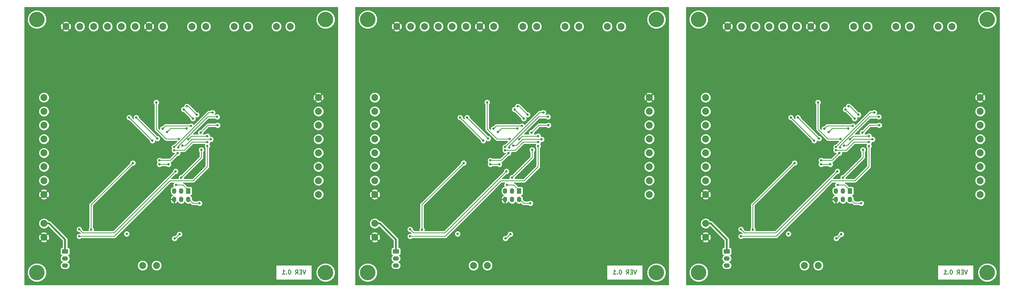
<source format=gbl>
G04 (created by PCBNEW (2013-may-18)-stable) date Wed 01 Apr 2015 06:05:41 PM EDT*
%MOIN*%
G04 Gerber Fmt 3.4, Leading zero omitted, Abs format*
%FSLAX34Y34*%
G01*
G70*
G90*
G04 APERTURE LIST*
%ADD10C,0.00590551*%
%ADD11C,0.011811*%
%ADD12C,0.219*%
%ADD13R,0.06X0.0787*%
%ADD14O,0.06X0.0787*%
%ADD15R,0.0866X0.06*%
%ADD16O,0.0866X0.06*%
%ADD17C,0.0984252*%
%ADD18C,0.035*%
%ADD19C,0.045*%
%ADD20C,0.01*%
%ADD21C,0.025*%
G04 APERTURE END LIST*
G54D10*
G54D11*
X146187Y-55648D02*
X145990Y-56239D01*
X145793Y-55648D01*
X145596Y-55929D02*
X145399Y-55929D01*
X145315Y-56239D02*
X145596Y-56239D01*
X145596Y-55648D01*
X145315Y-55648D01*
X144724Y-56239D02*
X144921Y-55957D01*
X145062Y-56239D02*
X145062Y-55648D01*
X144837Y-55648D01*
X144781Y-55676D01*
X144753Y-55704D01*
X144724Y-55760D01*
X144724Y-55845D01*
X144753Y-55901D01*
X144781Y-55929D01*
X144837Y-55957D01*
X145062Y-55957D01*
X143909Y-55648D02*
X143853Y-55648D01*
X143796Y-55676D01*
X143768Y-55704D01*
X143740Y-55760D01*
X143712Y-55873D01*
X143712Y-56014D01*
X143740Y-56126D01*
X143768Y-56182D01*
X143796Y-56210D01*
X143853Y-56239D01*
X143909Y-56239D01*
X143965Y-56210D01*
X143993Y-56182D01*
X144021Y-56126D01*
X144050Y-56014D01*
X144050Y-55873D01*
X144021Y-55760D01*
X143993Y-55704D01*
X143965Y-55676D01*
X143909Y-55648D01*
X143459Y-56182D02*
X143431Y-56210D01*
X143459Y-56239D01*
X143487Y-56210D01*
X143459Y-56182D01*
X143459Y-56239D01*
X142868Y-56239D02*
X143206Y-56239D01*
X143037Y-56239D02*
X143037Y-55648D01*
X143093Y-55732D01*
X143150Y-55789D01*
X143206Y-55817D01*
X99187Y-55648D02*
X98990Y-56239D01*
X98793Y-55648D01*
X98596Y-55929D02*
X98399Y-55929D01*
X98315Y-56239D02*
X98596Y-56239D01*
X98596Y-55648D01*
X98315Y-55648D01*
X97724Y-56239D02*
X97921Y-55957D01*
X98062Y-56239D02*
X98062Y-55648D01*
X97837Y-55648D01*
X97781Y-55676D01*
X97753Y-55704D01*
X97724Y-55760D01*
X97724Y-55845D01*
X97753Y-55901D01*
X97781Y-55929D01*
X97837Y-55957D01*
X98062Y-55957D01*
X96909Y-55648D02*
X96853Y-55648D01*
X96796Y-55676D01*
X96768Y-55704D01*
X96740Y-55760D01*
X96712Y-55873D01*
X96712Y-56014D01*
X96740Y-56126D01*
X96768Y-56182D01*
X96796Y-56210D01*
X96853Y-56239D01*
X96909Y-56239D01*
X96965Y-56210D01*
X96993Y-56182D01*
X97021Y-56126D01*
X97050Y-56014D01*
X97050Y-55873D01*
X97021Y-55760D01*
X96993Y-55704D01*
X96965Y-55676D01*
X96909Y-55648D01*
X96459Y-56182D02*
X96431Y-56210D01*
X96459Y-56239D01*
X96487Y-56210D01*
X96459Y-56182D01*
X96459Y-56239D01*
X95868Y-56239D02*
X96206Y-56239D01*
X96037Y-56239D02*
X96037Y-55648D01*
X96093Y-55732D01*
X96150Y-55789D01*
X96206Y-55817D01*
X52187Y-55648D02*
X51990Y-56239D01*
X51793Y-55648D01*
X51596Y-55929D02*
X51399Y-55929D01*
X51315Y-56239D02*
X51596Y-56239D01*
X51596Y-55648D01*
X51315Y-55648D01*
X50724Y-56239D02*
X50921Y-55957D01*
X51062Y-56239D02*
X51062Y-55648D01*
X50837Y-55648D01*
X50781Y-55676D01*
X50753Y-55704D01*
X50724Y-55760D01*
X50724Y-55845D01*
X50753Y-55901D01*
X50781Y-55929D01*
X50837Y-55957D01*
X51062Y-55957D01*
X49909Y-55648D02*
X49853Y-55648D01*
X49796Y-55676D01*
X49768Y-55704D01*
X49740Y-55760D01*
X49712Y-55873D01*
X49712Y-56014D01*
X49740Y-56126D01*
X49768Y-56182D01*
X49796Y-56210D01*
X49853Y-56239D01*
X49909Y-56239D01*
X49965Y-56210D01*
X49993Y-56182D01*
X50021Y-56126D01*
X50050Y-56014D01*
X50050Y-55873D01*
X50021Y-55760D01*
X49993Y-55704D01*
X49965Y-55676D01*
X49909Y-55648D01*
X49459Y-56182D02*
X49431Y-56210D01*
X49459Y-56239D01*
X49487Y-56210D01*
X49459Y-56182D01*
X49459Y-56239D01*
X48868Y-56239D02*
X49206Y-56239D01*
X49037Y-56239D02*
X49037Y-55648D01*
X49093Y-55732D01*
X49150Y-55789D01*
X49206Y-55817D01*
G54D12*
X108000Y-20000D03*
X149000Y-20000D03*
X149000Y-56000D03*
G54D13*
X129500Y-44402D03*
G54D14*
X129500Y-45598D03*
X128500Y-44402D03*
X128500Y-45598D03*
X127500Y-44402D03*
X127500Y-45598D03*
G54D15*
X112000Y-53000D03*
G54D16*
X112000Y-54000D03*
X112000Y-55000D03*
G54D17*
X148000Y-31110D03*
X148000Y-33078D03*
X148000Y-35047D03*
X148000Y-37015D03*
X148000Y-38984D03*
X148000Y-40952D03*
X148000Y-44889D03*
X148000Y-42921D03*
X112110Y-21000D03*
X114078Y-21000D03*
X116047Y-21000D03*
X118015Y-21000D03*
X119984Y-21000D03*
X121952Y-21000D03*
X125889Y-21000D03*
X123921Y-21000D03*
X109000Y-44889D03*
X109000Y-42921D03*
X109000Y-40952D03*
X109000Y-38984D03*
X109000Y-37015D03*
X109000Y-35047D03*
X109000Y-31110D03*
X109000Y-33078D03*
X131984Y-21000D03*
X130015Y-21000D03*
X109000Y-49015D03*
X109000Y-50984D03*
X137984Y-21000D03*
X136015Y-21000D03*
X143984Y-21000D03*
X142015Y-21000D03*
X123015Y-55000D03*
X124984Y-55000D03*
G54D12*
X108000Y-56000D03*
X61000Y-56000D03*
G54D17*
X76015Y-55000D03*
X77984Y-55000D03*
X96984Y-21000D03*
X95015Y-21000D03*
X90984Y-21000D03*
X89015Y-21000D03*
X62000Y-49015D03*
X62000Y-50984D03*
X84984Y-21000D03*
X83015Y-21000D03*
X62000Y-44889D03*
X62000Y-42921D03*
X62000Y-40952D03*
X62000Y-38984D03*
X62000Y-37015D03*
X62000Y-35047D03*
X62000Y-31110D03*
X62000Y-33078D03*
X65110Y-21000D03*
X67078Y-21000D03*
X69047Y-21000D03*
X71015Y-21000D03*
X72984Y-21000D03*
X74952Y-21000D03*
X78889Y-21000D03*
X76921Y-21000D03*
X101000Y-31110D03*
X101000Y-33078D03*
X101000Y-35047D03*
X101000Y-37015D03*
X101000Y-38984D03*
X101000Y-40952D03*
X101000Y-44889D03*
X101000Y-42921D03*
G54D15*
X65000Y-53000D03*
G54D16*
X65000Y-54000D03*
X65000Y-55000D03*
G54D13*
X82500Y-44402D03*
G54D14*
X82500Y-45598D03*
X81500Y-44402D03*
X81500Y-45598D03*
X80500Y-44402D03*
X80500Y-45598D03*
G54D12*
X102000Y-56000D03*
X102000Y-20000D03*
X61000Y-20000D03*
X14000Y-20000D03*
X55000Y-20000D03*
X55000Y-56000D03*
G54D13*
X35500Y-44402D03*
G54D14*
X35500Y-45598D03*
X34500Y-44402D03*
X34500Y-45598D03*
X33500Y-44402D03*
X33500Y-45598D03*
G54D15*
X18000Y-53000D03*
G54D16*
X18000Y-54000D03*
X18000Y-55000D03*
G54D17*
X54000Y-31110D03*
X54000Y-33078D03*
X54000Y-35047D03*
X54000Y-37015D03*
X54000Y-38984D03*
X54000Y-40952D03*
X54000Y-44889D03*
X54000Y-42921D03*
X18110Y-21000D03*
X20078Y-21000D03*
X22047Y-21000D03*
X24015Y-21000D03*
X25984Y-21000D03*
X27952Y-21000D03*
X31889Y-21000D03*
X29921Y-21000D03*
X15000Y-44889D03*
X15000Y-42921D03*
X15000Y-40952D03*
X15000Y-38984D03*
X15000Y-37015D03*
X15000Y-35047D03*
X15000Y-31110D03*
X15000Y-33078D03*
X37984Y-21000D03*
X36015Y-21000D03*
X15000Y-49015D03*
X15000Y-50984D03*
X43984Y-21000D03*
X42015Y-21000D03*
X49984Y-21000D03*
X48015Y-21000D03*
X29015Y-55000D03*
X30984Y-55000D03*
G54D12*
X14000Y-56000D03*
G54D18*
X130700Y-33550D03*
X129300Y-32350D03*
X82300Y-32350D03*
X83700Y-33550D03*
X36700Y-33550D03*
X35300Y-32350D03*
X128850Y-32800D03*
X130150Y-34100D03*
X83150Y-34100D03*
X81850Y-32800D03*
X34850Y-32800D03*
X36150Y-34100D03*
X122100Y-33950D03*
X125100Y-36950D03*
X78100Y-36950D03*
X75100Y-33950D03*
X28100Y-33950D03*
X31100Y-36950D03*
X124400Y-37250D03*
X121100Y-33950D03*
X74100Y-33950D03*
X77400Y-37250D03*
X30400Y-37250D03*
X27100Y-33950D03*
X129250Y-35500D03*
X126500Y-36000D03*
X79500Y-36000D03*
X82250Y-35500D03*
X35250Y-35500D03*
X32500Y-36000D03*
X129900Y-35150D03*
X125850Y-35550D03*
X78850Y-35550D03*
X82900Y-35150D03*
X35900Y-35150D03*
X31850Y-35550D03*
X128150Y-37000D03*
X124950Y-31800D03*
X77950Y-31800D03*
X81150Y-37000D03*
X34150Y-37000D03*
X30950Y-31800D03*
X128250Y-50550D03*
X127550Y-51150D03*
X80550Y-51150D03*
X81250Y-50550D03*
X34250Y-50550D03*
X33550Y-51150D03*
X120750Y-50500D03*
X73750Y-50500D03*
X26750Y-50500D03*
X132200Y-38000D03*
X114000Y-50850D03*
X67000Y-50850D03*
X85200Y-38000D03*
X38200Y-38000D03*
X20000Y-50850D03*
X127700Y-41600D03*
X114000Y-49850D03*
X67000Y-49850D03*
X80700Y-41600D03*
X33700Y-41600D03*
X20000Y-49850D03*
X133650Y-35047D03*
X131250Y-36100D03*
X84250Y-36100D03*
X86650Y-35047D03*
X39650Y-35047D03*
X37250Y-36100D03*
X132200Y-36600D03*
X129500Y-37050D03*
X82500Y-37050D03*
X85200Y-36600D03*
X38200Y-36600D03*
X35500Y-37050D03*
X132200Y-37450D03*
X127500Y-38600D03*
X80500Y-38600D03*
X85200Y-37450D03*
X38200Y-37450D03*
X33500Y-38600D03*
X125400Y-40600D03*
X126700Y-40600D03*
X127750Y-43550D03*
X80750Y-43550D03*
X79700Y-40600D03*
X78400Y-40600D03*
X31400Y-40600D03*
X32700Y-40600D03*
X33750Y-43550D03*
X125400Y-40050D03*
X128000Y-39000D03*
X81000Y-39000D03*
X78400Y-40050D03*
X31400Y-40050D03*
X34000Y-39000D03*
X121625Y-40425D03*
X115704Y-49896D03*
X68704Y-49896D03*
X74625Y-40425D03*
X27625Y-40425D03*
X21704Y-49896D03*
X131350Y-38550D03*
X128500Y-42500D03*
X81500Y-42500D03*
X84350Y-38550D03*
X37350Y-38550D03*
X34500Y-42500D03*
X132700Y-37050D03*
X128650Y-37950D03*
X81650Y-37950D03*
X85700Y-37050D03*
X38700Y-37050D03*
X34650Y-37950D03*
X127500Y-38150D03*
X132950Y-33250D03*
X85950Y-33250D03*
X80500Y-38150D03*
X33500Y-38150D03*
X38950Y-33250D03*
X128100Y-38200D03*
X133600Y-33850D03*
X86600Y-33850D03*
X81100Y-38200D03*
X34100Y-38200D03*
X39600Y-33850D03*
X137000Y-30000D03*
X143000Y-30000D03*
X131000Y-30000D03*
X128750Y-39000D03*
X116700Y-51500D03*
X113700Y-51750D03*
X116900Y-49000D03*
X124604Y-50204D03*
X128850Y-34300D03*
X121700Y-43250D03*
X128500Y-41600D03*
X132000Y-41796D03*
X116500Y-52400D03*
G54D19*
X114900Y-47750D03*
X119000Y-43900D03*
X72000Y-43900D03*
X67900Y-47750D03*
G54D18*
X69500Y-52400D03*
X85000Y-41796D03*
X81500Y-41600D03*
X74700Y-43250D03*
X81850Y-34300D03*
X77604Y-50204D03*
X69900Y-49000D03*
X66700Y-51750D03*
X69700Y-51500D03*
X81750Y-39000D03*
X84000Y-30000D03*
X96000Y-30000D03*
X90000Y-30000D03*
X43000Y-30000D03*
X49000Y-30000D03*
X37000Y-30000D03*
X34750Y-39000D03*
X22700Y-51500D03*
X19700Y-51750D03*
X22900Y-49000D03*
X30604Y-50204D03*
X34850Y-34300D03*
X27700Y-43250D03*
X34500Y-41600D03*
X38000Y-41796D03*
X22500Y-52400D03*
G54D19*
X20900Y-47750D03*
X25000Y-43900D03*
G54D18*
X131100Y-46150D03*
X84100Y-46150D03*
X37100Y-46150D03*
G54D20*
X130700Y-33550D02*
X129500Y-32350D01*
X129500Y-32350D02*
X129300Y-32350D01*
X82500Y-32350D02*
X82300Y-32350D01*
X83700Y-33550D02*
X82500Y-32350D01*
X36700Y-33550D02*
X35500Y-32350D01*
X35500Y-32350D02*
X35300Y-32350D01*
X128850Y-32800D02*
X130150Y-34100D01*
X81850Y-32800D02*
X83150Y-34100D01*
X34850Y-32800D02*
X36150Y-34100D01*
X125100Y-36950D02*
X122150Y-34000D01*
X122100Y-33950D02*
X122150Y-34000D01*
X75100Y-33950D02*
X75150Y-34000D01*
X78100Y-36950D02*
X75150Y-34000D01*
X31100Y-36950D02*
X28150Y-34000D01*
X28100Y-33950D02*
X28150Y-34000D01*
X121100Y-33950D02*
X124400Y-37250D01*
X74100Y-33950D02*
X77400Y-37250D01*
X27100Y-33950D02*
X30400Y-37250D01*
X127000Y-35500D02*
X129250Y-35500D01*
X126500Y-36000D02*
X127000Y-35500D01*
X79500Y-36000D02*
X80000Y-35500D01*
X80000Y-35500D02*
X82250Y-35500D01*
X33000Y-35500D02*
X35250Y-35500D01*
X32500Y-36000D02*
X33000Y-35500D01*
X126250Y-35150D02*
X129900Y-35150D01*
X125850Y-35550D02*
X126250Y-35150D01*
X78850Y-35550D02*
X79250Y-35150D01*
X79250Y-35150D02*
X82900Y-35150D01*
X32250Y-35150D02*
X35900Y-35150D01*
X31850Y-35550D02*
X32250Y-35150D01*
X128150Y-37000D02*
X126350Y-37000D01*
X124950Y-35600D02*
X124950Y-31800D01*
X126350Y-37000D02*
X124950Y-35600D01*
X79350Y-37000D02*
X77950Y-35600D01*
X77950Y-35600D02*
X77950Y-31800D01*
X81150Y-37000D02*
X79350Y-37000D01*
X34150Y-37000D02*
X32350Y-37000D01*
X30950Y-35600D02*
X30950Y-31800D01*
X32350Y-37000D02*
X30950Y-35600D01*
X128250Y-50550D02*
X127650Y-51150D01*
X127550Y-51150D02*
X127650Y-51150D01*
X80550Y-51150D02*
X80650Y-51150D01*
X81250Y-50550D02*
X80650Y-51150D01*
X34250Y-50550D02*
X33650Y-51150D01*
X33550Y-51150D02*
X33650Y-51150D01*
X117450Y-50850D02*
X119000Y-50850D01*
X130200Y-42950D02*
X132200Y-40950D01*
X132200Y-40950D02*
X132200Y-39250D01*
X114000Y-50850D02*
X117450Y-50850D01*
X132200Y-39250D02*
X132200Y-38000D01*
X128500Y-42950D02*
X130200Y-42950D01*
X126900Y-42950D02*
X128500Y-42950D01*
X119000Y-50850D02*
X126900Y-42950D01*
X72000Y-50850D02*
X79900Y-42950D01*
X79900Y-42950D02*
X81500Y-42950D01*
X81500Y-42950D02*
X83200Y-42950D01*
X85200Y-39250D02*
X85200Y-38000D01*
X67000Y-50850D02*
X70450Y-50850D01*
X85200Y-40950D02*
X85200Y-39250D01*
X83200Y-42950D02*
X85200Y-40950D01*
X70450Y-50850D02*
X72000Y-50850D01*
X23450Y-50850D02*
X25000Y-50850D01*
X36200Y-42950D02*
X38200Y-40950D01*
X38200Y-40950D02*
X38200Y-39250D01*
X20000Y-50850D02*
X23450Y-50850D01*
X38200Y-39250D02*
X38200Y-38000D01*
X34500Y-42950D02*
X36200Y-42950D01*
X32900Y-42950D02*
X34500Y-42950D01*
X25000Y-50850D02*
X32900Y-42950D01*
X117400Y-50350D02*
X118950Y-50350D01*
X118950Y-50350D02*
X127700Y-41600D01*
X114500Y-50350D02*
X114000Y-49850D01*
X117450Y-50350D02*
X117400Y-50350D01*
X117400Y-50350D02*
X114500Y-50350D01*
X70400Y-50350D02*
X67500Y-50350D01*
X70450Y-50350D02*
X70400Y-50350D01*
X67500Y-50350D02*
X67000Y-49850D01*
X71950Y-50350D02*
X80700Y-41600D01*
X70400Y-50350D02*
X71950Y-50350D01*
X23400Y-50350D02*
X24950Y-50350D01*
X24950Y-50350D02*
X33700Y-41600D01*
X20500Y-50350D02*
X20000Y-49850D01*
X23450Y-50350D02*
X23400Y-50350D01*
X23400Y-50350D02*
X20500Y-50350D01*
X132302Y-35047D02*
X133650Y-35047D01*
X131250Y-36100D02*
X132302Y-35047D01*
X84250Y-36100D02*
X85302Y-35047D01*
X85302Y-35047D02*
X86650Y-35047D01*
X38302Y-35047D02*
X39650Y-35047D01*
X37250Y-36100D02*
X38302Y-35047D01*
X129950Y-36600D02*
X132200Y-36600D01*
X129500Y-37050D02*
X129550Y-37000D01*
X129550Y-37000D02*
X129950Y-36600D01*
X82550Y-37000D02*
X82950Y-36600D01*
X82500Y-37050D02*
X82550Y-37000D01*
X82950Y-36600D02*
X85200Y-36600D01*
X35950Y-36600D02*
X38200Y-36600D01*
X35500Y-37050D02*
X35550Y-37000D01*
X35550Y-37000D02*
X35950Y-36600D01*
X130100Y-37450D02*
X128950Y-38600D01*
X130100Y-37450D02*
X132200Y-37450D01*
X128950Y-38600D02*
X127500Y-38600D01*
X81950Y-38600D02*
X80500Y-38600D01*
X83100Y-37450D02*
X85200Y-37450D01*
X83100Y-37450D02*
X81950Y-38600D01*
X36100Y-37450D02*
X34950Y-38600D01*
X36100Y-37450D02*
X38200Y-37450D01*
X34950Y-38600D02*
X33500Y-38600D01*
X126700Y-40600D02*
X125400Y-40600D01*
X129500Y-44300D02*
X129500Y-44500D01*
X128750Y-43550D02*
X129500Y-44300D01*
X127750Y-43550D02*
X128750Y-43550D01*
X80750Y-43550D02*
X81750Y-43550D01*
X81750Y-43550D02*
X82500Y-44300D01*
X82500Y-44300D02*
X82500Y-44500D01*
X79700Y-40600D02*
X78400Y-40600D01*
X32700Y-40600D02*
X31400Y-40600D01*
X35500Y-44300D02*
X35500Y-44500D01*
X34750Y-43550D02*
X35500Y-44300D01*
X33750Y-43550D02*
X34750Y-43550D01*
X126950Y-40050D02*
X125400Y-40050D01*
X128000Y-39000D02*
X126950Y-40050D01*
X81000Y-39000D02*
X79950Y-40050D01*
X79950Y-40050D02*
X78400Y-40050D01*
X32950Y-40050D02*
X31400Y-40050D01*
X34000Y-39000D02*
X32950Y-40050D01*
X121625Y-40425D02*
X115704Y-46346D01*
X115700Y-46300D02*
X115704Y-46300D01*
X115704Y-46304D02*
X115700Y-46300D01*
X115704Y-46346D02*
X115704Y-46304D01*
X115704Y-49896D02*
X115704Y-46300D01*
X115704Y-49896D02*
X115700Y-49900D01*
X68704Y-49896D02*
X68700Y-49900D01*
X68704Y-49896D02*
X68704Y-46300D01*
X68704Y-46346D02*
X68704Y-46304D01*
X68704Y-46304D02*
X68700Y-46300D01*
X68700Y-46300D02*
X68704Y-46300D01*
X74625Y-40425D02*
X68704Y-46346D01*
X27625Y-40425D02*
X21704Y-46346D01*
X21700Y-46300D02*
X21704Y-46300D01*
X21704Y-46304D02*
X21700Y-46300D01*
X21704Y-46346D02*
X21704Y-46304D01*
X21704Y-49896D02*
X21704Y-46300D01*
X21704Y-49896D02*
X21700Y-49900D01*
X130950Y-40050D02*
X131350Y-39650D01*
X128500Y-42500D02*
X130950Y-40050D01*
X131350Y-39650D02*
X131350Y-38550D01*
X84350Y-39650D02*
X84350Y-38550D01*
X81500Y-42500D02*
X83950Y-40050D01*
X83950Y-40050D02*
X84350Y-39650D01*
X36950Y-40050D02*
X37350Y-39650D01*
X34500Y-42500D02*
X36950Y-40050D01*
X37350Y-39650D02*
X37350Y-38550D01*
X130000Y-37050D02*
X132700Y-37050D01*
X129100Y-37950D02*
X130000Y-37050D01*
X128650Y-37950D02*
X129100Y-37950D01*
X81650Y-37950D02*
X82100Y-37950D01*
X82100Y-37950D02*
X83000Y-37050D01*
X83000Y-37050D02*
X85700Y-37050D01*
X36000Y-37050D02*
X38700Y-37050D01*
X35100Y-37950D02*
X36000Y-37050D01*
X34650Y-37950D02*
X35100Y-37950D01*
X132950Y-33250D02*
X132400Y-33250D01*
X132400Y-33250D02*
X127500Y-38150D01*
X85400Y-33250D02*
X80500Y-38150D01*
X85950Y-33250D02*
X85400Y-33250D01*
X38950Y-33250D02*
X38400Y-33250D01*
X38400Y-33250D02*
X33500Y-38150D01*
X128100Y-38000D02*
X128100Y-38200D01*
X132250Y-33850D02*
X128350Y-37750D01*
X133600Y-33850D02*
X132250Y-33850D01*
X128350Y-37750D02*
X128100Y-38000D01*
X81350Y-37750D02*
X81100Y-38000D01*
X86600Y-33850D02*
X85250Y-33850D01*
X85250Y-33850D02*
X81350Y-37750D01*
X81100Y-38000D02*
X81100Y-38200D01*
X34100Y-38000D02*
X34100Y-38200D01*
X38250Y-33850D02*
X34350Y-37750D01*
X39600Y-33850D02*
X38250Y-33850D01*
X34350Y-37750D02*
X34100Y-38000D01*
G54D21*
X109000Y-49015D02*
X109715Y-49015D01*
X112000Y-51300D02*
X112000Y-53000D01*
X109715Y-49015D02*
X112000Y-51300D01*
X62715Y-49015D02*
X65000Y-51300D01*
X65000Y-51300D02*
X65000Y-53000D01*
X62000Y-49015D02*
X62715Y-49015D01*
X15000Y-49015D02*
X15715Y-49015D01*
X18000Y-51300D02*
X18000Y-53000D01*
X15715Y-49015D02*
X18000Y-51300D01*
G54D20*
X124604Y-50204D02*
X124600Y-50200D01*
X132000Y-41796D02*
X132000Y-41800D01*
X85000Y-41796D02*
X85000Y-41800D01*
X77604Y-50204D02*
X77600Y-50200D01*
X30604Y-50204D02*
X30600Y-50200D01*
X38000Y-41796D02*
X38000Y-41800D01*
X130150Y-46150D02*
X129500Y-45500D01*
X131100Y-46150D02*
X130150Y-46150D01*
X84100Y-46150D02*
X83150Y-46150D01*
X83150Y-46150D02*
X82500Y-45500D01*
X36150Y-46150D02*
X35500Y-45500D01*
X37100Y-46150D02*
X36150Y-46150D01*
G54D10*
G36*
X56730Y-57730D02*
X56345Y-57730D01*
X56345Y-55733D01*
X56345Y-19733D01*
X56140Y-19239D01*
X55762Y-18860D01*
X55268Y-18655D01*
X54733Y-18654D01*
X54239Y-18859D01*
X53860Y-19237D01*
X53655Y-19731D01*
X53654Y-20266D01*
X53859Y-20760D01*
X54237Y-21139D01*
X54731Y-21344D01*
X55266Y-21345D01*
X55760Y-21140D01*
X56139Y-20762D01*
X56344Y-20268D01*
X56345Y-19733D01*
X56345Y-55733D01*
X56140Y-55239D01*
X55762Y-54860D01*
X55268Y-54655D01*
X54745Y-54654D01*
X54745Y-31237D01*
X54737Y-30942D01*
X54640Y-30706D01*
X54524Y-30656D01*
X54454Y-30726D01*
X54454Y-30585D01*
X54403Y-30470D01*
X54127Y-30364D01*
X53832Y-30372D01*
X53596Y-30470D01*
X53545Y-30585D01*
X54000Y-31039D01*
X54454Y-30585D01*
X54454Y-30726D01*
X54070Y-31110D01*
X54524Y-31564D01*
X54640Y-31513D01*
X54745Y-31237D01*
X54745Y-54654D01*
X54742Y-54654D01*
X54742Y-44742D01*
X54742Y-42774D01*
X54742Y-40805D01*
X54742Y-38837D01*
X54742Y-36868D01*
X54742Y-34900D01*
X54742Y-32931D01*
X54629Y-32658D01*
X54454Y-32483D01*
X54454Y-31635D01*
X54000Y-31180D01*
X53929Y-31251D01*
X53929Y-31110D01*
X53475Y-30656D01*
X53359Y-30706D01*
X53254Y-30982D01*
X53262Y-31277D01*
X53359Y-31513D01*
X53475Y-31564D01*
X53929Y-31110D01*
X53929Y-31251D01*
X53545Y-31635D01*
X53596Y-31750D01*
X53872Y-31856D01*
X54167Y-31848D01*
X54403Y-31750D01*
X54454Y-31635D01*
X54454Y-32483D01*
X54420Y-32449D01*
X54148Y-32336D01*
X53853Y-32336D01*
X53580Y-32449D01*
X53371Y-32657D01*
X53258Y-32930D01*
X53257Y-33225D01*
X53370Y-33498D01*
X53579Y-33707D01*
X53851Y-33820D01*
X54146Y-33820D01*
X54419Y-33708D01*
X54628Y-33499D01*
X54741Y-33227D01*
X54742Y-32931D01*
X54742Y-34900D01*
X54629Y-34627D01*
X54420Y-34418D01*
X54148Y-34305D01*
X53853Y-34304D01*
X53580Y-34417D01*
X53371Y-34626D01*
X53258Y-34898D01*
X53257Y-35194D01*
X53370Y-35467D01*
X53579Y-35676D01*
X53851Y-35789D01*
X54146Y-35789D01*
X54419Y-35676D01*
X54628Y-35468D01*
X54741Y-35195D01*
X54742Y-34900D01*
X54742Y-36868D01*
X54629Y-36595D01*
X54420Y-36386D01*
X54148Y-36273D01*
X53853Y-36273D01*
X53580Y-36386D01*
X53371Y-36594D01*
X53258Y-36867D01*
X53257Y-37162D01*
X53370Y-37435D01*
X53579Y-37644D01*
X53851Y-37757D01*
X54146Y-37758D01*
X54419Y-37645D01*
X54628Y-37436D01*
X54741Y-37164D01*
X54742Y-36868D01*
X54742Y-38837D01*
X54629Y-38564D01*
X54420Y-38355D01*
X54148Y-38242D01*
X53853Y-38241D01*
X53580Y-38354D01*
X53371Y-38563D01*
X53258Y-38835D01*
X53257Y-39131D01*
X53370Y-39404D01*
X53579Y-39613D01*
X53851Y-39726D01*
X54146Y-39726D01*
X54419Y-39613D01*
X54628Y-39405D01*
X54741Y-39132D01*
X54742Y-38837D01*
X54742Y-40805D01*
X54629Y-40532D01*
X54420Y-40323D01*
X54148Y-40210D01*
X53853Y-40210D01*
X53580Y-40323D01*
X53371Y-40531D01*
X53258Y-40804D01*
X53257Y-41099D01*
X53370Y-41372D01*
X53579Y-41581D01*
X53851Y-41694D01*
X54146Y-41695D01*
X54419Y-41582D01*
X54628Y-41373D01*
X54741Y-41101D01*
X54742Y-40805D01*
X54742Y-42774D01*
X54629Y-42501D01*
X54420Y-42292D01*
X54148Y-42179D01*
X53853Y-42179D01*
X53580Y-42291D01*
X53371Y-42500D01*
X53258Y-42772D01*
X53257Y-43068D01*
X53370Y-43341D01*
X53579Y-43550D01*
X53851Y-43663D01*
X54146Y-43663D01*
X54419Y-43550D01*
X54628Y-43342D01*
X54741Y-43069D01*
X54742Y-42774D01*
X54742Y-44742D01*
X54629Y-44469D01*
X54420Y-44260D01*
X54148Y-44147D01*
X53853Y-44147D01*
X53580Y-44260D01*
X53371Y-44468D01*
X53258Y-44741D01*
X53257Y-45036D01*
X53370Y-45309D01*
X53579Y-45518D01*
X53851Y-45631D01*
X54146Y-45632D01*
X54419Y-45519D01*
X54628Y-45310D01*
X54741Y-45038D01*
X54742Y-44742D01*
X54742Y-54654D01*
X54733Y-54654D01*
X54239Y-54859D01*
X53860Y-55237D01*
X53655Y-55731D01*
X53654Y-56266D01*
X53859Y-56760D01*
X54237Y-57139D01*
X54731Y-57344D01*
X55266Y-57345D01*
X55760Y-57140D01*
X56139Y-56762D01*
X56344Y-56268D01*
X56345Y-55733D01*
X56345Y-57730D01*
X53050Y-57730D01*
X53050Y-57050D01*
X53050Y-54950D01*
X50726Y-54950D01*
X50726Y-20853D01*
X50613Y-20580D01*
X50405Y-20371D01*
X50132Y-20258D01*
X49837Y-20257D01*
X49564Y-20370D01*
X49355Y-20579D01*
X49242Y-20851D01*
X49241Y-21146D01*
X49354Y-21419D01*
X49563Y-21628D01*
X49835Y-21741D01*
X50131Y-21742D01*
X50404Y-21629D01*
X50613Y-21420D01*
X50726Y-21148D01*
X50726Y-20853D01*
X50726Y-54950D01*
X48758Y-54950D01*
X48758Y-20853D01*
X48645Y-20580D01*
X48436Y-20371D01*
X48164Y-20258D01*
X47868Y-20257D01*
X47595Y-20370D01*
X47386Y-20579D01*
X47273Y-20851D01*
X47273Y-21146D01*
X47386Y-21419D01*
X47594Y-21628D01*
X47867Y-21741D01*
X48162Y-21742D01*
X48435Y-21629D01*
X48644Y-21420D01*
X48757Y-21148D01*
X48758Y-20853D01*
X48758Y-54950D01*
X47950Y-54950D01*
X47950Y-57050D01*
X53050Y-57050D01*
X53050Y-57730D01*
X44726Y-57730D01*
X44726Y-20853D01*
X44613Y-20580D01*
X44405Y-20371D01*
X44132Y-20258D01*
X43837Y-20257D01*
X43564Y-20370D01*
X43355Y-20579D01*
X43242Y-20851D01*
X43241Y-21146D01*
X43354Y-21419D01*
X43563Y-21628D01*
X43835Y-21741D01*
X44131Y-21742D01*
X44404Y-21629D01*
X44613Y-21420D01*
X44726Y-21148D01*
X44726Y-20853D01*
X44726Y-57730D01*
X42758Y-57730D01*
X42758Y-20853D01*
X42645Y-20580D01*
X42436Y-20371D01*
X42164Y-20258D01*
X41868Y-20257D01*
X41595Y-20370D01*
X41386Y-20579D01*
X41273Y-20851D01*
X41273Y-21146D01*
X41386Y-21419D01*
X41594Y-21628D01*
X41867Y-21741D01*
X42162Y-21742D01*
X42435Y-21629D01*
X42644Y-21420D01*
X42757Y-21148D01*
X42758Y-20853D01*
X42758Y-57730D01*
X40075Y-57730D01*
X40075Y-34963D01*
X40010Y-34806D01*
X39891Y-34687D01*
X39734Y-34622D01*
X39565Y-34622D01*
X39409Y-34686D01*
X39348Y-34747D01*
X38302Y-34747D01*
X38187Y-34770D01*
X38090Y-34835D01*
X37250Y-35675D01*
X37165Y-35674D01*
X37009Y-35739D01*
X36889Y-35858D01*
X36825Y-36015D01*
X36824Y-36184D01*
X36872Y-36300D01*
X36224Y-36300D01*
X38374Y-34150D01*
X39298Y-34150D01*
X39358Y-34210D01*
X39515Y-34274D01*
X39684Y-34275D01*
X39840Y-34210D01*
X39960Y-34091D01*
X40024Y-33934D01*
X40025Y-33765D01*
X39960Y-33609D01*
X39841Y-33489D01*
X39684Y-33425D01*
X39515Y-33424D01*
X39359Y-33489D01*
X39298Y-33550D01*
X39251Y-33550D01*
X39310Y-33491D01*
X39374Y-33334D01*
X39375Y-33165D01*
X39310Y-33009D01*
X39191Y-32889D01*
X39034Y-32825D01*
X38865Y-32824D01*
X38726Y-32882D01*
X38726Y-20853D01*
X38613Y-20580D01*
X38405Y-20371D01*
X38132Y-20258D01*
X37837Y-20257D01*
X37564Y-20370D01*
X37355Y-20579D01*
X37242Y-20851D01*
X37241Y-21146D01*
X37354Y-21419D01*
X37563Y-21628D01*
X37835Y-21741D01*
X38131Y-21742D01*
X38404Y-21629D01*
X38613Y-21420D01*
X38726Y-21148D01*
X38726Y-20853D01*
X38726Y-32882D01*
X38709Y-32889D01*
X38648Y-32950D01*
X38400Y-32950D01*
X38285Y-32972D01*
X38187Y-33037D01*
X37125Y-34100D01*
X37125Y-33465D01*
X37060Y-33309D01*
X36941Y-33189D01*
X36784Y-33125D01*
X36758Y-33125D01*
X36758Y-20853D01*
X36645Y-20580D01*
X36436Y-20371D01*
X36164Y-20258D01*
X35868Y-20257D01*
X35595Y-20370D01*
X35386Y-20579D01*
X35273Y-20851D01*
X35273Y-21146D01*
X35386Y-21419D01*
X35594Y-21628D01*
X35867Y-21741D01*
X36162Y-21742D01*
X36435Y-21629D01*
X36644Y-21420D01*
X36757Y-21148D01*
X36758Y-20853D01*
X36758Y-33125D01*
X36699Y-33124D01*
X35712Y-32137D01*
X35641Y-32090D01*
X35541Y-31989D01*
X35384Y-31925D01*
X35215Y-31924D01*
X35059Y-31989D01*
X34939Y-32108D01*
X34875Y-32265D01*
X34874Y-32375D01*
X34765Y-32374D01*
X34609Y-32439D01*
X34489Y-32558D01*
X34425Y-32715D01*
X34424Y-32884D01*
X34489Y-33040D01*
X34608Y-33160D01*
X34765Y-33224D01*
X34850Y-33225D01*
X35725Y-34099D01*
X35724Y-34184D01*
X35789Y-34340D01*
X35908Y-34460D01*
X36065Y-34524D01*
X36234Y-34525D01*
X36390Y-34460D01*
X36510Y-34341D01*
X36574Y-34184D01*
X36575Y-34015D01*
X36546Y-33946D01*
X36615Y-33974D01*
X36784Y-33975D01*
X36940Y-33910D01*
X37060Y-33791D01*
X37124Y-33634D01*
X37125Y-33465D01*
X37125Y-34100D01*
X36276Y-34948D01*
X36260Y-34909D01*
X36141Y-34789D01*
X35984Y-34725D01*
X35815Y-34724D01*
X35659Y-34789D01*
X35598Y-34850D01*
X32632Y-34850D01*
X32632Y-20853D01*
X32519Y-20580D01*
X32310Y-20371D01*
X32038Y-20258D01*
X31742Y-20257D01*
X31469Y-20370D01*
X31260Y-20579D01*
X31147Y-20851D01*
X31147Y-21146D01*
X31260Y-21419D01*
X31468Y-21628D01*
X31741Y-21741D01*
X32036Y-21742D01*
X32309Y-21629D01*
X32518Y-21420D01*
X32631Y-21148D01*
X32632Y-20853D01*
X32632Y-34850D01*
X32250Y-34850D01*
X32135Y-34872D01*
X32037Y-34937D01*
X31850Y-35125D01*
X31765Y-35124D01*
X31609Y-35189D01*
X31489Y-35308D01*
X31425Y-35465D01*
X31424Y-35634D01*
X31436Y-35662D01*
X31250Y-35475D01*
X31250Y-32101D01*
X31310Y-32041D01*
X31374Y-31884D01*
X31375Y-31715D01*
X31310Y-31559D01*
X31191Y-31439D01*
X31034Y-31375D01*
X30865Y-31374D01*
X30709Y-31439D01*
X30667Y-31481D01*
X30667Y-21127D01*
X30659Y-20832D01*
X30561Y-20596D01*
X30446Y-20545D01*
X30375Y-20616D01*
X30375Y-20475D01*
X30324Y-20359D01*
X30048Y-20254D01*
X29753Y-20262D01*
X29517Y-20359D01*
X29467Y-20475D01*
X29921Y-20929D01*
X30375Y-20475D01*
X30375Y-20616D01*
X29991Y-21000D01*
X30446Y-21454D01*
X30561Y-21403D01*
X30667Y-21127D01*
X30667Y-31481D01*
X30589Y-31558D01*
X30525Y-31715D01*
X30524Y-31884D01*
X30589Y-32040D01*
X30650Y-32101D01*
X30650Y-35600D01*
X30672Y-35714D01*
X30737Y-35812D01*
X32137Y-37212D01*
X32137Y-37212D01*
X32235Y-37277D01*
X32350Y-37300D01*
X33848Y-37300D01*
X33887Y-37338D01*
X33500Y-37725D01*
X33415Y-37724D01*
X33259Y-37789D01*
X33139Y-37908D01*
X33075Y-38065D01*
X33074Y-38234D01*
X33133Y-38375D01*
X33075Y-38515D01*
X33074Y-38684D01*
X33139Y-38840D01*
X33258Y-38960D01*
X33415Y-39024D01*
X33550Y-39025D01*
X32825Y-39750D01*
X31701Y-39750D01*
X31641Y-39689D01*
X31525Y-39641D01*
X31525Y-36865D01*
X31460Y-36709D01*
X31341Y-36589D01*
X31184Y-36525D01*
X31099Y-36524D01*
X30375Y-35801D01*
X30375Y-21524D01*
X29921Y-21070D01*
X29850Y-21141D01*
X29850Y-21000D01*
X29396Y-20545D01*
X29281Y-20596D01*
X29175Y-20872D01*
X29183Y-21167D01*
X29281Y-21403D01*
X29396Y-21454D01*
X29850Y-21000D01*
X29850Y-21141D01*
X29467Y-21524D01*
X29517Y-21640D01*
X29793Y-21745D01*
X30088Y-21737D01*
X30324Y-21640D01*
X30375Y-21524D01*
X30375Y-35801D01*
X28695Y-34120D01*
X28695Y-20853D01*
X28582Y-20580D01*
X28373Y-20371D01*
X28101Y-20258D01*
X27805Y-20257D01*
X27532Y-20370D01*
X27323Y-20579D01*
X27210Y-20851D01*
X27210Y-21146D01*
X27323Y-21419D01*
X27531Y-21628D01*
X27804Y-21741D01*
X28099Y-21742D01*
X28372Y-21629D01*
X28581Y-21420D01*
X28694Y-21148D01*
X28695Y-20853D01*
X28695Y-34120D01*
X28524Y-33950D01*
X28525Y-33865D01*
X28460Y-33709D01*
X28341Y-33589D01*
X28184Y-33525D01*
X28015Y-33524D01*
X27859Y-33589D01*
X27739Y-33708D01*
X27675Y-33865D01*
X27674Y-34034D01*
X27721Y-34147D01*
X27524Y-33950D01*
X27525Y-33865D01*
X27460Y-33709D01*
X27341Y-33589D01*
X27184Y-33525D01*
X27015Y-33524D01*
X26859Y-33589D01*
X26739Y-33708D01*
X26726Y-33741D01*
X26726Y-20853D01*
X26613Y-20580D01*
X26405Y-20371D01*
X26132Y-20258D01*
X25837Y-20257D01*
X25564Y-20370D01*
X25355Y-20579D01*
X25242Y-20851D01*
X25241Y-21146D01*
X25354Y-21419D01*
X25563Y-21628D01*
X25835Y-21741D01*
X26131Y-21742D01*
X26404Y-21629D01*
X26613Y-21420D01*
X26726Y-21148D01*
X26726Y-20853D01*
X26726Y-33741D01*
X26675Y-33865D01*
X26674Y-34034D01*
X26739Y-34190D01*
X26858Y-34310D01*
X27015Y-34374D01*
X27100Y-34375D01*
X29975Y-37249D01*
X29974Y-37334D01*
X30039Y-37490D01*
X30158Y-37610D01*
X30315Y-37674D01*
X30484Y-37675D01*
X30640Y-37610D01*
X30760Y-37491D01*
X30824Y-37334D01*
X30824Y-37276D01*
X30858Y-37310D01*
X31015Y-37374D01*
X31184Y-37375D01*
X31340Y-37310D01*
X31460Y-37191D01*
X31524Y-37034D01*
X31525Y-36865D01*
X31525Y-39641D01*
X31484Y-39625D01*
X31315Y-39624D01*
X31159Y-39689D01*
X31039Y-39808D01*
X30975Y-39965D01*
X30974Y-40134D01*
X31039Y-40290D01*
X31073Y-40324D01*
X31039Y-40358D01*
X30975Y-40515D01*
X30974Y-40684D01*
X31039Y-40840D01*
X31158Y-40960D01*
X31315Y-41024D01*
X31484Y-41025D01*
X31640Y-40960D01*
X31701Y-40900D01*
X32398Y-40900D01*
X32458Y-40960D01*
X32615Y-41024D01*
X32784Y-41025D01*
X32940Y-40960D01*
X33060Y-40841D01*
X33124Y-40684D01*
X33125Y-40515D01*
X33060Y-40359D01*
X33034Y-40333D01*
X33064Y-40327D01*
X33064Y-40327D01*
X33162Y-40262D01*
X33999Y-39424D01*
X34084Y-39425D01*
X34240Y-39360D01*
X34360Y-39241D01*
X34424Y-39084D01*
X34425Y-38915D01*
X34418Y-38900D01*
X34950Y-38900D01*
X34950Y-38899D01*
X35064Y-38877D01*
X35064Y-38877D01*
X35162Y-38812D01*
X36224Y-37750D01*
X37848Y-37750D01*
X37839Y-37758D01*
X37775Y-37915D01*
X37774Y-38084D01*
X37839Y-38240D01*
X37900Y-38301D01*
X37900Y-39250D01*
X37900Y-40825D01*
X36075Y-42650D01*
X34897Y-42650D01*
X34924Y-42584D01*
X34925Y-42499D01*
X37162Y-40262D01*
X37162Y-40262D01*
X37162Y-40262D01*
X37562Y-39862D01*
X37562Y-39862D01*
X37627Y-39764D01*
X37649Y-39650D01*
X37650Y-39650D01*
X37650Y-38851D01*
X37710Y-38791D01*
X37774Y-38634D01*
X37775Y-38465D01*
X37710Y-38309D01*
X37591Y-38189D01*
X37434Y-38125D01*
X37265Y-38124D01*
X37109Y-38189D01*
X36989Y-38308D01*
X36925Y-38465D01*
X36924Y-38634D01*
X36989Y-38790D01*
X37050Y-38851D01*
X37050Y-39525D01*
X36737Y-39837D01*
X36737Y-39837D01*
X34500Y-42075D01*
X34415Y-42074D01*
X34259Y-42139D01*
X34139Y-42258D01*
X34075Y-42415D01*
X34074Y-42584D01*
X34102Y-42650D01*
X33074Y-42650D01*
X33699Y-42024D01*
X33784Y-42025D01*
X33940Y-41960D01*
X34060Y-41841D01*
X34124Y-41684D01*
X34125Y-41515D01*
X34060Y-41359D01*
X33941Y-41239D01*
X33784Y-41175D01*
X33615Y-41174D01*
X33459Y-41239D01*
X33339Y-41358D01*
X33275Y-41515D01*
X33274Y-41600D01*
X24825Y-50050D01*
X23450Y-50050D01*
X23400Y-50050D01*
X22100Y-50050D01*
X22128Y-49980D01*
X22129Y-49811D01*
X22064Y-49655D01*
X22004Y-49594D01*
X22004Y-46470D01*
X27624Y-40849D01*
X27709Y-40850D01*
X27865Y-40785D01*
X27985Y-40666D01*
X28049Y-40509D01*
X28050Y-40340D01*
X27985Y-40184D01*
X27866Y-40064D01*
X27709Y-40000D01*
X27540Y-39999D01*
X27384Y-40064D01*
X27264Y-40183D01*
X27200Y-40340D01*
X27199Y-40425D01*
X24758Y-42867D01*
X24758Y-20853D01*
X24645Y-20580D01*
X24436Y-20371D01*
X24164Y-20258D01*
X23868Y-20257D01*
X23595Y-20370D01*
X23386Y-20579D01*
X23273Y-20851D01*
X23273Y-21146D01*
X23386Y-21419D01*
X23594Y-21628D01*
X23867Y-21741D01*
X24162Y-21742D01*
X24435Y-21629D01*
X24644Y-21420D01*
X24757Y-21148D01*
X24758Y-20853D01*
X24758Y-42867D01*
X22789Y-44836D01*
X22789Y-20853D01*
X22676Y-20580D01*
X22468Y-20371D01*
X22195Y-20258D01*
X21900Y-20257D01*
X21627Y-20370D01*
X21418Y-20579D01*
X21305Y-20851D01*
X21304Y-21146D01*
X21417Y-21419D01*
X21626Y-21628D01*
X21898Y-21741D01*
X22194Y-21742D01*
X22467Y-21629D01*
X22676Y-21420D01*
X22789Y-21148D01*
X22789Y-20853D01*
X22789Y-44836D01*
X21607Y-46018D01*
X21585Y-46022D01*
X21487Y-46087D01*
X21422Y-46185D01*
X21400Y-46300D01*
X21404Y-46320D01*
X21404Y-46346D01*
X21404Y-49594D01*
X21343Y-49654D01*
X21279Y-49811D01*
X21278Y-49980D01*
X21307Y-50050D01*
X20820Y-50050D01*
X20820Y-20853D01*
X20708Y-20580D01*
X20499Y-20371D01*
X20227Y-20258D01*
X19931Y-20257D01*
X19658Y-20370D01*
X19449Y-20579D01*
X19336Y-20851D01*
X19336Y-21146D01*
X19449Y-21419D01*
X19657Y-21628D01*
X19930Y-21741D01*
X20225Y-21742D01*
X20498Y-21629D01*
X20707Y-21420D01*
X20820Y-21148D01*
X20820Y-20853D01*
X20820Y-50050D01*
X20624Y-50050D01*
X20424Y-49850D01*
X20425Y-49765D01*
X20360Y-49609D01*
X20241Y-49489D01*
X20084Y-49425D01*
X19915Y-49424D01*
X19759Y-49489D01*
X19639Y-49608D01*
X19575Y-49765D01*
X19574Y-49934D01*
X19639Y-50090D01*
X19758Y-50210D01*
X19915Y-50274D01*
X20000Y-50275D01*
X20197Y-50471D01*
X20084Y-50425D01*
X19915Y-50424D01*
X19759Y-50489D01*
X19639Y-50608D01*
X19575Y-50765D01*
X19574Y-50934D01*
X19639Y-51090D01*
X19758Y-51210D01*
X19915Y-51274D01*
X20084Y-51275D01*
X20240Y-51210D01*
X20301Y-51150D01*
X23450Y-51150D01*
X25000Y-51150D01*
X25000Y-51149D01*
X25114Y-51127D01*
X25114Y-51127D01*
X25212Y-51062D01*
X33024Y-43250D01*
X33448Y-43250D01*
X33389Y-43308D01*
X33325Y-43465D01*
X33324Y-43634D01*
X33380Y-43769D01*
X33289Y-43787D01*
X33111Y-43906D01*
X32991Y-44085D01*
X32950Y-44295D01*
X32950Y-44508D01*
X32991Y-44718D01*
X33111Y-44897D01*
X33276Y-45007D01*
X33140Y-45083D01*
X33006Y-45253D01*
X32948Y-45461D01*
X33010Y-45548D01*
X33450Y-45548D01*
X33450Y-45540D01*
X33550Y-45540D01*
X33550Y-45548D01*
X33557Y-45548D01*
X33557Y-45648D01*
X33550Y-45648D01*
X33550Y-46176D01*
X33635Y-46224D01*
X33671Y-46218D01*
X33859Y-46112D01*
X33993Y-45942D01*
X33998Y-45924D01*
X34111Y-46093D01*
X34289Y-46212D01*
X34500Y-46254D01*
X34710Y-46212D01*
X34888Y-46093D01*
X35000Y-45926D01*
X35111Y-46093D01*
X35289Y-46212D01*
X35500Y-46254D01*
X35710Y-46212D01*
X35756Y-46181D01*
X35937Y-46362D01*
X35937Y-46362D01*
X36035Y-46427D01*
X36150Y-46450D01*
X36798Y-46450D01*
X36858Y-46510D01*
X37015Y-46574D01*
X37184Y-46575D01*
X37340Y-46510D01*
X37460Y-46391D01*
X37524Y-46234D01*
X37525Y-46065D01*
X37460Y-45909D01*
X37341Y-45789D01*
X37184Y-45725D01*
X37015Y-45724D01*
X36859Y-45789D01*
X36798Y-45850D01*
X36274Y-45850D01*
X36050Y-45625D01*
X36050Y-45491D01*
X36008Y-45281D01*
X35888Y-45102D01*
X35802Y-45045D01*
X35849Y-45045D01*
X35941Y-45007D01*
X36011Y-44937D01*
X36049Y-44845D01*
X36050Y-44745D01*
X36050Y-43958D01*
X36012Y-43867D01*
X35941Y-43796D01*
X35849Y-43758D01*
X35750Y-43758D01*
X35382Y-43758D01*
X34962Y-43337D01*
X34864Y-43272D01*
X34750Y-43250D01*
X36200Y-43250D01*
X36200Y-43249D01*
X36314Y-43227D01*
X36314Y-43227D01*
X36412Y-43162D01*
X38412Y-41162D01*
X38412Y-41162D01*
X38477Y-41064D01*
X38499Y-40950D01*
X38500Y-40950D01*
X38500Y-39250D01*
X38500Y-38301D01*
X38560Y-38241D01*
X38624Y-38084D01*
X38625Y-37915D01*
X38560Y-37759D01*
X38526Y-37725D01*
X38560Y-37691D01*
X38624Y-37534D01*
X38624Y-37474D01*
X38784Y-37475D01*
X38940Y-37410D01*
X39060Y-37291D01*
X39124Y-37134D01*
X39125Y-36965D01*
X39060Y-36809D01*
X38941Y-36689D01*
X38784Y-36625D01*
X38624Y-36624D01*
X38625Y-36515D01*
X38560Y-36359D01*
X38441Y-36239D01*
X38284Y-36175D01*
X38115Y-36174D01*
X37959Y-36239D01*
X37898Y-36300D01*
X37627Y-36300D01*
X37674Y-36184D01*
X37675Y-36099D01*
X38427Y-35347D01*
X39348Y-35347D01*
X39408Y-35407D01*
X39565Y-35472D01*
X39734Y-35472D01*
X39890Y-35407D01*
X40010Y-35288D01*
X40074Y-35132D01*
X40075Y-34963D01*
X40075Y-57730D01*
X34675Y-57730D01*
X34675Y-50465D01*
X34610Y-50309D01*
X34491Y-50189D01*
X34334Y-50125D01*
X34165Y-50124D01*
X34009Y-50189D01*
X33889Y-50308D01*
X33825Y-50465D01*
X33824Y-50550D01*
X33646Y-50729D01*
X33634Y-50725D01*
X33465Y-50724D01*
X33450Y-50731D01*
X33450Y-46176D01*
X33450Y-45648D01*
X33010Y-45648D01*
X32948Y-45734D01*
X33006Y-45942D01*
X33140Y-46112D01*
X33328Y-46218D01*
X33364Y-46224D01*
X33450Y-46176D01*
X33450Y-50731D01*
X33309Y-50789D01*
X33189Y-50908D01*
X33125Y-51065D01*
X33124Y-51234D01*
X33189Y-51390D01*
X33308Y-51510D01*
X33465Y-51574D01*
X33634Y-51575D01*
X33790Y-51510D01*
X33910Y-51391D01*
X33964Y-51259D01*
X34249Y-50974D01*
X34334Y-50975D01*
X34490Y-50910D01*
X34610Y-50791D01*
X34674Y-50634D01*
X34675Y-50465D01*
X34675Y-57730D01*
X31726Y-57730D01*
X31726Y-54853D01*
X31613Y-54580D01*
X31405Y-54371D01*
X31132Y-54258D01*
X30837Y-54257D01*
X30564Y-54370D01*
X30355Y-54579D01*
X30242Y-54851D01*
X30241Y-55146D01*
X30354Y-55419D01*
X30563Y-55628D01*
X30835Y-55741D01*
X31131Y-55742D01*
X31404Y-55629D01*
X31613Y-55420D01*
X31726Y-55148D01*
X31726Y-54853D01*
X31726Y-57730D01*
X29758Y-57730D01*
X29758Y-54853D01*
X29645Y-54580D01*
X29436Y-54371D01*
X29164Y-54258D01*
X28868Y-54257D01*
X28595Y-54370D01*
X28386Y-54579D01*
X28273Y-54851D01*
X28273Y-55146D01*
X28386Y-55419D01*
X28594Y-55628D01*
X28867Y-55741D01*
X29162Y-55742D01*
X29435Y-55629D01*
X29644Y-55420D01*
X29757Y-55148D01*
X29758Y-54853D01*
X29758Y-57730D01*
X27175Y-57730D01*
X27175Y-50415D01*
X27110Y-50259D01*
X26991Y-50139D01*
X26834Y-50075D01*
X26665Y-50074D01*
X26509Y-50139D01*
X26389Y-50258D01*
X26325Y-50415D01*
X26324Y-50584D01*
X26389Y-50740D01*
X26508Y-50860D01*
X26665Y-50924D01*
X26834Y-50925D01*
X26990Y-50860D01*
X27110Y-50741D01*
X27174Y-50584D01*
X27175Y-50415D01*
X27175Y-57730D01*
X18856Y-57730D01*
X18856Y-21127D01*
X18848Y-20832D01*
X18750Y-20596D01*
X18635Y-20545D01*
X18564Y-20616D01*
X18564Y-20475D01*
X18513Y-20359D01*
X18237Y-20254D01*
X17942Y-20262D01*
X17706Y-20359D01*
X17656Y-20475D01*
X18110Y-20929D01*
X18564Y-20475D01*
X18564Y-20616D01*
X18180Y-21000D01*
X18635Y-21454D01*
X18750Y-21403D01*
X18856Y-21127D01*
X18856Y-57730D01*
X18696Y-57730D01*
X18696Y-55000D01*
X18654Y-54789D01*
X18535Y-54611D01*
X18369Y-54500D01*
X18535Y-54388D01*
X18654Y-54210D01*
X18696Y-54000D01*
X18654Y-53789D01*
X18535Y-53611D01*
X18443Y-53550D01*
X18482Y-53550D01*
X18574Y-53512D01*
X18644Y-53441D01*
X18682Y-53349D01*
X18683Y-53250D01*
X18683Y-52650D01*
X18645Y-52558D01*
X18574Y-52488D01*
X18564Y-52483D01*
X18564Y-21524D01*
X18110Y-21070D01*
X18039Y-21141D01*
X18039Y-21000D01*
X17585Y-20545D01*
X17470Y-20596D01*
X17364Y-20872D01*
X17372Y-21167D01*
X17470Y-21403D01*
X17585Y-21454D01*
X18039Y-21000D01*
X18039Y-21141D01*
X17656Y-21524D01*
X17706Y-21640D01*
X17982Y-21745D01*
X18277Y-21737D01*
X18513Y-21640D01*
X18564Y-21524D01*
X18564Y-52483D01*
X18482Y-52450D01*
X18383Y-52449D01*
X18375Y-52449D01*
X18375Y-51300D01*
X18346Y-51156D01*
X18265Y-51034D01*
X15980Y-48750D01*
X15859Y-48669D01*
X15745Y-48646D01*
X15745Y-45017D01*
X15742Y-44884D01*
X15742Y-42774D01*
X15742Y-40805D01*
X15742Y-38837D01*
X15742Y-36868D01*
X15742Y-34900D01*
X15742Y-32931D01*
X15742Y-30963D01*
X15629Y-30690D01*
X15420Y-30481D01*
X15345Y-30450D01*
X15345Y-19733D01*
X15140Y-19239D01*
X14762Y-18860D01*
X14268Y-18655D01*
X13733Y-18654D01*
X13239Y-18859D01*
X12860Y-19237D01*
X12655Y-19731D01*
X12654Y-20266D01*
X12859Y-20760D01*
X13237Y-21139D01*
X13731Y-21344D01*
X14266Y-21345D01*
X14760Y-21140D01*
X15139Y-20762D01*
X15344Y-20268D01*
X15345Y-19733D01*
X15345Y-30450D01*
X15148Y-30368D01*
X14853Y-30367D01*
X14580Y-30480D01*
X14371Y-30689D01*
X14258Y-30961D01*
X14257Y-31257D01*
X14370Y-31530D01*
X14579Y-31739D01*
X14851Y-31852D01*
X15146Y-31852D01*
X15419Y-31739D01*
X15628Y-31531D01*
X15741Y-31258D01*
X15742Y-30963D01*
X15742Y-32931D01*
X15629Y-32658D01*
X15420Y-32449D01*
X15148Y-32336D01*
X14853Y-32336D01*
X14580Y-32449D01*
X14371Y-32657D01*
X14258Y-32930D01*
X14257Y-33225D01*
X14370Y-33498D01*
X14579Y-33707D01*
X14851Y-33820D01*
X15146Y-33820D01*
X15419Y-33708D01*
X15628Y-33499D01*
X15741Y-33227D01*
X15742Y-32931D01*
X15742Y-34900D01*
X15629Y-34627D01*
X15420Y-34418D01*
X15148Y-34305D01*
X14853Y-34304D01*
X14580Y-34417D01*
X14371Y-34626D01*
X14258Y-34898D01*
X14257Y-35194D01*
X14370Y-35467D01*
X14579Y-35676D01*
X14851Y-35789D01*
X15146Y-35789D01*
X15419Y-35676D01*
X15628Y-35468D01*
X15741Y-35195D01*
X15742Y-34900D01*
X15742Y-36868D01*
X15629Y-36595D01*
X15420Y-36386D01*
X15148Y-36273D01*
X14853Y-36273D01*
X14580Y-36386D01*
X14371Y-36594D01*
X14258Y-36867D01*
X14257Y-37162D01*
X14370Y-37435D01*
X14579Y-37644D01*
X14851Y-37757D01*
X15146Y-37758D01*
X15419Y-37645D01*
X15628Y-37436D01*
X15741Y-37164D01*
X15742Y-36868D01*
X15742Y-38837D01*
X15629Y-38564D01*
X15420Y-38355D01*
X15148Y-38242D01*
X14853Y-38241D01*
X14580Y-38354D01*
X14371Y-38563D01*
X14258Y-38835D01*
X14257Y-39131D01*
X14370Y-39404D01*
X14579Y-39613D01*
X14851Y-39726D01*
X15146Y-39726D01*
X15419Y-39613D01*
X15628Y-39405D01*
X15741Y-39132D01*
X15742Y-38837D01*
X15742Y-40805D01*
X15629Y-40532D01*
X15420Y-40323D01*
X15148Y-40210D01*
X14853Y-40210D01*
X14580Y-40323D01*
X14371Y-40531D01*
X14258Y-40804D01*
X14257Y-41099D01*
X14370Y-41372D01*
X14579Y-41581D01*
X14851Y-41694D01*
X15146Y-41695D01*
X15419Y-41582D01*
X15628Y-41373D01*
X15741Y-41101D01*
X15742Y-40805D01*
X15742Y-42774D01*
X15629Y-42501D01*
X15420Y-42292D01*
X15148Y-42179D01*
X14853Y-42179D01*
X14580Y-42291D01*
X14371Y-42500D01*
X14258Y-42772D01*
X14257Y-43068D01*
X14370Y-43341D01*
X14579Y-43550D01*
X14851Y-43663D01*
X15146Y-43663D01*
X15419Y-43550D01*
X15628Y-43342D01*
X15741Y-43069D01*
X15742Y-42774D01*
X15742Y-44884D01*
X15737Y-44722D01*
X15640Y-44486D01*
X15524Y-44435D01*
X15454Y-44506D01*
X15454Y-44364D01*
X15403Y-44249D01*
X15127Y-44143D01*
X14832Y-44151D01*
X14596Y-44249D01*
X14545Y-44364D01*
X15000Y-44819D01*
X15454Y-44364D01*
X15454Y-44506D01*
X15070Y-44889D01*
X15524Y-45343D01*
X15640Y-45293D01*
X15745Y-45017D01*
X15745Y-48646D01*
X15715Y-48640D01*
X15648Y-48640D01*
X15629Y-48595D01*
X15454Y-48420D01*
X15454Y-45414D01*
X15000Y-44960D01*
X14929Y-45031D01*
X14929Y-44889D01*
X14475Y-44435D01*
X14359Y-44486D01*
X14254Y-44762D01*
X14262Y-45057D01*
X14359Y-45293D01*
X14475Y-45343D01*
X14929Y-44889D01*
X14929Y-45031D01*
X14545Y-45414D01*
X14596Y-45529D01*
X14872Y-45635D01*
X15167Y-45627D01*
X15403Y-45529D01*
X15454Y-45414D01*
X15454Y-48420D01*
X15420Y-48386D01*
X15148Y-48273D01*
X14853Y-48273D01*
X14580Y-48386D01*
X14371Y-48594D01*
X14258Y-48867D01*
X14257Y-49162D01*
X14370Y-49435D01*
X14579Y-49644D01*
X14851Y-49757D01*
X15146Y-49758D01*
X15419Y-49645D01*
X15617Y-49447D01*
X17625Y-51455D01*
X17625Y-52449D01*
X17517Y-52449D01*
X17425Y-52487D01*
X17355Y-52558D01*
X17317Y-52650D01*
X17316Y-52749D01*
X17316Y-53349D01*
X17354Y-53441D01*
X17425Y-53511D01*
X17517Y-53549D01*
X17556Y-53549D01*
X17464Y-53611D01*
X17345Y-53789D01*
X17303Y-54000D01*
X17345Y-54210D01*
X17464Y-54388D01*
X17630Y-54500D01*
X17464Y-54611D01*
X17345Y-54789D01*
X17303Y-55000D01*
X17345Y-55210D01*
X17464Y-55388D01*
X17643Y-55508D01*
X17853Y-55550D01*
X18146Y-55550D01*
X18356Y-55508D01*
X18535Y-55388D01*
X18654Y-55210D01*
X18696Y-55000D01*
X18696Y-57730D01*
X15745Y-57730D01*
X15745Y-51111D01*
X15737Y-50816D01*
X15640Y-50580D01*
X15524Y-50530D01*
X15454Y-50600D01*
X15454Y-50459D01*
X15403Y-50344D01*
X15127Y-50238D01*
X14832Y-50246D01*
X14596Y-50344D01*
X14545Y-50459D01*
X15000Y-50913D01*
X15454Y-50459D01*
X15454Y-50600D01*
X15070Y-50984D01*
X15524Y-51438D01*
X15640Y-51387D01*
X15745Y-51111D01*
X15745Y-57730D01*
X15454Y-57730D01*
X15454Y-51509D01*
X15000Y-51054D01*
X14929Y-51125D01*
X14929Y-50984D01*
X14475Y-50530D01*
X14359Y-50580D01*
X14254Y-50856D01*
X14262Y-51151D01*
X14359Y-51387D01*
X14475Y-51438D01*
X14929Y-50984D01*
X14929Y-51125D01*
X14545Y-51509D01*
X14596Y-51624D01*
X14872Y-51730D01*
X15167Y-51722D01*
X15403Y-51624D01*
X15454Y-51509D01*
X15454Y-57730D01*
X15345Y-57730D01*
X15345Y-55733D01*
X15140Y-55239D01*
X14762Y-54860D01*
X14268Y-54655D01*
X13733Y-54654D01*
X13239Y-54859D01*
X12860Y-55237D01*
X12655Y-55731D01*
X12654Y-56266D01*
X12859Y-56760D01*
X13237Y-57139D01*
X13731Y-57344D01*
X14266Y-57345D01*
X14760Y-57140D01*
X15139Y-56762D01*
X15344Y-56268D01*
X15345Y-55733D01*
X15345Y-57730D01*
X12269Y-57730D01*
X12269Y-18269D01*
X56730Y-18269D01*
X56730Y-57730D01*
X56730Y-57730D01*
G37*
G54D20*
X56730Y-57730D02*
X56345Y-57730D01*
X56345Y-55733D01*
X56345Y-19733D01*
X56140Y-19239D01*
X55762Y-18860D01*
X55268Y-18655D01*
X54733Y-18654D01*
X54239Y-18859D01*
X53860Y-19237D01*
X53655Y-19731D01*
X53654Y-20266D01*
X53859Y-20760D01*
X54237Y-21139D01*
X54731Y-21344D01*
X55266Y-21345D01*
X55760Y-21140D01*
X56139Y-20762D01*
X56344Y-20268D01*
X56345Y-19733D01*
X56345Y-55733D01*
X56140Y-55239D01*
X55762Y-54860D01*
X55268Y-54655D01*
X54745Y-54654D01*
X54745Y-31237D01*
X54737Y-30942D01*
X54640Y-30706D01*
X54524Y-30656D01*
X54454Y-30726D01*
X54454Y-30585D01*
X54403Y-30470D01*
X54127Y-30364D01*
X53832Y-30372D01*
X53596Y-30470D01*
X53545Y-30585D01*
X54000Y-31039D01*
X54454Y-30585D01*
X54454Y-30726D01*
X54070Y-31110D01*
X54524Y-31564D01*
X54640Y-31513D01*
X54745Y-31237D01*
X54745Y-54654D01*
X54742Y-54654D01*
X54742Y-44742D01*
X54742Y-42774D01*
X54742Y-40805D01*
X54742Y-38837D01*
X54742Y-36868D01*
X54742Y-34900D01*
X54742Y-32931D01*
X54629Y-32658D01*
X54454Y-32483D01*
X54454Y-31635D01*
X54000Y-31180D01*
X53929Y-31251D01*
X53929Y-31110D01*
X53475Y-30656D01*
X53359Y-30706D01*
X53254Y-30982D01*
X53262Y-31277D01*
X53359Y-31513D01*
X53475Y-31564D01*
X53929Y-31110D01*
X53929Y-31251D01*
X53545Y-31635D01*
X53596Y-31750D01*
X53872Y-31856D01*
X54167Y-31848D01*
X54403Y-31750D01*
X54454Y-31635D01*
X54454Y-32483D01*
X54420Y-32449D01*
X54148Y-32336D01*
X53853Y-32336D01*
X53580Y-32449D01*
X53371Y-32657D01*
X53258Y-32930D01*
X53257Y-33225D01*
X53370Y-33498D01*
X53579Y-33707D01*
X53851Y-33820D01*
X54146Y-33820D01*
X54419Y-33708D01*
X54628Y-33499D01*
X54741Y-33227D01*
X54742Y-32931D01*
X54742Y-34900D01*
X54629Y-34627D01*
X54420Y-34418D01*
X54148Y-34305D01*
X53853Y-34304D01*
X53580Y-34417D01*
X53371Y-34626D01*
X53258Y-34898D01*
X53257Y-35194D01*
X53370Y-35467D01*
X53579Y-35676D01*
X53851Y-35789D01*
X54146Y-35789D01*
X54419Y-35676D01*
X54628Y-35468D01*
X54741Y-35195D01*
X54742Y-34900D01*
X54742Y-36868D01*
X54629Y-36595D01*
X54420Y-36386D01*
X54148Y-36273D01*
X53853Y-36273D01*
X53580Y-36386D01*
X53371Y-36594D01*
X53258Y-36867D01*
X53257Y-37162D01*
X53370Y-37435D01*
X53579Y-37644D01*
X53851Y-37757D01*
X54146Y-37758D01*
X54419Y-37645D01*
X54628Y-37436D01*
X54741Y-37164D01*
X54742Y-36868D01*
X54742Y-38837D01*
X54629Y-38564D01*
X54420Y-38355D01*
X54148Y-38242D01*
X53853Y-38241D01*
X53580Y-38354D01*
X53371Y-38563D01*
X53258Y-38835D01*
X53257Y-39131D01*
X53370Y-39404D01*
X53579Y-39613D01*
X53851Y-39726D01*
X54146Y-39726D01*
X54419Y-39613D01*
X54628Y-39405D01*
X54741Y-39132D01*
X54742Y-38837D01*
X54742Y-40805D01*
X54629Y-40532D01*
X54420Y-40323D01*
X54148Y-40210D01*
X53853Y-40210D01*
X53580Y-40323D01*
X53371Y-40531D01*
X53258Y-40804D01*
X53257Y-41099D01*
X53370Y-41372D01*
X53579Y-41581D01*
X53851Y-41694D01*
X54146Y-41695D01*
X54419Y-41582D01*
X54628Y-41373D01*
X54741Y-41101D01*
X54742Y-40805D01*
X54742Y-42774D01*
X54629Y-42501D01*
X54420Y-42292D01*
X54148Y-42179D01*
X53853Y-42179D01*
X53580Y-42291D01*
X53371Y-42500D01*
X53258Y-42772D01*
X53257Y-43068D01*
X53370Y-43341D01*
X53579Y-43550D01*
X53851Y-43663D01*
X54146Y-43663D01*
X54419Y-43550D01*
X54628Y-43342D01*
X54741Y-43069D01*
X54742Y-42774D01*
X54742Y-44742D01*
X54629Y-44469D01*
X54420Y-44260D01*
X54148Y-44147D01*
X53853Y-44147D01*
X53580Y-44260D01*
X53371Y-44468D01*
X53258Y-44741D01*
X53257Y-45036D01*
X53370Y-45309D01*
X53579Y-45518D01*
X53851Y-45631D01*
X54146Y-45632D01*
X54419Y-45519D01*
X54628Y-45310D01*
X54741Y-45038D01*
X54742Y-44742D01*
X54742Y-54654D01*
X54733Y-54654D01*
X54239Y-54859D01*
X53860Y-55237D01*
X53655Y-55731D01*
X53654Y-56266D01*
X53859Y-56760D01*
X54237Y-57139D01*
X54731Y-57344D01*
X55266Y-57345D01*
X55760Y-57140D01*
X56139Y-56762D01*
X56344Y-56268D01*
X56345Y-55733D01*
X56345Y-57730D01*
X53050Y-57730D01*
X53050Y-57050D01*
X53050Y-54950D01*
X50726Y-54950D01*
X50726Y-20853D01*
X50613Y-20580D01*
X50405Y-20371D01*
X50132Y-20258D01*
X49837Y-20257D01*
X49564Y-20370D01*
X49355Y-20579D01*
X49242Y-20851D01*
X49241Y-21146D01*
X49354Y-21419D01*
X49563Y-21628D01*
X49835Y-21741D01*
X50131Y-21742D01*
X50404Y-21629D01*
X50613Y-21420D01*
X50726Y-21148D01*
X50726Y-20853D01*
X50726Y-54950D01*
X48758Y-54950D01*
X48758Y-20853D01*
X48645Y-20580D01*
X48436Y-20371D01*
X48164Y-20258D01*
X47868Y-20257D01*
X47595Y-20370D01*
X47386Y-20579D01*
X47273Y-20851D01*
X47273Y-21146D01*
X47386Y-21419D01*
X47594Y-21628D01*
X47867Y-21741D01*
X48162Y-21742D01*
X48435Y-21629D01*
X48644Y-21420D01*
X48757Y-21148D01*
X48758Y-20853D01*
X48758Y-54950D01*
X47950Y-54950D01*
X47950Y-57050D01*
X53050Y-57050D01*
X53050Y-57730D01*
X44726Y-57730D01*
X44726Y-20853D01*
X44613Y-20580D01*
X44405Y-20371D01*
X44132Y-20258D01*
X43837Y-20257D01*
X43564Y-20370D01*
X43355Y-20579D01*
X43242Y-20851D01*
X43241Y-21146D01*
X43354Y-21419D01*
X43563Y-21628D01*
X43835Y-21741D01*
X44131Y-21742D01*
X44404Y-21629D01*
X44613Y-21420D01*
X44726Y-21148D01*
X44726Y-20853D01*
X44726Y-57730D01*
X42758Y-57730D01*
X42758Y-20853D01*
X42645Y-20580D01*
X42436Y-20371D01*
X42164Y-20258D01*
X41868Y-20257D01*
X41595Y-20370D01*
X41386Y-20579D01*
X41273Y-20851D01*
X41273Y-21146D01*
X41386Y-21419D01*
X41594Y-21628D01*
X41867Y-21741D01*
X42162Y-21742D01*
X42435Y-21629D01*
X42644Y-21420D01*
X42757Y-21148D01*
X42758Y-20853D01*
X42758Y-57730D01*
X40075Y-57730D01*
X40075Y-34963D01*
X40010Y-34806D01*
X39891Y-34687D01*
X39734Y-34622D01*
X39565Y-34622D01*
X39409Y-34686D01*
X39348Y-34747D01*
X38302Y-34747D01*
X38187Y-34770D01*
X38090Y-34835D01*
X37250Y-35675D01*
X37165Y-35674D01*
X37009Y-35739D01*
X36889Y-35858D01*
X36825Y-36015D01*
X36824Y-36184D01*
X36872Y-36300D01*
X36224Y-36300D01*
X38374Y-34150D01*
X39298Y-34150D01*
X39358Y-34210D01*
X39515Y-34274D01*
X39684Y-34275D01*
X39840Y-34210D01*
X39960Y-34091D01*
X40024Y-33934D01*
X40025Y-33765D01*
X39960Y-33609D01*
X39841Y-33489D01*
X39684Y-33425D01*
X39515Y-33424D01*
X39359Y-33489D01*
X39298Y-33550D01*
X39251Y-33550D01*
X39310Y-33491D01*
X39374Y-33334D01*
X39375Y-33165D01*
X39310Y-33009D01*
X39191Y-32889D01*
X39034Y-32825D01*
X38865Y-32824D01*
X38726Y-32882D01*
X38726Y-20853D01*
X38613Y-20580D01*
X38405Y-20371D01*
X38132Y-20258D01*
X37837Y-20257D01*
X37564Y-20370D01*
X37355Y-20579D01*
X37242Y-20851D01*
X37241Y-21146D01*
X37354Y-21419D01*
X37563Y-21628D01*
X37835Y-21741D01*
X38131Y-21742D01*
X38404Y-21629D01*
X38613Y-21420D01*
X38726Y-21148D01*
X38726Y-20853D01*
X38726Y-32882D01*
X38709Y-32889D01*
X38648Y-32950D01*
X38400Y-32950D01*
X38285Y-32972D01*
X38187Y-33037D01*
X37125Y-34100D01*
X37125Y-33465D01*
X37060Y-33309D01*
X36941Y-33189D01*
X36784Y-33125D01*
X36758Y-33125D01*
X36758Y-20853D01*
X36645Y-20580D01*
X36436Y-20371D01*
X36164Y-20258D01*
X35868Y-20257D01*
X35595Y-20370D01*
X35386Y-20579D01*
X35273Y-20851D01*
X35273Y-21146D01*
X35386Y-21419D01*
X35594Y-21628D01*
X35867Y-21741D01*
X36162Y-21742D01*
X36435Y-21629D01*
X36644Y-21420D01*
X36757Y-21148D01*
X36758Y-20853D01*
X36758Y-33125D01*
X36699Y-33124D01*
X35712Y-32137D01*
X35641Y-32090D01*
X35541Y-31989D01*
X35384Y-31925D01*
X35215Y-31924D01*
X35059Y-31989D01*
X34939Y-32108D01*
X34875Y-32265D01*
X34874Y-32375D01*
X34765Y-32374D01*
X34609Y-32439D01*
X34489Y-32558D01*
X34425Y-32715D01*
X34424Y-32884D01*
X34489Y-33040D01*
X34608Y-33160D01*
X34765Y-33224D01*
X34850Y-33225D01*
X35725Y-34099D01*
X35724Y-34184D01*
X35789Y-34340D01*
X35908Y-34460D01*
X36065Y-34524D01*
X36234Y-34525D01*
X36390Y-34460D01*
X36510Y-34341D01*
X36574Y-34184D01*
X36575Y-34015D01*
X36546Y-33946D01*
X36615Y-33974D01*
X36784Y-33975D01*
X36940Y-33910D01*
X37060Y-33791D01*
X37124Y-33634D01*
X37125Y-33465D01*
X37125Y-34100D01*
X36276Y-34948D01*
X36260Y-34909D01*
X36141Y-34789D01*
X35984Y-34725D01*
X35815Y-34724D01*
X35659Y-34789D01*
X35598Y-34850D01*
X32632Y-34850D01*
X32632Y-20853D01*
X32519Y-20580D01*
X32310Y-20371D01*
X32038Y-20258D01*
X31742Y-20257D01*
X31469Y-20370D01*
X31260Y-20579D01*
X31147Y-20851D01*
X31147Y-21146D01*
X31260Y-21419D01*
X31468Y-21628D01*
X31741Y-21741D01*
X32036Y-21742D01*
X32309Y-21629D01*
X32518Y-21420D01*
X32631Y-21148D01*
X32632Y-20853D01*
X32632Y-34850D01*
X32250Y-34850D01*
X32135Y-34872D01*
X32037Y-34937D01*
X31850Y-35125D01*
X31765Y-35124D01*
X31609Y-35189D01*
X31489Y-35308D01*
X31425Y-35465D01*
X31424Y-35634D01*
X31436Y-35662D01*
X31250Y-35475D01*
X31250Y-32101D01*
X31310Y-32041D01*
X31374Y-31884D01*
X31375Y-31715D01*
X31310Y-31559D01*
X31191Y-31439D01*
X31034Y-31375D01*
X30865Y-31374D01*
X30709Y-31439D01*
X30667Y-31481D01*
X30667Y-21127D01*
X30659Y-20832D01*
X30561Y-20596D01*
X30446Y-20545D01*
X30375Y-20616D01*
X30375Y-20475D01*
X30324Y-20359D01*
X30048Y-20254D01*
X29753Y-20262D01*
X29517Y-20359D01*
X29467Y-20475D01*
X29921Y-20929D01*
X30375Y-20475D01*
X30375Y-20616D01*
X29991Y-21000D01*
X30446Y-21454D01*
X30561Y-21403D01*
X30667Y-21127D01*
X30667Y-31481D01*
X30589Y-31558D01*
X30525Y-31715D01*
X30524Y-31884D01*
X30589Y-32040D01*
X30650Y-32101D01*
X30650Y-35600D01*
X30672Y-35714D01*
X30737Y-35812D01*
X32137Y-37212D01*
X32137Y-37212D01*
X32235Y-37277D01*
X32350Y-37300D01*
X33848Y-37300D01*
X33887Y-37338D01*
X33500Y-37725D01*
X33415Y-37724D01*
X33259Y-37789D01*
X33139Y-37908D01*
X33075Y-38065D01*
X33074Y-38234D01*
X33133Y-38375D01*
X33075Y-38515D01*
X33074Y-38684D01*
X33139Y-38840D01*
X33258Y-38960D01*
X33415Y-39024D01*
X33550Y-39025D01*
X32825Y-39750D01*
X31701Y-39750D01*
X31641Y-39689D01*
X31525Y-39641D01*
X31525Y-36865D01*
X31460Y-36709D01*
X31341Y-36589D01*
X31184Y-36525D01*
X31099Y-36524D01*
X30375Y-35801D01*
X30375Y-21524D01*
X29921Y-21070D01*
X29850Y-21141D01*
X29850Y-21000D01*
X29396Y-20545D01*
X29281Y-20596D01*
X29175Y-20872D01*
X29183Y-21167D01*
X29281Y-21403D01*
X29396Y-21454D01*
X29850Y-21000D01*
X29850Y-21141D01*
X29467Y-21524D01*
X29517Y-21640D01*
X29793Y-21745D01*
X30088Y-21737D01*
X30324Y-21640D01*
X30375Y-21524D01*
X30375Y-35801D01*
X28695Y-34120D01*
X28695Y-20853D01*
X28582Y-20580D01*
X28373Y-20371D01*
X28101Y-20258D01*
X27805Y-20257D01*
X27532Y-20370D01*
X27323Y-20579D01*
X27210Y-20851D01*
X27210Y-21146D01*
X27323Y-21419D01*
X27531Y-21628D01*
X27804Y-21741D01*
X28099Y-21742D01*
X28372Y-21629D01*
X28581Y-21420D01*
X28694Y-21148D01*
X28695Y-20853D01*
X28695Y-34120D01*
X28524Y-33950D01*
X28525Y-33865D01*
X28460Y-33709D01*
X28341Y-33589D01*
X28184Y-33525D01*
X28015Y-33524D01*
X27859Y-33589D01*
X27739Y-33708D01*
X27675Y-33865D01*
X27674Y-34034D01*
X27721Y-34147D01*
X27524Y-33950D01*
X27525Y-33865D01*
X27460Y-33709D01*
X27341Y-33589D01*
X27184Y-33525D01*
X27015Y-33524D01*
X26859Y-33589D01*
X26739Y-33708D01*
X26726Y-33741D01*
X26726Y-20853D01*
X26613Y-20580D01*
X26405Y-20371D01*
X26132Y-20258D01*
X25837Y-20257D01*
X25564Y-20370D01*
X25355Y-20579D01*
X25242Y-20851D01*
X25241Y-21146D01*
X25354Y-21419D01*
X25563Y-21628D01*
X25835Y-21741D01*
X26131Y-21742D01*
X26404Y-21629D01*
X26613Y-21420D01*
X26726Y-21148D01*
X26726Y-20853D01*
X26726Y-33741D01*
X26675Y-33865D01*
X26674Y-34034D01*
X26739Y-34190D01*
X26858Y-34310D01*
X27015Y-34374D01*
X27100Y-34375D01*
X29975Y-37249D01*
X29974Y-37334D01*
X30039Y-37490D01*
X30158Y-37610D01*
X30315Y-37674D01*
X30484Y-37675D01*
X30640Y-37610D01*
X30760Y-37491D01*
X30824Y-37334D01*
X30824Y-37276D01*
X30858Y-37310D01*
X31015Y-37374D01*
X31184Y-37375D01*
X31340Y-37310D01*
X31460Y-37191D01*
X31524Y-37034D01*
X31525Y-36865D01*
X31525Y-39641D01*
X31484Y-39625D01*
X31315Y-39624D01*
X31159Y-39689D01*
X31039Y-39808D01*
X30975Y-39965D01*
X30974Y-40134D01*
X31039Y-40290D01*
X31073Y-40324D01*
X31039Y-40358D01*
X30975Y-40515D01*
X30974Y-40684D01*
X31039Y-40840D01*
X31158Y-40960D01*
X31315Y-41024D01*
X31484Y-41025D01*
X31640Y-40960D01*
X31701Y-40900D01*
X32398Y-40900D01*
X32458Y-40960D01*
X32615Y-41024D01*
X32784Y-41025D01*
X32940Y-40960D01*
X33060Y-40841D01*
X33124Y-40684D01*
X33125Y-40515D01*
X33060Y-40359D01*
X33034Y-40333D01*
X33064Y-40327D01*
X33064Y-40327D01*
X33162Y-40262D01*
X33999Y-39424D01*
X34084Y-39425D01*
X34240Y-39360D01*
X34360Y-39241D01*
X34424Y-39084D01*
X34425Y-38915D01*
X34418Y-38900D01*
X34950Y-38900D01*
X34950Y-38899D01*
X35064Y-38877D01*
X35064Y-38877D01*
X35162Y-38812D01*
X36224Y-37750D01*
X37848Y-37750D01*
X37839Y-37758D01*
X37775Y-37915D01*
X37774Y-38084D01*
X37839Y-38240D01*
X37900Y-38301D01*
X37900Y-39250D01*
X37900Y-40825D01*
X36075Y-42650D01*
X34897Y-42650D01*
X34924Y-42584D01*
X34925Y-42499D01*
X37162Y-40262D01*
X37162Y-40262D01*
X37162Y-40262D01*
X37562Y-39862D01*
X37562Y-39862D01*
X37627Y-39764D01*
X37649Y-39650D01*
X37650Y-39650D01*
X37650Y-38851D01*
X37710Y-38791D01*
X37774Y-38634D01*
X37775Y-38465D01*
X37710Y-38309D01*
X37591Y-38189D01*
X37434Y-38125D01*
X37265Y-38124D01*
X37109Y-38189D01*
X36989Y-38308D01*
X36925Y-38465D01*
X36924Y-38634D01*
X36989Y-38790D01*
X37050Y-38851D01*
X37050Y-39525D01*
X36737Y-39837D01*
X36737Y-39837D01*
X34500Y-42075D01*
X34415Y-42074D01*
X34259Y-42139D01*
X34139Y-42258D01*
X34075Y-42415D01*
X34074Y-42584D01*
X34102Y-42650D01*
X33074Y-42650D01*
X33699Y-42024D01*
X33784Y-42025D01*
X33940Y-41960D01*
X34060Y-41841D01*
X34124Y-41684D01*
X34125Y-41515D01*
X34060Y-41359D01*
X33941Y-41239D01*
X33784Y-41175D01*
X33615Y-41174D01*
X33459Y-41239D01*
X33339Y-41358D01*
X33275Y-41515D01*
X33274Y-41600D01*
X24825Y-50050D01*
X23450Y-50050D01*
X23400Y-50050D01*
X22100Y-50050D01*
X22128Y-49980D01*
X22129Y-49811D01*
X22064Y-49655D01*
X22004Y-49594D01*
X22004Y-46470D01*
X27624Y-40849D01*
X27709Y-40850D01*
X27865Y-40785D01*
X27985Y-40666D01*
X28049Y-40509D01*
X28050Y-40340D01*
X27985Y-40184D01*
X27866Y-40064D01*
X27709Y-40000D01*
X27540Y-39999D01*
X27384Y-40064D01*
X27264Y-40183D01*
X27200Y-40340D01*
X27199Y-40425D01*
X24758Y-42867D01*
X24758Y-20853D01*
X24645Y-20580D01*
X24436Y-20371D01*
X24164Y-20258D01*
X23868Y-20257D01*
X23595Y-20370D01*
X23386Y-20579D01*
X23273Y-20851D01*
X23273Y-21146D01*
X23386Y-21419D01*
X23594Y-21628D01*
X23867Y-21741D01*
X24162Y-21742D01*
X24435Y-21629D01*
X24644Y-21420D01*
X24757Y-21148D01*
X24758Y-20853D01*
X24758Y-42867D01*
X22789Y-44836D01*
X22789Y-20853D01*
X22676Y-20580D01*
X22468Y-20371D01*
X22195Y-20258D01*
X21900Y-20257D01*
X21627Y-20370D01*
X21418Y-20579D01*
X21305Y-20851D01*
X21304Y-21146D01*
X21417Y-21419D01*
X21626Y-21628D01*
X21898Y-21741D01*
X22194Y-21742D01*
X22467Y-21629D01*
X22676Y-21420D01*
X22789Y-21148D01*
X22789Y-20853D01*
X22789Y-44836D01*
X21607Y-46018D01*
X21585Y-46022D01*
X21487Y-46087D01*
X21422Y-46185D01*
X21400Y-46300D01*
X21404Y-46320D01*
X21404Y-46346D01*
X21404Y-49594D01*
X21343Y-49654D01*
X21279Y-49811D01*
X21278Y-49980D01*
X21307Y-50050D01*
X20820Y-50050D01*
X20820Y-20853D01*
X20708Y-20580D01*
X20499Y-20371D01*
X20227Y-20258D01*
X19931Y-20257D01*
X19658Y-20370D01*
X19449Y-20579D01*
X19336Y-20851D01*
X19336Y-21146D01*
X19449Y-21419D01*
X19657Y-21628D01*
X19930Y-21741D01*
X20225Y-21742D01*
X20498Y-21629D01*
X20707Y-21420D01*
X20820Y-21148D01*
X20820Y-20853D01*
X20820Y-50050D01*
X20624Y-50050D01*
X20424Y-49850D01*
X20425Y-49765D01*
X20360Y-49609D01*
X20241Y-49489D01*
X20084Y-49425D01*
X19915Y-49424D01*
X19759Y-49489D01*
X19639Y-49608D01*
X19575Y-49765D01*
X19574Y-49934D01*
X19639Y-50090D01*
X19758Y-50210D01*
X19915Y-50274D01*
X20000Y-50275D01*
X20197Y-50471D01*
X20084Y-50425D01*
X19915Y-50424D01*
X19759Y-50489D01*
X19639Y-50608D01*
X19575Y-50765D01*
X19574Y-50934D01*
X19639Y-51090D01*
X19758Y-51210D01*
X19915Y-51274D01*
X20084Y-51275D01*
X20240Y-51210D01*
X20301Y-51150D01*
X23450Y-51150D01*
X25000Y-51150D01*
X25000Y-51149D01*
X25114Y-51127D01*
X25114Y-51127D01*
X25212Y-51062D01*
X33024Y-43250D01*
X33448Y-43250D01*
X33389Y-43308D01*
X33325Y-43465D01*
X33324Y-43634D01*
X33380Y-43769D01*
X33289Y-43787D01*
X33111Y-43906D01*
X32991Y-44085D01*
X32950Y-44295D01*
X32950Y-44508D01*
X32991Y-44718D01*
X33111Y-44897D01*
X33276Y-45007D01*
X33140Y-45083D01*
X33006Y-45253D01*
X32948Y-45461D01*
X33010Y-45548D01*
X33450Y-45548D01*
X33450Y-45540D01*
X33550Y-45540D01*
X33550Y-45548D01*
X33557Y-45548D01*
X33557Y-45648D01*
X33550Y-45648D01*
X33550Y-46176D01*
X33635Y-46224D01*
X33671Y-46218D01*
X33859Y-46112D01*
X33993Y-45942D01*
X33998Y-45924D01*
X34111Y-46093D01*
X34289Y-46212D01*
X34500Y-46254D01*
X34710Y-46212D01*
X34888Y-46093D01*
X35000Y-45926D01*
X35111Y-46093D01*
X35289Y-46212D01*
X35500Y-46254D01*
X35710Y-46212D01*
X35756Y-46181D01*
X35937Y-46362D01*
X35937Y-46362D01*
X36035Y-46427D01*
X36150Y-46450D01*
X36798Y-46450D01*
X36858Y-46510D01*
X37015Y-46574D01*
X37184Y-46575D01*
X37340Y-46510D01*
X37460Y-46391D01*
X37524Y-46234D01*
X37525Y-46065D01*
X37460Y-45909D01*
X37341Y-45789D01*
X37184Y-45725D01*
X37015Y-45724D01*
X36859Y-45789D01*
X36798Y-45850D01*
X36274Y-45850D01*
X36050Y-45625D01*
X36050Y-45491D01*
X36008Y-45281D01*
X35888Y-45102D01*
X35802Y-45045D01*
X35849Y-45045D01*
X35941Y-45007D01*
X36011Y-44937D01*
X36049Y-44845D01*
X36050Y-44745D01*
X36050Y-43958D01*
X36012Y-43867D01*
X35941Y-43796D01*
X35849Y-43758D01*
X35750Y-43758D01*
X35382Y-43758D01*
X34962Y-43337D01*
X34864Y-43272D01*
X34750Y-43250D01*
X36200Y-43250D01*
X36200Y-43249D01*
X36314Y-43227D01*
X36314Y-43227D01*
X36412Y-43162D01*
X38412Y-41162D01*
X38412Y-41162D01*
X38477Y-41064D01*
X38499Y-40950D01*
X38500Y-40950D01*
X38500Y-39250D01*
X38500Y-38301D01*
X38560Y-38241D01*
X38624Y-38084D01*
X38625Y-37915D01*
X38560Y-37759D01*
X38526Y-37725D01*
X38560Y-37691D01*
X38624Y-37534D01*
X38624Y-37474D01*
X38784Y-37475D01*
X38940Y-37410D01*
X39060Y-37291D01*
X39124Y-37134D01*
X39125Y-36965D01*
X39060Y-36809D01*
X38941Y-36689D01*
X38784Y-36625D01*
X38624Y-36624D01*
X38625Y-36515D01*
X38560Y-36359D01*
X38441Y-36239D01*
X38284Y-36175D01*
X38115Y-36174D01*
X37959Y-36239D01*
X37898Y-36300D01*
X37627Y-36300D01*
X37674Y-36184D01*
X37675Y-36099D01*
X38427Y-35347D01*
X39348Y-35347D01*
X39408Y-35407D01*
X39565Y-35472D01*
X39734Y-35472D01*
X39890Y-35407D01*
X40010Y-35288D01*
X40074Y-35132D01*
X40075Y-34963D01*
X40075Y-57730D01*
X34675Y-57730D01*
X34675Y-50465D01*
X34610Y-50309D01*
X34491Y-50189D01*
X34334Y-50125D01*
X34165Y-50124D01*
X34009Y-50189D01*
X33889Y-50308D01*
X33825Y-50465D01*
X33824Y-50550D01*
X33646Y-50729D01*
X33634Y-50725D01*
X33465Y-50724D01*
X33450Y-50731D01*
X33450Y-46176D01*
X33450Y-45648D01*
X33010Y-45648D01*
X32948Y-45734D01*
X33006Y-45942D01*
X33140Y-46112D01*
X33328Y-46218D01*
X33364Y-46224D01*
X33450Y-46176D01*
X33450Y-50731D01*
X33309Y-50789D01*
X33189Y-50908D01*
X33125Y-51065D01*
X33124Y-51234D01*
X33189Y-51390D01*
X33308Y-51510D01*
X33465Y-51574D01*
X33634Y-51575D01*
X33790Y-51510D01*
X33910Y-51391D01*
X33964Y-51259D01*
X34249Y-50974D01*
X34334Y-50975D01*
X34490Y-50910D01*
X34610Y-50791D01*
X34674Y-50634D01*
X34675Y-50465D01*
X34675Y-57730D01*
X31726Y-57730D01*
X31726Y-54853D01*
X31613Y-54580D01*
X31405Y-54371D01*
X31132Y-54258D01*
X30837Y-54257D01*
X30564Y-54370D01*
X30355Y-54579D01*
X30242Y-54851D01*
X30241Y-55146D01*
X30354Y-55419D01*
X30563Y-55628D01*
X30835Y-55741D01*
X31131Y-55742D01*
X31404Y-55629D01*
X31613Y-55420D01*
X31726Y-55148D01*
X31726Y-54853D01*
X31726Y-57730D01*
X29758Y-57730D01*
X29758Y-54853D01*
X29645Y-54580D01*
X29436Y-54371D01*
X29164Y-54258D01*
X28868Y-54257D01*
X28595Y-54370D01*
X28386Y-54579D01*
X28273Y-54851D01*
X28273Y-55146D01*
X28386Y-55419D01*
X28594Y-55628D01*
X28867Y-55741D01*
X29162Y-55742D01*
X29435Y-55629D01*
X29644Y-55420D01*
X29757Y-55148D01*
X29758Y-54853D01*
X29758Y-57730D01*
X27175Y-57730D01*
X27175Y-50415D01*
X27110Y-50259D01*
X26991Y-50139D01*
X26834Y-50075D01*
X26665Y-50074D01*
X26509Y-50139D01*
X26389Y-50258D01*
X26325Y-50415D01*
X26324Y-50584D01*
X26389Y-50740D01*
X26508Y-50860D01*
X26665Y-50924D01*
X26834Y-50925D01*
X26990Y-50860D01*
X27110Y-50741D01*
X27174Y-50584D01*
X27175Y-50415D01*
X27175Y-57730D01*
X18856Y-57730D01*
X18856Y-21127D01*
X18848Y-20832D01*
X18750Y-20596D01*
X18635Y-20545D01*
X18564Y-20616D01*
X18564Y-20475D01*
X18513Y-20359D01*
X18237Y-20254D01*
X17942Y-20262D01*
X17706Y-20359D01*
X17656Y-20475D01*
X18110Y-20929D01*
X18564Y-20475D01*
X18564Y-20616D01*
X18180Y-21000D01*
X18635Y-21454D01*
X18750Y-21403D01*
X18856Y-21127D01*
X18856Y-57730D01*
X18696Y-57730D01*
X18696Y-55000D01*
X18654Y-54789D01*
X18535Y-54611D01*
X18369Y-54500D01*
X18535Y-54388D01*
X18654Y-54210D01*
X18696Y-54000D01*
X18654Y-53789D01*
X18535Y-53611D01*
X18443Y-53550D01*
X18482Y-53550D01*
X18574Y-53512D01*
X18644Y-53441D01*
X18682Y-53349D01*
X18683Y-53250D01*
X18683Y-52650D01*
X18645Y-52558D01*
X18574Y-52488D01*
X18564Y-52483D01*
X18564Y-21524D01*
X18110Y-21070D01*
X18039Y-21141D01*
X18039Y-21000D01*
X17585Y-20545D01*
X17470Y-20596D01*
X17364Y-20872D01*
X17372Y-21167D01*
X17470Y-21403D01*
X17585Y-21454D01*
X18039Y-21000D01*
X18039Y-21141D01*
X17656Y-21524D01*
X17706Y-21640D01*
X17982Y-21745D01*
X18277Y-21737D01*
X18513Y-21640D01*
X18564Y-21524D01*
X18564Y-52483D01*
X18482Y-52450D01*
X18383Y-52449D01*
X18375Y-52449D01*
X18375Y-51300D01*
X18346Y-51156D01*
X18265Y-51034D01*
X15980Y-48750D01*
X15859Y-48669D01*
X15745Y-48646D01*
X15745Y-45017D01*
X15742Y-44884D01*
X15742Y-42774D01*
X15742Y-40805D01*
X15742Y-38837D01*
X15742Y-36868D01*
X15742Y-34900D01*
X15742Y-32931D01*
X15742Y-30963D01*
X15629Y-30690D01*
X15420Y-30481D01*
X15345Y-30450D01*
X15345Y-19733D01*
X15140Y-19239D01*
X14762Y-18860D01*
X14268Y-18655D01*
X13733Y-18654D01*
X13239Y-18859D01*
X12860Y-19237D01*
X12655Y-19731D01*
X12654Y-20266D01*
X12859Y-20760D01*
X13237Y-21139D01*
X13731Y-21344D01*
X14266Y-21345D01*
X14760Y-21140D01*
X15139Y-20762D01*
X15344Y-20268D01*
X15345Y-19733D01*
X15345Y-30450D01*
X15148Y-30368D01*
X14853Y-30367D01*
X14580Y-30480D01*
X14371Y-30689D01*
X14258Y-30961D01*
X14257Y-31257D01*
X14370Y-31530D01*
X14579Y-31739D01*
X14851Y-31852D01*
X15146Y-31852D01*
X15419Y-31739D01*
X15628Y-31531D01*
X15741Y-31258D01*
X15742Y-30963D01*
X15742Y-32931D01*
X15629Y-32658D01*
X15420Y-32449D01*
X15148Y-32336D01*
X14853Y-32336D01*
X14580Y-32449D01*
X14371Y-32657D01*
X14258Y-32930D01*
X14257Y-33225D01*
X14370Y-33498D01*
X14579Y-33707D01*
X14851Y-33820D01*
X15146Y-33820D01*
X15419Y-33708D01*
X15628Y-33499D01*
X15741Y-33227D01*
X15742Y-32931D01*
X15742Y-34900D01*
X15629Y-34627D01*
X15420Y-34418D01*
X15148Y-34305D01*
X14853Y-34304D01*
X14580Y-34417D01*
X14371Y-34626D01*
X14258Y-34898D01*
X14257Y-35194D01*
X14370Y-35467D01*
X14579Y-35676D01*
X14851Y-35789D01*
X15146Y-35789D01*
X15419Y-35676D01*
X15628Y-35468D01*
X15741Y-35195D01*
X15742Y-34900D01*
X15742Y-36868D01*
X15629Y-36595D01*
X15420Y-36386D01*
X15148Y-36273D01*
X14853Y-36273D01*
X14580Y-36386D01*
X14371Y-36594D01*
X14258Y-36867D01*
X14257Y-37162D01*
X14370Y-37435D01*
X14579Y-37644D01*
X14851Y-37757D01*
X15146Y-37758D01*
X15419Y-37645D01*
X15628Y-37436D01*
X15741Y-37164D01*
X15742Y-36868D01*
X15742Y-38837D01*
X15629Y-38564D01*
X15420Y-38355D01*
X15148Y-38242D01*
X14853Y-38241D01*
X14580Y-38354D01*
X14371Y-38563D01*
X14258Y-38835D01*
X14257Y-39131D01*
X14370Y-39404D01*
X14579Y-39613D01*
X14851Y-39726D01*
X15146Y-39726D01*
X15419Y-39613D01*
X15628Y-39405D01*
X15741Y-39132D01*
X15742Y-38837D01*
X15742Y-40805D01*
X15629Y-40532D01*
X15420Y-40323D01*
X15148Y-40210D01*
X14853Y-40210D01*
X14580Y-40323D01*
X14371Y-40531D01*
X14258Y-40804D01*
X14257Y-41099D01*
X14370Y-41372D01*
X14579Y-41581D01*
X14851Y-41694D01*
X15146Y-41695D01*
X15419Y-41582D01*
X15628Y-41373D01*
X15741Y-41101D01*
X15742Y-40805D01*
X15742Y-42774D01*
X15629Y-42501D01*
X15420Y-42292D01*
X15148Y-42179D01*
X14853Y-42179D01*
X14580Y-42291D01*
X14371Y-42500D01*
X14258Y-42772D01*
X14257Y-43068D01*
X14370Y-43341D01*
X14579Y-43550D01*
X14851Y-43663D01*
X15146Y-43663D01*
X15419Y-43550D01*
X15628Y-43342D01*
X15741Y-43069D01*
X15742Y-42774D01*
X15742Y-44884D01*
X15737Y-44722D01*
X15640Y-44486D01*
X15524Y-44435D01*
X15454Y-44506D01*
X15454Y-44364D01*
X15403Y-44249D01*
X15127Y-44143D01*
X14832Y-44151D01*
X14596Y-44249D01*
X14545Y-44364D01*
X15000Y-44819D01*
X15454Y-44364D01*
X15454Y-44506D01*
X15070Y-44889D01*
X15524Y-45343D01*
X15640Y-45293D01*
X15745Y-45017D01*
X15745Y-48646D01*
X15715Y-48640D01*
X15648Y-48640D01*
X15629Y-48595D01*
X15454Y-48420D01*
X15454Y-45414D01*
X15000Y-44960D01*
X14929Y-45031D01*
X14929Y-44889D01*
X14475Y-44435D01*
X14359Y-44486D01*
X14254Y-44762D01*
X14262Y-45057D01*
X14359Y-45293D01*
X14475Y-45343D01*
X14929Y-44889D01*
X14929Y-45031D01*
X14545Y-45414D01*
X14596Y-45529D01*
X14872Y-45635D01*
X15167Y-45627D01*
X15403Y-45529D01*
X15454Y-45414D01*
X15454Y-48420D01*
X15420Y-48386D01*
X15148Y-48273D01*
X14853Y-48273D01*
X14580Y-48386D01*
X14371Y-48594D01*
X14258Y-48867D01*
X14257Y-49162D01*
X14370Y-49435D01*
X14579Y-49644D01*
X14851Y-49757D01*
X15146Y-49758D01*
X15419Y-49645D01*
X15617Y-49447D01*
X17625Y-51455D01*
X17625Y-52449D01*
X17517Y-52449D01*
X17425Y-52487D01*
X17355Y-52558D01*
X17317Y-52650D01*
X17316Y-52749D01*
X17316Y-53349D01*
X17354Y-53441D01*
X17425Y-53511D01*
X17517Y-53549D01*
X17556Y-53549D01*
X17464Y-53611D01*
X17345Y-53789D01*
X17303Y-54000D01*
X17345Y-54210D01*
X17464Y-54388D01*
X17630Y-54500D01*
X17464Y-54611D01*
X17345Y-54789D01*
X17303Y-55000D01*
X17345Y-55210D01*
X17464Y-55388D01*
X17643Y-55508D01*
X17853Y-55550D01*
X18146Y-55550D01*
X18356Y-55508D01*
X18535Y-55388D01*
X18654Y-55210D01*
X18696Y-55000D01*
X18696Y-57730D01*
X15745Y-57730D01*
X15745Y-51111D01*
X15737Y-50816D01*
X15640Y-50580D01*
X15524Y-50530D01*
X15454Y-50600D01*
X15454Y-50459D01*
X15403Y-50344D01*
X15127Y-50238D01*
X14832Y-50246D01*
X14596Y-50344D01*
X14545Y-50459D01*
X15000Y-50913D01*
X15454Y-50459D01*
X15454Y-50600D01*
X15070Y-50984D01*
X15524Y-51438D01*
X15640Y-51387D01*
X15745Y-51111D01*
X15745Y-57730D01*
X15454Y-57730D01*
X15454Y-51509D01*
X15000Y-51054D01*
X14929Y-51125D01*
X14929Y-50984D01*
X14475Y-50530D01*
X14359Y-50580D01*
X14254Y-50856D01*
X14262Y-51151D01*
X14359Y-51387D01*
X14475Y-51438D01*
X14929Y-50984D01*
X14929Y-51125D01*
X14545Y-51509D01*
X14596Y-51624D01*
X14872Y-51730D01*
X15167Y-51722D01*
X15403Y-51624D01*
X15454Y-51509D01*
X15454Y-57730D01*
X15345Y-57730D01*
X15345Y-55733D01*
X15140Y-55239D01*
X14762Y-54860D01*
X14268Y-54655D01*
X13733Y-54654D01*
X13239Y-54859D01*
X12860Y-55237D01*
X12655Y-55731D01*
X12654Y-56266D01*
X12859Y-56760D01*
X13237Y-57139D01*
X13731Y-57344D01*
X14266Y-57345D01*
X14760Y-57140D01*
X15139Y-56762D01*
X15344Y-56268D01*
X15345Y-55733D01*
X15345Y-57730D01*
X12269Y-57730D01*
X12269Y-18269D01*
X56730Y-18269D01*
X56730Y-57730D01*
G54D10*
G36*
X103730Y-57730D02*
X103345Y-57730D01*
X103345Y-55733D01*
X103345Y-19733D01*
X103140Y-19239D01*
X102762Y-18860D01*
X102268Y-18655D01*
X101733Y-18654D01*
X101239Y-18859D01*
X100860Y-19237D01*
X100655Y-19731D01*
X100654Y-20266D01*
X100859Y-20760D01*
X101237Y-21139D01*
X101731Y-21344D01*
X102266Y-21345D01*
X102760Y-21140D01*
X103139Y-20762D01*
X103344Y-20268D01*
X103345Y-19733D01*
X103345Y-55733D01*
X103140Y-55239D01*
X102762Y-54860D01*
X102268Y-54655D01*
X101745Y-54654D01*
X101745Y-31237D01*
X101737Y-30942D01*
X101640Y-30706D01*
X101524Y-30656D01*
X101454Y-30726D01*
X101454Y-30585D01*
X101403Y-30470D01*
X101127Y-30364D01*
X100832Y-30372D01*
X100596Y-30470D01*
X100545Y-30585D01*
X101000Y-31039D01*
X101454Y-30585D01*
X101454Y-30726D01*
X101070Y-31110D01*
X101524Y-31564D01*
X101640Y-31513D01*
X101745Y-31237D01*
X101745Y-54654D01*
X101742Y-54654D01*
X101742Y-44742D01*
X101742Y-42774D01*
X101742Y-40805D01*
X101742Y-38837D01*
X101742Y-36868D01*
X101742Y-34900D01*
X101742Y-32931D01*
X101629Y-32658D01*
X101454Y-32483D01*
X101454Y-31635D01*
X101000Y-31180D01*
X100929Y-31251D01*
X100929Y-31110D01*
X100475Y-30656D01*
X100359Y-30706D01*
X100254Y-30982D01*
X100262Y-31277D01*
X100359Y-31513D01*
X100475Y-31564D01*
X100929Y-31110D01*
X100929Y-31251D01*
X100545Y-31635D01*
X100596Y-31750D01*
X100872Y-31856D01*
X101167Y-31848D01*
X101403Y-31750D01*
X101454Y-31635D01*
X101454Y-32483D01*
X101420Y-32449D01*
X101148Y-32336D01*
X100853Y-32336D01*
X100580Y-32449D01*
X100371Y-32657D01*
X100258Y-32930D01*
X100257Y-33225D01*
X100370Y-33498D01*
X100579Y-33707D01*
X100851Y-33820D01*
X101146Y-33820D01*
X101419Y-33708D01*
X101628Y-33499D01*
X101741Y-33227D01*
X101742Y-32931D01*
X101742Y-34900D01*
X101629Y-34627D01*
X101420Y-34418D01*
X101148Y-34305D01*
X100853Y-34304D01*
X100580Y-34417D01*
X100371Y-34626D01*
X100258Y-34898D01*
X100257Y-35194D01*
X100370Y-35467D01*
X100579Y-35676D01*
X100851Y-35789D01*
X101146Y-35789D01*
X101419Y-35676D01*
X101628Y-35468D01*
X101741Y-35195D01*
X101742Y-34900D01*
X101742Y-36868D01*
X101629Y-36595D01*
X101420Y-36386D01*
X101148Y-36273D01*
X100853Y-36273D01*
X100580Y-36386D01*
X100371Y-36594D01*
X100258Y-36867D01*
X100257Y-37162D01*
X100370Y-37435D01*
X100579Y-37644D01*
X100851Y-37757D01*
X101146Y-37758D01*
X101419Y-37645D01*
X101628Y-37436D01*
X101741Y-37164D01*
X101742Y-36868D01*
X101742Y-38837D01*
X101629Y-38564D01*
X101420Y-38355D01*
X101148Y-38242D01*
X100853Y-38241D01*
X100580Y-38354D01*
X100371Y-38563D01*
X100258Y-38835D01*
X100257Y-39131D01*
X100370Y-39404D01*
X100579Y-39613D01*
X100851Y-39726D01*
X101146Y-39726D01*
X101419Y-39613D01*
X101628Y-39405D01*
X101741Y-39132D01*
X101742Y-38837D01*
X101742Y-40805D01*
X101629Y-40532D01*
X101420Y-40323D01*
X101148Y-40210D01*
X100853Y-40210D01*
X100580Y-40323D01*
X100371Y-40531D01*
X100258Y-40804D01*
X100257Y-41099D01*
X100370Y-41372D01*
X100579Y-41581D01*
X100851Y-41694D01*
X101146Y-41695D01*
X101419Y-41582D01*
X101628Y-41373D01*
X101741Y-41101D01*
X101742Y-40805D01*
X101742Y-42774D01*
X101629Y-42501D01*
X101420Y-42292D01*
X101148Y-42179D01*
X100853Y-42179D01*
X100580Y-42291D01*
X100371Y-42500D01*
X100258Y-42772D01*
X100257Y-43068D01*
X100370Y-43341D01*
X100579Y-43550D01*
X100851Y-43663D01*
X101146Y-43663D01*
X101419Y-43550D01*
X101628Y-43342D01*
X101741Y-43069D01*
X101742Y-42774D01*
X101742Y-44742D01*
X101629Y-44469D01*
X101420Y-44260D01*
X101148Y-44147D01*
X100853Y-44147D01*
X100580Y-44260D01*
X100371Y-44468D01*
X100258Y-44741D01*
X100257Y-45036D01*
X100370Y-45309D01*
X100579Y-45518D01*
X100851Y-45631D01*
X101146Y-45632D01*
X101419Y-45519D01*
X101628Y-45310D01*
X101741Y-45038D01*
X101742Y-44742D01*
X101742Y-54654D01*
X101733Y-54654D01*
X101239Y-54859D01*
X100860Y-55237D01*
X100655Y-55731D01*
X100654Y-56266D01*
X100859Y-56760D01*
X101237Y-57139D01*
X101731Y-57344D01*
X102266Y-57345D01*
X102760Y-57140D01*
X103139Y-56762D01*
X103344Y-56268D01*
X103345Y-55733D01*
X103345Y-57730D01*
X100050Y-57730D01*
X100050Y-57050D01*
X100050Y-54950D01*
X97726Y-54950D01*
X97726Y-20853D01*
X97613Y-20580D01*
X97405Y-20371D01*
X97132Y-20258D01*
X96837Y-20257D01*
X96564Y-20370D01*
X96355Y-20579D01*
X96242Y-20851D01*
X96241Y-21146D01*
X96354Y-21419D01*
X96563Y-21628D01*
X96835Y-21741D01*
X97131Y-21742D01*
X97404Y-21629D01*
X97613Y-21420D01*
X97726Y-21148D01*
X97726Y-20853D01*
X97726Y-54950D01*
X95758Y-54950D01*
X95758Y-20853D01*
X95645Y-20580D01*
X95436Y-20371D01*
X95164Y-20258D01*
X94868Y-20257D01*
X94595Y-20370D01*
X94386Y-20579D01*
X94273Y-20851D01*
X94273Y-21146D01*
X94386Y-21419D01*
X94594Y-21628D01*
X94867Y-21741D01*
X95162Y-21742D01*
X95435Y-21629D01*
X95644Y-21420D01*
X95757Y-21148D01*
X95758Y-20853D01*
X95758Y-54950D01*
X94950Y-54950D01*
X94950Y-57050D01*
X100050Y-57050D01*
X100050Y-57730D01*
X91726Y-57730D01*
X91726Y-20853D01*
X91613Y-20580D01*
X91405Y-20371D01*
X91132Y-20258D01*
X90837Y-20257D01*
X90564Y-20370D01*
X90355Y-20579D01*
X90242Y-20851D01*
X90241Y-21146D01*
X90354Y-21419D01*
X90563Y-21628D01*
X90835Y-21741D01*
X91131Y-21742D01*
X91404Y-21629D01*
X91613Y-21420D01*
X91726Y-21148D01*
X91726Y-20853D01*
X91726Y-57730D01*
X89758Y-57730D01*
X89758Y-20853D01*
X89645Y-20580D01*
X89436Y-20371D01*
X89164Y-20258D01*
X88868Y-20257D01*
X88595Y-20370D01*
X88386Y-20579D01*
X88273Y-20851D01*
X88273Y-21146D01*
X88386Y-21419D01*
X88594Y-21628D01*
X88867Y-21741D01*
X89162Y-21742D01*
X89435Y-21629D01*
X89644Y-21420D01*
X89757Y-21148D01*
X89758Y-20853D01*
X89758Y-57730D01*
X87075Y-57730D01*
X87075Y-34963D01*
X87010Y-34806D01*
X86891Y-34687D01*
X86734Y-34622D01*
X86565Y-34622D01*
X86409Y-34686D01*
X86348Y-34747D01*
X85302Y-34747D01*
X85187Y-34770D01*
X85090Y-34835D01*
X84250Y-35675D01*
X84165Y-35674D01*
X84009Y-35739D01*
X83889Y-35858D01*
X83825Y-36015D01*
X83824Y-36184D01*
X83872Y-36300D01*
X83224Y-36300D01*
X85374Y-34150D01*
X86298Y-34150D01*
X86358Y-34210D01*
X86515Y-34274D01*
X86684Y-34275D01*
X86840Y-34210D01*
X86960Y-34091D01*
X87024Y-33934D01*
X87025Y-33765D01*
X86960Y-33609D01*
X86841Y-33489D01*
X86684Y-33425D01*
X86515Y-33424D01*
X86359Y-33489D01*
X86298Y-33550D01*
X86251Y-33550D01*
X86310Y-33491D01*
X86374Y-33334D01*
X86375Y-33165D01*
X86310Y-33009D01*
X86191Y-32889D01*
X86034Y-32825D01*
X85865Y-32824D01*
X85726Y-32882D01*
X85726Y-20853D01*
X85613Y-20580D01*
X85405Y-20371D01*
X85132Y-20258D01*
X84837Y-20257D01*
X84564Y-20370D01*
X84355Y-20579D01*
X84242Y-20851D01*
X84241Y-21146D01*
X84354Y-21419D01*
X84563Y-21628D01*
X84835Y-21741D01*
X85131Y-21742D01*
X85404Y-21629D01*
X85613Y-21420D01*
X85726Y-21148D01*
X85726Y-20853D01*
X85726Y-32882D01*
X85709Y-32889D01*
X85648Y-32950D01*
X85400Y-32950D01*
X85285Y-32972D01*
X85187Y-33037D01*
X84125Y-34100D01*
X84125Y-33465D01*
X84060Y-33309D01*
X83941Y-33189D01*
X83784Y-33125D01*
X83758Y-33125D01*
X83758Y-20853D01*
X83645Y-20580D01*
X83436Y-20371D01*
X83164Y-20258D01*
X82868Y-20257D01*
X82595Y-20370D01*
X82386Y-20579D01*
X82273Y-20851D01*
X82273Y-21146D01*
X82386Y-21419D01*
X82594Y-21628D01*
X82867Y-21741D01*
X83162Y-21742D01*
X83435Y-21629D01*
X83644Y-21420D01*
X83757Y-21148D01*
X83758Y-20853D01*
X83758Y-33125D01*
X83699Y-33124D01*
X82712Y-32137D01*
X82641Y-32090D01*
X82541Y-31989D01*
X82384Y-31925D01*
X82215Y-31924D01*
X82059Y-31989D01*
X81939Y-32108D01*
X81875Y-32265D01*
X81874Y-32375D01*
X81765Y-32374D01*
X81609Y-32439D01*
X81489Y-32558D01*
X81425Y-32715D01*
X81424Y-32884D01*
X81489Y-33040D01*
X81608Y-33160D01*
X81765Y-33224D01*
X81850Y-33225D01*
X82725Y-34099D01*
X82724Y-34184D01*
X82789Y-34340D01*
X82908Y-34460D01*
X83065Y-34524D01*
X83234Y-34525D01*
X83390Y-34460D01*
X83510Y-34341D01*
X83574Y-34184D01*
X83575Y-34015D01*
X83546Y-33946D01*
X83615Y-33974D01*
X83784Y-33975D01*
X83940Y-33910D01*
X84060Y-33791D01*
X84124Y-33634D01*
X84125Y-33465D01*
X84125Y-34100D01*
X83276Y-34948D01*
X83260Y-34909D01*
X83141Y-34789D01*
X82984Y-34725D01*
X82815Y-34724D01*
X82659Y-34789D01*
X82598Y-34850D01*
X79632Y-34850D01*
X79632Y-20853D01*
X79519Y-20580D01*
X79310Y-20371D01*
X79038Y-20258D01*
X78742Y-20257D01*
X78469Y-20370D01*
X78260Y-20579D01*
X78147Y-20851D01*
X78147Y-21146D01*
X78260Y-21419D01*
X78468Y-21628D01*
X78741Y-21741D01*
X79036Y-21742D01*
X79309Y-21629D01*
X79518Y-21420D01*
X79631Y-21148D01*
X79632Y-20853D01*
X79632Y-34850D01*
X79250Y-34850D01*
X79135Y-34872D01*
X79037Y-34937D01*
X78850Y-35125D01*
X78765Y-35124D01*
X78609Y-35189D01*
X78489Y-35308D01*
X78425Y-35465D01*
X78424Y-35634D01*
X78436Y-35662D01*
X78250Y-35475D01*
X78250Y-32101D01*
X78310Y-32041D01*
X78374Y-31884D01*
X78375Y-31715D01*
X78310Y-31559D01*
X78191Y-31439D01*
X78034Y-31375D01*
X77865Y-31374D01*
X77709Y-31439D01*
X77667Y-31481D01*
X77667Y-21127D01*
X77659Y-20832D01*
X77561Y-20596D01*
X77446Y-20545D01*
X77375Y-20616D01*
X77375Y-20475D01*
X77324Y-20359D01*
X77048Y-20254D01*
X76753Y-20262D01*
X76517Y-20359D01*
X76467Y-20475D01*
X76921Y-20929D01*
X77375Y-20475D01*
X77375Y-20616D01*
X76991Y-21000D01*
X77446Y-21454D01*
X77561Y-21403D01*
X77667Y-21127D01*
X77667Y-31481D01*
X77589Y-31558D01*
X77525Y-31715D01*
X77524Y-31884D01*
X77589Y-32040D01*
X77650Y-32101D01*
X77650Y-35600D01*
X77672Y-35714D01*
X77737Y-35812D01*
X79137Y-37212D01*
X79137Y-37212D01*
X79235Y-37277D01*
X79350Y-37300D01*
X80848Y-37300D01*
X80887Y-37338D01*
X80500Y-37725D01*
X80415Y-37724D01*
X80259Y-37789D01*
X80139Y-37908D01*
X80075Y-38065D01*
X80074Y-38234D01*
X80133Y-38375D01*
X80075Y-38515D01*
X80074Y-38684D01*
X80139Y-38840D01*
X80258Y-38960D01*
X80415Y-39024D01*
X80550Y-39025D01*
X79825Y-39750D01*
X78701Y-39750D01*
X78641Y-39689D01*
X78525Y-39641D01*
X78525Y-36865D01*
X78460Y-36709D01*
X78341Y-36589D01*
X78184Y-36525D01*
X78099Y-36524D01*
X77375Y-35801D01*
X77375Y-21524D01*
X76921Y-21070D01*
X76850Y-21141D01*
X76850Y-21000D01*
X76396Y-20545D01*
X76281Y-20596D01*
X76175Y-20872D01*
X76183Y-21167D01*
X76281Y-21403D01*
X76396Y-21454D01*
X76850Y-21000D01*
X76850Y-21141D01*
X76467Y-21524D01*
X76517Y-21640D01*
X76793Y-21745D01*
X77088Y-21737D01*
X77324Y-21640D01*
X77375Y-21524D01*
X77375Y-35801D01*
X75695Y-34120D01*
X75695Y-20853D01*
X75582Y-20580D01*
X75373Y-20371D01*
X75101Y-20258D01*
X74805Y-20257D01*
X74532Y-20370D01*
X74323Y-20579D01*
X74210Y-20851D01*
X74210Y-21146D01*
X74323Y-21419D01*
X74531Y-21628D01*
X74804Y-21741D01*
X75099Y-21742D01*
X75372Y-21629D01*
X75581Y-21420D01*
X75694Y-21148D01*
X75695Y-20853D01*
X75695Y-34120D01*
X75524Y-33950D01*
X75525Y-33865D01*
X75460Y-33709D01*
X75341Y-33589D01*
X75184Y-33525D01*
X75015Y-33524D01*
X74859Y-33589D01*
X74739Y-33708D01*
X74675Y-33865D01*
X74674Y-34034D01*
X74721Y-34147D01*
X74524Y-33950D01*
X74525Y-33865D01*
X74460Y-33709D01*
X74341Y-33589D01*
X74184Y-33525D01*
X74015Y-33524D01*
X73859Y-33589D01*
X73739Y-33708D01*
X73726Y-33741D01*
X73726Y-20853D01*
X73613Y-20580D01*
X73405Y-20371D01*
X73132Y-20258D01*
X72837Y-20257D01*
X72564Y-20370D01*
X72355Y-20579D01*
X72242Y-20851D01*
X72241Y-21146D01*
X72354Y-21419D01*
X72563Y-21628D01*
X72835Y-21741D01*
X73131Y-21742D01*
X73404Y-21629D01*
X73613Y-21420D01*
X73726Y-21148D01*
X73726Y-20853D01*
X73726Y-33741D01*
X73675Y-33865D01*
X73674Y-34034D01*
X73739Y-34190D01*
X73858Y-34310D01*
X74015Y-34374D01*
X74100Y-34375D01*
X76975Y-37249D01*
X76974Y-37334D01*
X77039Y-37490D01*
X77158Y-37610D01*
X77315Y-37674D01*
X77484Y-37675D01*
X77640Y-37610D01*
X77760Y-37491D01*
X77824Y-37334D01*
X77824Y-37276D01*
X77858Y-37310D01*
X78015Y-37374D01*
X78184Y-37375D01*
X78340Y-37310D01*
X78460Y-37191D01*
X78524Y-37034D01*
X78525Y-36865D01*
X78525Y-39641D01*
X78484Y-39625D01*
X78315Y-39624D01*
X78159Y-39689D01*
X78039Y-39808D01*
X77975Y-39965D01*
X77974Y-40134D01*
X78039Y-40290D01*
X78073Y-40324D01*
X78039Y-40358D01*
X77975Y-40515D01*
X77974Y-40684D01*
X78039Y-40840D01*
X78158Y-40960D01*
X78315Y-41024D01*
X78484Y-41025D01*
X78640Y-40960D01*
X78701Y-40900D01*
X79398Y-40900D01*
X79458Y-40960D01*
X79615Y-41024D01*
X79784Y-41025D01*
X79940Y-40960D01*
X80060Y-40841D01*
X80124Y-40684D01*
X80125Y-40515D01*
X80060Y-40359D01*
X80034Y-40333D01*
X80064Y-40327D01*
X80064Y-40327D01*
X80162Y-40262D01*
X80999Y-39424D01*
X81084Y-39425D01*
X81240Y-39360D01*
X81360Y-39241D01*
X81424Y-39084D01*
X81425Y-38915D01*
X81418Y-38900D01*
X81950Y-38900D01*
X81950Y-38899D01*
X82064Y-38877D01*
X82064Y-38877D01*
X82162Y-38812D01*
X83224Y-37750D01*
X84848Y-37750D01*
X84839Y-37758D01*
X84775Y-37915D01*
X84774Y-38084D01*
X84839Y-38240D01*
X84900Y-38301D01*
X84900Y-39250D01*
X84900Y-40825D01*
X83075Y-42650D01*
X81897Y-42650D01*
X81924Y-42584D01*
X81925Y-42499D01*
X84162Y-40262D01*
X84162Y-40262D01*
X84162Y-40262D01*
X84562Y-39862D01*
X84562Y-39862D01*
X84627Y-39764D01*
X84649Y-39650D01*
X84650Y-39650D01*
X84650Y-38851D01*
X84710Y-38791D01*
X84774Y-38634D01*
X84775Y-38465D01*
X84710Y-38309D01*
X84591Y-38189D01*
X84434Y-38125D01*
X84265Y-38124D01*
X84109Y-38189D01*
X83989Y-38308D01*
X83925Y-38465D01*
X83924Y-38634D01*
X83989Y-38790D01*
X84050Y-38851D01*
X84050Y-39525D01*
X83737Y-39837D01*
X83737Y-39837D01*
X81500Y-42075D01*
X81415Y-42074D01*
X81259Y-42139D01*
X81139Y-42258D01*
X81075Y-42415D01*
X81074Y-42584D01*
X81102Y-42650D01*
X80074Y-42650D01*
X80699Y-42024D01*
X80784Y-42025D01*
X80940Y-41960D01*
X81060Y-41841D01*
X81124Y-41684D01*
X81125Y-41515D01*
X81060Y-41359D01*
X80941Y-41239D01*
X80784Y-41175D01*
X80615Y-41174D01*
X80459Y-41239D01*
X80339Y-41358D01*
X80275Y-41515D01*
X80274Y-41600D01*
X71825Y-50050D01*
X70450Y-50050D01*
X70400Y-50050D01*
X69100Y-50050D01*
X69128Y-49980D01*
X69129Y-49811D01*
X69064Y-49655D01*
X69004Y-49594D01*
X69004Y-46470D01*
X74624Y-40849D01*
X74709Y-40850D01*
X74865Y-40785D01*
X74985Y-40666D01*
X75049Y-40509D01*
X75050Y-40340D01*
X74985Y-40184D01*
X74866Y-40064D01*
X74709Y-40000D01*
X74540Y-39999D01*
X74384Y-40064D01*
X74264Y-40183D01*
X74200Y-40340D01*
X74199Y-40425D01*
X71758Y-42867D01*
X71758Y-20853D01*
X71645Y-20580D01*
X71436Y-20371D01*
X71164Y-20258D01*
X70868Y-20257D01*
X70595Y-20370D01*
X70386Y-20579D01*
X70273Y-20851D01*
X70273Y-21146D01*
X70386Y-21419D01*
X70594Y-21628D01*
X70867Y-21741D01*
X71162Y-21742D01*
X71435Y-21629D01*
X71644Y-21420D01*
X71757Y-21148D01*
X71758Y-20853D01*
X71758Y-42867D01*
X69789Y-44836D01*
X69789Y-20853D01*
X69676Y-20580D01*
X69468Y-20371D01*
X69195Y-20258D01*
X68900Y-20257D01*
X68627Y-20370D01*
X68418Y-20579D01*
X68305Y-20851D01*
X68304Y-21146D01*
X68417Y-21419D01*
X68626Y-21628D01*
X68898Y-21741D01*
X69194Y-21742D01*
X69467Y-21629D01*
X69676Y-21420D01*
X69789Y-21148D01*
X69789Y-20853D01*
X69789Y-44836D01*
X68607Y-46018D01*
X68585Y-46022D01*
X68487Y-46087D01*
X68422Y-46185D01*
X68400Y-46300D01*
X68404Y-46320D01*
X68404Y-46346D01*
X68404Y-49594D01*
X68343Y-49654D01*
X68279Y-49811D01*
X68278Y-49980D01*
X68307Y-50050D01*
X67820Y-50050D01*
X67820Y-20853D01*
X67708Y-20580D01*
X67499Y-20371D01*
X67227Y-20258D01*
X66931Y-20257D01*
X66658Y-20370D01*
X66449Y-20579D01*
X66336Y-20851D01*
X66336Y-21146D01*
X66449Y-21419D01*
X66657Y-21628D01*
X66930Y-21741D01*
X67225Y-21742D01*
X67498Y-21629D01*
X67707Y-21420D01*
X67820Y-21148D01*
X67820Y-20853D01*
X67820Y-50050D01*
X67624Y-50050D01*
X67424Y-49850D01*
X67425Y-49765D01*
X67360Y-49609D01*
X67241Y-49489D01*
X67084Y-49425D01*
X66915Y-49424D01*
X66759Y-49489D01*
X66639Y-49608D01*
X66575Y-49765D01*
X66574Y-49934D01*
X66639Y-50090D01*
X66758Y-50210D01*
X66915Y-50274D01*
X67000Y-50275D01*
X67197Y-50471D01*
X67084Y-50425D01*
X66915Y-50424D01*
X66759Y-50489D01*
X66639Y-50608D01*
X66575Y-50765D01*
X66574Y-50934D01*
X66639Y-51090D01*
X66758Y-51210D01*
X66915Y-51274D01*
X67084Y-51275D01*
X67240Y-51210D01*
X67301Y-51150D01*
X70450Y-51150D01*
X72000Y-51150D01*
X72000Y-51149D01*
X72114Y-51127D01*
X72114Y-51127D01*
X72212Y-51062D01*
X80024Y-43250D01*
X80448Y-43250D01*
X80389Y-43308D01*
X80325Y-43465D01*
X80324Y-43634D01*
X80380Y-43769D01*
X80289Y-43787D01*
X80111Y-43906D01*
X79991Y-44085D01*
X79950Y-44295D01*
X79950Y-44508D01*
X79991Y-44718D01*
X80111Y-44897D01*
X80276Y-45007D01*
X80140Y-45083D01*
X80006Y-45253D01*
X79948Y-45461D01*
X80010Y-45548D01*
X80450Y-45548D01*
X80450Y-45540D01*
X80550Y-45540D01*
X80550Y-45548D01*
X80557Y-45548D01*
X80557Y-45648D01*
X80550Y-45648D01*
X80550Y-46176D01*
X80635Y-46224D01*
X80671Y-46218D01*
X80859Y-46112D01*
X80993Y-45942D01*
X80998Y-45924D01*
X81111Y-46093D01*
X81289Y-46212D01*
X81500Y-46254D01*
X81710Y-46212D01*
X81888Y-46093D01*
X82000Y-45926D01*
X82111Y-46093D01*
X82289Y-46212D01*
X82500Y-46254D01*
X82710Y-46212D01*
X82756Y-46181D01*
X82937Y-46362D01*
X82937Y-46362D01*
X83035Y-46427D01*
X83150Y-46450D01*
X83798Y-46450D01*
X83858Y-46510D01*
X84015Y-46574D01*
X84184Y-46575D01*
X84340Y-46510D01*
X84460Y-46391D01*
X84524Y-46234D01*
X84525Y-46065D01*
X84460Y-45909D01*
X84341Y-45789D01*
X84184Y-45725D01*
X84015Y-45724D01*
X83859Y-45789D01*
X83798Y-45850D01*
X83274Y-45850D01*
X83050Y-45625D01*
X83050Y-45491D01*
X83008Y-45281D01*
X82888Y-45102D01*
X82802Y-45045D01*
X82849Y-45045D01*
X82941Y-45007D01*
X83011Y-44937D01*
X83049Y-44845D01*
X83050Y-44745D01*
X83050Y-43958D01*
X83012Y-43867D01*
X82941Y-43796D01*
X82849Y-43758D01*
X82750Y-43758D01*
X82382Y-43758D01*
X81962Y-43337D01*
X81864Y-43272D01*
X81750Y-43250D01*
X83200Y-43250D01*
X83200Y-43249D01*
X83314Y-43227D01*
X83314Y-43227D01*
X83412Y-43162D01*
X85412Y-41162D01*
X85412Y-41162D01*
X85477Y-41064D01*
X85499Y-40950D01*
X85500Y-40950D01*
X85500Y-39250D01*
X85500Y-38301D01*
X85560Y-38241D01*
X85624Y-38084D01*
X85625Y-37915D01*
X85560Y-37759D01*
X85526Y-37725D01*
X85560Y-37691D01*
X85624Y-37534D01*
X85624Y-37474D01*
X85784Y-37475D01*
X85940Y-37410D01*
X86060Y-37291D01*
X86124Y-37134D01*
X86125Y-36965D01*
X86060Y-36809D01*
X85941Y-36689D01*
X85784Y-36625D01*
X85624Y-36624D01*
X85625Y-36515D01*
X85560Y-36359D01*
X85441Y-36239D01*
X85284Y-36175D01*
X85115Y-36174D01*
X84959Y-36239D01*
X84898Y-36300D01*
X84627Y-36300D01*
X84674Y-36184D01*
X84675Y-36099D01*
X85427Y-35347D01*
X86348Y-35347D01*
X86408Y-35407D01*
X86565Y-35472D01*
X86734Y-35472D01*
X86890Y-35407D01*
X87010Y-35288D01*
X87074Y-35132D01*
X87075Y-34963D01*
X87075Y-57730D01*
X81675Y-57730D01*
X81675Y-50465D01*
X81610Y-50309D01*
X81491Y-50189D01*
X81334Y-50125D01*
X81165Y-50124D01*
X81009Y-50189D01*
X80889Y-50308D01*
X80825Y-50465D01*
X80824Y-50550D01*
X80646Y-50729D01*
X80634Y-50725D01*
X80465Y-50724D01*
X80450Y-50731D01*
X80450Y-46176D01*
X80450Y-45648D01*
X80010Y-45648D01*
X79948Y-45734D01*
X80006Y-45942D01*
X80140Y-46112D01*
X80328Y-46218D01*
X80364Y-46224D01*
X80450Y-46176D01*
X80450Y-50731D01*
X80309Y-50789D01*
X80189Y-50908D01*
X80125Y-51065D01*
X80124Y-51234D01*
X80189Y-51390D01*
X80308Y-51510D01*
X80465Y-51574D01*
X80634Y-51575D01*
X80790Y-51510D01*
X80910Y-51391D01*
X80964Y-51259D01*
X81249Y-50974D01*
X81334Y-50975D01*
X81490Y-50910D01*
X81610Y-50791D01*
X81674Y-50634D01*
X81675Y-50465D01*
X81675Y-57730D01*
X78726Y-57730D01*
X78726Y-54853D01*
X78613Y-54580D01*
X78405Y-54371D01*
X78132Y-54258D01*
X77837Y-54257D01*
X77564Y-54370D01*
X77355Y-54579D01*
X77242Y-54851D01*
X77241Y-55146D01*
X77354Y-55419D01*
X77563Y-55628D01*
X77835Y-55741D01*
X78131Y-55742D01*
X78404Y-55629D01*
X78613Y-55420D01*
X78726Y-55148D01*
X78726Y-54853D01*
X78726Y-57730D01*
X76758Y-57730D01*
X76758Y-54853D01*
X76645Y-54580D01*
X76436Y-54371D01*
X76164Y-54258D01*
X75868Y-54257D01*
X75595Y-54370D01*
X75386Y-54579D01*
X75273Y-54851D01*
X75273Y-55146D01*
X75386Y-55419D01*
X75594Y-55628D01*
X75867Y-55741D01*
X76162Y-55742D01*
X76435Y-55629D01*
X76644Y-55420D01*
X76757Y-55148D01*
X76758Y-54853D01*
X76758Y-57730D01*
X74175Y-57730D01*
X74175Y-50415D01*
X74110Y-50259D01*
X73991Y-50139D01*
X73834Y-50075D01*
X73665Y-50074D01*
X73509Y-50139D01*
X73389Y-50258D01*
X73325Y-50415D01*
X73324Y-50584D01*
X73389Y-50740D01*
X73508Y-50860D01*
X73665Y-50924D01*
X73834Y-50925D01*
X73990Y-50860D01*
X74110Y-50741D01*
X74174Y-50584D01*
X74175Y-50415D01*
X74175Y-57730D01*
X65856Y-57730D01*
X65856Y-21127D01*
X65848Y-20832D01*
X65750Y-20596D01*
X65635Y-20545D01*
X65564Y-20616D01*
X65564Y-20475D01*
X65513Y-20359D01*
X65237Y-20254D01*
X64942Y-20262D01*
X64706Y-20359D01*
X64656Y-20475D01*
X65110Y-20929D01*
X65564Y-20475D01*
X65564Y-20616D01*
X65180Y-21000D01*
X65635Y-21454D01*
X65750Y-21403D01*
X65856Y-21127D01*
X65856Y-57730D01*
X65696Y-57730D01*
X65696Y-55000D01*
X65654Y-54789D01*
X65535Y-54611D01*
X65369Y-54500D01*
X65535Y-54388D01*
X65654Y-54210D01*
X65696Y-54000D01*
X65654Y-53789D01*
X65535Y-53611D01*
X65443Y-53550D01*
X65482Y-53550D01*
X65574Y-53512D01*
X65644Y-53441D01*
X65682Y-53349D01*
X65683Y-53250D01*
X65683Y-52650D01*
X65645Y-52558D01*
X65574Y-52488D01*
X65564Y-52483D01*
X65564Y-21524D01*
X65110Y-21070D01*
X65039Y-21141D01*
X65039Y-21000D01*
X64585Y-20545D01*
X64470Y-20596D01*
X64364Y-20872D01*
X64372Y-21167D01*
X64470Y-21403D01*
X64585Y-21454D01*
X65039Y-21000D01*
X65039Y-21141D01*
X64656Y-21524D01*
X64706Y-21640D01*
X64982Y-21745D01*
X65277Y-21737D01*
X65513Y-21640D01*
X65564Y-21524D01*
X65564Y-52483D01*
X65482Y-52450D01*
X65383Y-52449D01*
X65375Y-52449D01*
X65375Y-51300D01*
X65346Y-51156D01*
X65265Y-51034D01*
X62980Y-48750D01*
X62859Y-48669D01*
X62745Y-48646D01*
X62745Y-45017D01*
X62742Y-44884D01*
X62742Y-42774D01*
X62742Y-40805D01*
X62742Y-38837D01*
X62742Y-36868D01*
X62742Y-34900D01*
X62742Y-32931D01*
X62742Y-30963D01*
X62629Y-30690D01*
X62420Y-30481D01*
X62345Y-30450D01*
X62345Y-19733D01*
X62140Y-19239D01*
X61762Y-18860D01*
X61268Y-18655D01*
X60733Y-18654D01*
X60239Y-18859D01*
X59860Y-19237D01*
X59655Y-19731D01*
X59654Y-20266D01*
X59859Y-20760D01*
X60237Y-21139D01*
X60731Y-21344D01*
X61266Y-21345D01*
X61760Y-21140D01*
X62139Y-20762D01*
X62344Y-20268D01*
X62345Y-19733D01*
X62345Y-30450D01*
X62148Y-30368D01*
X61853Y-30367D01*
X61580Y-30480D01*
X61371Y-30689D01*
X61258Y-30961D01*
X61257Y-31257D01*
X61370Y-31530D01*
X61579Y-31739D01*
X61851Y-31852D01*
X62146Y-31852D01*
X62419Y-31739D01*
X62628Y-31531D01*
X62741Y-31258D01*
X62742Y-30963D01*
X62742Y-32931D01*
X62629Y-32658D01*
X62420Y-32449D01*
X62148Y-32336D01*
X61853Y-32336D01*
X61580Y-32449D01*
X61371Y-32657D01*
X61258Y-32930D01*
X61257Y-33225D01*
X61370Y-33498D01*
X61579Y-33707D01*
X61851Y-33820D01*
X62146Y-33820D01*
X62419Y-33708D01*
X62628Y-33499D01*
X62741Y-33227D01*
X62742Y-32931D01*
X62742Y-34900D01*
X62629Y-34627D01*
X62420Y-34418D01*
X62148Y-34305D01*
X61853Y-34304D01*
X61580Y-34417D01*
X61371Y-34626D01*
X61258Y-34898D01*
X61257Y-35194D01*
X61370Y-35467D01*
X61579Y-35676D01*
X61851Y-35789D01*
X62146Y-35789D01*
X62419Y-35676D01*
X62628Y-35468D01*
X62741Y-35195D01*
X62742Y-34900D01*
X62742Y-36868D01*
X62629Y-36595D01*
X62420Y-36386D01*
X62148Y-36273D01*
X61853Y-36273D01*
X61580Y-36386D01*
X61371Y-36594D01*
X61258Y-36867D01*
X61257Y-37162D01*
X61370Y-37435D01*
X61579Y-37644D01*
X61851Y-37757D01*
X62146Y-37758D01*
X62419Y-37645D01*
X62628Y-37436D01*
X62741Y-37164D01*
X62742Y-36868D01*
X62742Y-38837D01*
X62629Y-38564D01*
X62420Y-38355D01*
X62148Y-38242D01*
X61853Y-38241D01*
X61580Y-38354D01*
X61371Y-38563D01*
X61258Y-38835D01*
X61257Y-39131D01*
X61370Y-39404D01*
X61579Y-39613D01*
X61851Y-39726D01*
X62146Y-39726D01*
X62419Y-39613D01*
X62628Y-39405D01*
X62741Y-39132D01*
X62742Y-38837D01*
X62742Y-40805D01*
X62629Y-40532D01*
X62420Y-40323D01*
X62148Y-40210D01*
X61853Y-40210D01*
X61580Y-40323D01*
X61371Y-40531D01*
X61258Y-40804D01*
X61257Y-41099D01*
X61370Y-41372D01*
X61579Y-41581D01*
X61851Y-41694D01*
X62146Y-41695D01*
X62419Y-41582D01*
X62628Y-41373D01*
X62741Y-41101D01*
X62742Y-40805D01*
X62742Y-42774D01*
X62629Y-42501D01*
X62420Y-42292D01*
X62148Y-42179D01*
X61853Y-42179D01*
X61580Y-42291D01*
X61371Y-42500D01*
X61258Y-42772D01*
X61257Y-43068D01*
X61370Y-43341D01*
X61579Y-43550D01*
X61851Y-43663D01*
X62146Y-43663D01*
X62419Y-43550D01*
X62628Y-43342D01*
X62741Y-43069D01*
X62742Y-42774D01*
X62742Y-44884D01*
X62737Y-44722D01*
X62640Y-44486D01*
X62524Y-44435D01*
X62454Y-44506D01*
X62454Y-44364D01*
X62403Y-44249D01*
X62127Y-44143D01*
X61832Y-44151D01*
X61596Y-44249D01*
X61545Y-44364D01*
X62000Y-44819D01*
X62454Y-44364D01*
X62454Y-44506D01*
X62070Y-44889D01*
X62524Y-45343D01*
X62640Y-45293D01*
X62745Y-45017D01*
X62745Y-48646D01*
X62715Y-48640D01*
X62648Y-48640D01*
X62629Y-48595D01*
X62454Y-48420D01*
X62454Y-45414D01*
X62000Y-44960D01*
X61929Y-45031D01*
X61929Y-44889D01*
X61475Y-44435D01*
X61359Y-44486D01*
X61254Y-44762D01*
X61262Y-45057D01*
X61359Y-45293D01*
X61475Y-45343D01*
X61929Y-44889D01*
X61929Y-45031D01*
X61545Y-45414D01*
X61596Y-45529D01*
X61872Y-45635D01*
X62167Y-45627D01*
X62403Y-45529D01*
X62454Y-45414D01*
X62454Y-48420D01*
X62420Y-48386D01*
X62148Y-48273D01*
X61853Y-48273D01*
X61580Y-48386D01*
X61371Y-48594D01*
X61258Y-48867D01*
X61257Y-49162D01*
X61370Y-49435D01*
X61579Y-49644D01*
X61851Y-49757D01*
X62146Y-49758D01*
X62419Y-49645D01*
X62617Y-49447D01*
X64625Y-51455D01*
X64625Y-52449D01*
X64517Y-52449D01*
X64425Y-52487D01*
X64355Y-52558D01*
X64317Y-52650D01*
X64316Y-52749D01*
X64316Y-53349D01*
X64354Y-53441D01*
X64425Y-53511D01*
X64517Y-53549D01*
X64556Y-53549D01*
X64464Y-53611D01*
X64345Y-53789D01*
X64303Y-54000D01*
X64345Y-54210D01*
X64464Y-54388D01*
X64630Y-54500D01*
X64464Y-54611D01*
X64345Y-54789D01*
X64303Y-55000D01*
X64345Y-55210D01*
X64464Y-55388D01*
X64643Y-55508D01*
X64853Y-55550D01*
X65146Y-55550D01*
X65356Y-55508D01*
X65535Y-55388D01*
X65654Y-55210D01*
X65696Y-55000D01*
X65696Y-57730D01*
X62745Y-57730D01*
X62745Y-51111D01*
X62737Y-50816D01*
X62640Y-50580D01*
X62524Y-50530D01*
X62454Y-50600D01*
X62454Y-50459D01*
X62403Y-50344D01*
X62127Y-50238D01*
X61832Y-50246D01*
X61596Y-50344D01*
X61545Y-50459D01*
X62000Y-50913D01*
X62454Y-50459D01*
X62454Y-50600D01*
X62070Y-50984D01*
X62524Y-51438D01*
X62640Y-51387D01*
X62745Y-51111D01*
X62745Y-57730D01*
X62454Y-57730D01*
X62454Y-51509D01*
X62000Y-51054D01*
X61929Y-51125D01*
X61929Y-50984D01*
X61475Y-50530D01*
X61359Y-50580D01*
X61254Y-50856D01*
X61262Y-51151D01*
X61359Y-51387D01*
X61475Y-51438D01*
X61929Y-50984D01*
X61929Y-51125D01*
X61545Y-51509D01*
X61596Y-51624D01*
X61872Y-51730D01*
X62167Y-51722D01*
X62403Y-51624D01*
X62454Y-51509D01*
X62454Y-57730D01*
X62345Y-57730D01*
X62345Y-55733D01*
X62140Y-55239D01*
X61762Y-54860D01*
X61268Y-54655D01*
X60733Y-54654D01*
X60239Y-54859D01*
X59860Y-55237D01*
X59655Y-55731D01*
X59654Y-56266D01*
X59859Y-56760D01*
X60237Y-57139D01*
X60731Y-57344D01*
X61266Y-57345D01*
X61760Y-57140D01*
X62139Y-56762D01*
X62344Y-56268D01*
X62345Y-55733D01*
X62345Y-57730D01*
X59269Y-57730D01*
X59269Y-18269D01*
X103730Y-18269D01*
X103730Y-57730D01*
X103730Y-57730D01*
G37*
G54D20*
X103730Y-57730D02*
X103345Y-57730D01*
X103345Y-55733D01*
X103345Y-19733D01*
X103140Y-19239D01*
X102762Y-18860D01*
X102268Y-18655D01*
X101733Y-18654D01*
X101239Y-18859D01*
X100860Y-19237D01*
X100655Y-19731D01*
X100654Y-20266D01*
X100859Y-20760D01*
X101237Y-21139D01*
X101731Y-21344D01*
X102266Y-21345D01*
X102760Y-21140D01*
X103139Y-20762D01*
X103344Y-20268D01*
X103345Y-19733D01*
X103345Y-55733D01*
X103140Y-55239D01*
X102762Y-54860D01*
X102268Y-54655D01*
X101745Y-54654D01*
X101745Y-31237D01*
X101737Y-30942D01*
X101640Y-30706D01*
X101524Y-30656D01*
X101454Y-30726D01*
X101454Y-30585D01*
X101403Y-30470D01*
X101127Y-30364D01*
X100832Y-30372D01*
X100596Y-30470D01*
X100545Y-30585D01*
X101000Y-31039D01*
X101454Y-30585D01*
X101454Y-30726D01*
X101070Y-31110D01*
X101524Y-31564D01*
X101640Y-31513D01*
X101745Y-31237D01*
X101745Y-54654D01*
X101742Y-54654D01*
X101742Y-44742D01*
X101742Y-42774D01*
X101742Y-40805D01*
X101742Y-38837D01*
X101742Y-36868D01*
X101742Y-34900D01*
X101742Y-32931D01*
X101629Y-32658D01*
X101454Y-32483D01*
X101454Y-31635D01*
X101000Y-31180D01*
X100929Y-31251D01*
X100929Y-31110D01*
X100475Y-30656D01*
X100359Y-30706D01*
X100254Y-30982D01*
X100262Y-31277D01*
X100359Y-31513D01*
X100475Y-31564D01*
X100929Y-31110D01*
X100929Y-31251D01*
X100545Y-31635D01*
X100596Y-31750D01*
X100872Y-31856D01*
X101167Y-31848D01*
X101403Y-31750D01*
X101454Y-31635D01*
X101454Y-32483D01*
X101420Y-32449D01*
X101148Y-32336D01*
X100853Y-32336D01*
X100580Y-32449D01*
X100371Y-32657D01*
X100258Y-32930D01*
X100257Y-33225D01*
X100370Y-33498D01*
X100579Y-33707D01*
X100851Y-33820D01*
X101146Y-33820D01*
X101419Y-33708D01*
X101628Y-33499D01*
X101741Y-33227D01*
X101742Y-32931D01*
X101742Y-34900D01*
X101629Y-34627D01*
X101420Y-34418D01*
X101148Y-34305D01*
X100853Y-34304D01*
X100580Y-34417D01*
X100371Y-34626D01*
X100258Y-34898D01*
X100257Y-35194D01*
X100370Y-35467D01*
X100579Y-35676D01*
X100851Y-35789D01*
X101146Y-35789D01*
X101419Y-35676D01*
X101628Y-35468D01*
X101741Y-35195D01*
X101742Y-34900D01*
X101742Y-36868D01*
X101629Y-36595D01*
X101420Y-36386D01*
X101148Y-36273D01*
X100853Y-36273D01*
X100580Y-36386D01*
X100371Y-36594D01*
X100258Y-36867D01*
X100257Y-37162D01*
X100370Y-37435D01*
X100579Y-37644D01*
X100851Y-37757D01*
X101146Y-37758D01*
X101419Y-37645D01*
X101628Y-37436D01*
X101741Y-37164D01*
X101742Y-36868D01*
X101742Y-38837D01*
X101629Y-38564D01*
X101420Y-38355D01*
X101148Y-38242D01*
X100853Y-38241D01*
X100580Y-38354D01*
X100371Y-38563D01*
X100258Y-38835D01*
X100257Y-39131D01*
X100370Y-39404D01*
X100579Y-39613D01*
X100851Y-39726D01*
X101146Y-39726D01*
X101419Y-39613D01*
X101628Y-39405D01*
X101741Y-39132D01*
X101742Y-38837D01*
X101742Y-40805D01*
X101629Y-40532D01*
X101420Y-40323D01*
X101148Y-40210D01*
X100853Y-40210D01*
X100580Y-40323D01*
X100371Y-40531D01*
X100258Y-40804D01*
X100257Y-41099D01*
X100370Y-41372D01*
X100579Y-41581D01*
X100851Y-41694D01*
X101146Y-41695D01*
X101419Y-41582D01*
X101628Y-41373D01*
X101741Y-41101D01*
X101742Y-40805D01*
X101742Y-42774D01*
X101629Y-42501D01*
X101420Y-42292D01*
X101148Y-42179D01*
X100853Y-42179D01*
X100580Y-42291D01*
X100371Y-42500D01*
X100258Y-42772D01*
X100257Y-43068D01*
X100370Y-43341D01*
X100579Y-43550D01*
X100851Y-43663D01*
X101146Y-43663D01*
X101419Y-43550D01*
X101628Y-43342D01*
X101741Y-43069D01*
X101742Y-42774D01*
X101742Y-44742D01*
X101629Y-44469D01*
X101420Y-44260D01*
X101148Y-44147D01*
X100853Y-44147D01*
X100580Y-44260D01*
X100371Y-44468D01*
X100258Y-44741D01*
X100257Y-45036D01*
X100370Y-45309D01*
X100579Y-45518D01*
X100851Y-45631D01*
X101146Y-45632D01*
X101419Y-45519D01*
X101628Y-45310D01*
X101741Y-45038D01*
X101742Y-44742D01*
X101742Y-54654D01*
X101733Y-54654D01*
X101239Y-54859D01*
X100860Y-55237D01*
X100655Y-55731D01*
X100654Y-56266D01*
X100859Y-56760D01*
X101237Y-57139D01*
X101731Y-57344D01*
X102266Y-57345D01*
X102760Y-57140D01*
X103139Y-56762D01*
X103344Y-56268D01*
X103345Y-55733D01*
X103345Y-57730D01*
X100050Y-57730D01*
X100050Y-57050D01*
X100050Y-54950D01*
X97726Y-54950D01*
X97726Y-20853D01*
X97613Y-20580D01*
X97405Y-20371D01*
X97132Y-20258D01*
X96837Y-20257D01*
X96564Y-20370D01*
X96355Y-20579D01*
X96242Y-20851D01*
X96241Y-21146D01*
X96354Y-21419D01*
X96563Y-21628D01*
X96835Y-21741D01*
X97131Y-21742D01*
X97404Y-21629D01*
X97613Y-21420D01*
X97726Y-21148D01*
X97726Y-20853D01*
X97726Y-54950D01*
X95758Y-54950D01*
X95758Y-20853D01*
X95645Y-20580D01*
X95436Y-20371D01*
X95164Y-20258D01*
X94868Y-20257D01*
X94595Y-20370D01*
X94386Y-20579D01*
X94273Y-20851D01*
X94273Y-21146D01*
X94386Y-21419D01*
X94594Y-21628D01*
X94867Y-21741D01*
X95162Y-21742D01*
X95435Y-21629D01*
X95644Y-21420D01*
X95757Y-21148D01*
X95758Y-20853D01*
X95758Y-54950D01*
X94950Y-54950D01*
X94950Y-57050D01*
X100050Y-57050D01*
X100050Y-57730D01*
X91726Y-57730D01*
X91726Y-20853D01*
X91613Y-20580D01*
X91405Y-20371D01*
X91132Y-20258D01*
X90837Y-20257D01*
X90564Y-20370D01*
X90355Y-20579D01*
X90242Y-20851D01*
X90241Y-21146D01*
X90354Y-21419D01*
X90563Y-21628D01*
X90835Y-21741D01*
X91131Y-21742D01*
X91404Y-21629D01*
X91613Y-21420D01*
X91726Y-21148D01*
X91726Y-20853D01*
X91726Y-57730D01*
X89758Y-57730D01*
X89758Y-20853D01*
X89645Y-20580D01*
X89436Y-20371D01*
X89164Y-20258D01*
X88868Y-20257D01*
X88595Y-20370D01*
X88386Y-20579D01*
X88273Y-20851D01*
X88273Y-21146D01*
X88386Y-21419D01*
X88594Y-21628D01*
X88867Y-21741D01*
X89162Y-21742D01*
X89435Y-21629D01*
X89644Y-21420D01*
X89757Y-21148D01*
X89758Y-20853D01*
X89758Y-57730D01*
X87075Y-57730D01*
X87075Y-34963D01*
X87010Y-34806D01*
X86891Y-34687D01*
X86734Y-34622D01*
X86565Y-34622D01*
X86409Y-34686D01*
X86348Y-34747D01*
X85302Y-34747D01*
X85187Y-34770D01*
X85090Y-34835D01*
X84250Y-35675D01*
X84165Y-35674D01*
X84009Y-35739D01*
X83889Y-35858D01*
X83825Y-36015D01*
X83824Y-36184D01*
X83872Y-36300D01*
X83224Y-36300D01*
X85374Y-34150D01*
X86298Y-34150D01*
X86358Y-34210D01*
X86515Y-34274D01*
X86684Y-34275D01*
X86840Y-34210D01*
X86960Y-34091D01*
X87024Y-33934D01*
X87025Y-33765D01*
X86960Y-33609D01*
X86841Y-33489D01*
X86684Y-33425D01*
X86515Y-33424D01*
X86359Y-33489D01*
X86298Y-33550D01*
X86251Y-33550D01*
X86310Y-33491D01*
X86374Y-33334D01*
X86375Y-33165D01*
X86310Y-33009D01*
X86191Y-32889D01*
X86034Y-32825D01*
X85865Y-32824D01*
X85726Y-32882D01*
X85726Y-20853D01*
X85613Y-20580D01*
X85405Y-20371D01*
X85132Y-20258D01*
X84837Y-20257D01*
X84564Y-20370D01*
X84355Y-20579D01*
X84242Y-20851D01*
X84241Y-21146D01*
X84354Y-21419D01*
X84563Y-21628D01*
X84835Y-21741D01*
X85131Y-21742D01*
X85404Y-21629D01*
X85613Y-21420D01*
X85726Y-21148D01*
X85726Y-20853D01*
X85726Y-32882D01*
X85709Y-32889D01*
X85648Y-32950D01*
X85400Y-32950D01*
X85285Y-32972D01*
X85187Y-33037D01*
X84125Y-34100D01*
X84125Y-33465D01*
X84060Y-33309D01*
X83941Y-33189D01*
X83784Y-33125D01*
X83758Y-33125D01*
X83758Y-20853D01*
X83645Y-20580D01*
X83436Y-20371D01*
X83164Y-20258D01*
X82868Y-20257D01*
X82595Y-20370D01*
X82386Y-20579D01*
X82273Y-20851D01*
X82273Y-21146D01*
X82386Y-21419D01*
X82594Y-21628D01*
X82867Y-21741D01*
X83162Y-21742D01*
X83435Y-21629D01*
X83644Y-21420D01*
X83757Y-21148D01*
X83758Y-20853D01*
X83758Y-33125D01*
X83699Y-33124D01*
X82712Y-32137D01*
X82641Y-32090D01*
X82541Y-31989D01*
X82384Y-31925D01*
X82215Y-31924D01*
X82059Y-31989D01*
X81939Y-32108D01*
X81875Y-32265D01*
X81874Y-32375D01*
X81765Y-32374D01*
X81609Y-32439D01*
X81489Y-32558D01*
X81425Y-32715D01*
X81424Y-32884D01*
X81489Y-33040D01*
X81608Y-33160D01*
X81765Y-33224D01*
X81850Y-33225D01*
X82725Y-34099D01*
X82724Y-34184D01*
X82789Y-34340D01*
X82908Y-34460D01*
X83065Y-34524D01*
X83234Y-34525D01*
X83390Y-34460D01*
X83510Y-34341D01*
X83574Y-34184D01*
X83575Y-34015D01*
X83546Y-33946D01*
X83615Y-33974D01*
X83784Y-33975D01*
X83940Y-33910D01*
X84060Y-33791D01*
X84124Y-33634D01*
X84125Y-33465D01*
X84125Y-34100D01*
X83276Y-34948D01*
X83260Y-34909D01*
X83141Y-34789D01*
X82984Y-34725D01*
X82815Y-34724D01*
X82659Y-34789D01*
X82598Y-34850D01*
X79632Y-34850D01*
X79632Y-20853D01*
X79519Y-20580D01*
X79310Y-20371D01*
X79038Y-20258D01*
X78742Y-20257D01*
X78469Y-20370D01*
X78260Y-20579D01*
X78147Y-20851D01*
X78147Y-21146D01*
X78260Y-21419D01*
X78468Y-21628D01*
X78741Y-21741D01*
X79036Y-21742D01*
X79309Y-21629D01*
X79518Y-21420D01*
X79631Y-21148D01*
X79632Y-20853D01*
X79632Y-34850D01*
X79250Y-34850D01*
X79135Y-34872D01*
X79037Y-34937D01*
X78850Y-35125D01*
X78765Y-35124D01*
X78609Y-35189D01*
X78489Y-35308D01*
X78425Y-35465D01*
X78424Y-35634D01*
X78436Y-35662D01*
X78250Y-35475D01*
X78250Y-32101D01*
X78310Y-32041D01*
X78374Y-31884D01*
X78375Y-31715D01*
X78310Y-31559D01*
X78191Y-31439D01*
X78034Y-31375D01*
X77865Y-31374D01*
X77709Y-31439D01*
X77667Y-31481D01*
X77667Y-21127D01*
X77659Y-20832D01*
X77561Y-20596D01*
X77446Y-20545D01*
X77375Y-20616D01*
X77375Y-20475D01*
X77324Y-20359D01*
X77048Y-20254D01*
X76753Y-20262D01*
X76517Y-20359D01*
X76467Y-20475D01*
X76921Y-20929D01*
X77375Y-20475D01*
X77375Y-20616D01*
X76991Y-21000D01*
X77446Y-21454D01*
X77561Y-21403D01*
X77667Y-21127D01*
X77667Y-31481D01*
X77589Y-31558D01*
X77525Y-31715D01*
X77524Y-31884D01*
X77589Y-32040D01*
X77650Y-32101D01*
X77650Y-35600D01*
X77672Y-35714D01*
X77737Y-35812D01*
X79137Y-37212D01*
X79137Y-37212D01*
X79235Y-37277D01*
X79350Y-37300D01*
X80848Y-37300D01*
X80887Y-37338D01*
X80500Y-37725D01*
X80415Y-37724D01*
X80259Y-37789D01*
X80139Y-37908D01*
X80075Y-38065D01*
X80074Y-38234D01*
X80133Y-38375D01*
X80075Y-38515D01*
X80074Y-38684D01*
X80139Y-38840D01*
X80258Y-38960D01*
X80415Y-39024D01*
X80550Y-39025D01*
X79825Y-39750D01*
X78701Y-39750D01*
X78641Y-39689D01*
X78525Y-39641D01*
X78525Y-36865D01*
X78460Y-36709D01*
X78341Y-36589D01*
X78184Y-36525D01*
X78099Y-36524D01*
X77375Y-35801D01*
X77375Y-21524D01*
X76921Y-21070D01*
X76850Y-21141D01*
X76850Y-21000D01*
X76396Y-20545D01*
X76281Y-20596D01*
X76175Y-20872D01*
X76183Y-21167D01*
X76281Y-21403D01*
X76396Y-21454D01*
X76850Y-21000D01*
X76850Y-21141D01*
X76467Y-21524D01*
X76517Y-21640D01*
X76793Y-21745D01*
X77088Y-21737D01*
X77324Y-21640D01*
X77375Y-21524D01*
X77375Y-35801D01*
X75695Y-34120D01*
X75695Y-20853D01*
X75582Y-20580D01*
X75373Y-20371D01*
X75101Y-20258D01*
X74805Y-20257D01*
X74532Y-20370D01*
X74323Y-20579D01*
X74210Y-20851D01*
X74210Y-21146D01*
X74323Y-21419D01*
X74531Y-21628D01*
X74804Y-21741D01*
X75099Y-21742D01*
X75372Y-21629D01*
X75581Y-21420D01*
X75694Y-21148D01*
X75695Y-20853D01*
X75695Y-34120D01*
X75524Y-33950D01*
X75525Y-33865D01*
X75460Y-33709D01*
X75341Y-33589D01*
X75184Y-33525D01*
X75015Y-33524D01*
X74859Y-33589D01*
X74739Y-33708D01*
X74675Y-33865D01*
X74674Y-34034D01*
X74721Y-34147D01*
X74524Y-33950D01*
X74525Y-33865D01*
X74460Y-33709D01*
X74341Y-33589D01*
X74184Y-33525D01*
X74015Y-33524D01*
X73859Y-33589D01*
X73739Y-33708D01*
X73726Y-33741D01*
X73726Y-20853D01*
X73613Y-20580D01*
X73405Y-20371D01*
X73132Y-20258D01*
X72837Y-20257D01*
X72564Y-20370D01*
X72355Y-20579D01*
X72242Y-20851D01*
X72241Y-21146D01*
X72354Y-21419D01*
X72563Y-21628D01*
X72835Y-21741D01*
X73131Y-21742D01*
X73404Y-21629D01*
X73613Y-21420D01*
X73726Y-21148D01*
X73726Y-20853D01*
X73726Y-33741D01*
X73675Y-33865D01*
X73674Y-34034D01*
X73739Y-34190D01*
X73858Y-34310D01*
X74015Y-34374D01*
X74100Y-34375D01*
X76975Y-37249D01*
X76974Y-37334D01*
X77039Y-37490D01*
X77158Y-37610D01*
X77315Y-37674D01*
X77484Y-37675D01*
X77640Y-37610D01*
X77760Y-37491D01*
X77824Y-37334D01*
X77824Y-37276D01*
X77858Y-37310D01*
X78015Y-37374D01*
X78184Y-37375D01*
X78340Y-37310D01*
X78460Y-37191D01*
X78524Y-37034D01*
X78525Y-36865D01*
X78525Y-39641D01*
X78484Y-39625D01*
X78315Y-39624D01*
X78159Y-39689D01*
X78039Y-39808D01*
X77975Y-39965D01*
X77974Y-40134D01*
X78039Y-40290D01*
X78073Y-40324D01*
X78039Y-40358D01*
X77975Y-40515D01*
X77974Y-40684D01*
X78039Y-40840D01*
X78158Y-40960D01*
X78315Y-41024D01*
X78484Y-41025D01*
X78640Y-40960D01*
X78701Y-40900D01*
X79398Y-40900D01*
X79458Y-40960D01*
X79615Y-41024D01*
X79784Y-41025D01*
X79940Y-40960D01*
X80060Y-40841D01*
X80124Y-40684D01*
X80125Y-40515D01*
X80060Y-40359D01*
X80034Y-40333D01*
X80064Y-40327D01*
X80064Y-40327D01*
X80162Y-40262D01*
X80999Y-39424D01*
X81084Y-39425D01*
X81240Y-39360D01*
X81360Y-39241D01*
X81424Y-39084D01*
X81425Y-38915D01*
X81418Y-38900D01*
X81950Y-38900D01*
X81950Y-38899D01*
X82064Y-38877D01*
X82064Y-38877D01*
X82162Y-38812D01*
X83224Y-37750D01*
X84848Y-37750D01*
X84839Y-37758D01*
X84775Y-37915D01*
X84774Y-38084D01*
X84839Y-38240D01*
X84900Y-38301D01*
X84900Y-39250D01*
X84900Y-40825D01*
X83075Y-42650D01*
X81897Y-42650D01*
X81924Y-42584D01*
X81925Y-42499D01*
X84162Y-40262D01*
X84162Y-40262D01*
X84162Y-40262D01*
X84562Y-39862D01*
X84562Y-39862D01*
X84627Y-39764D01*
X84649Y-39650D01*
X84650Y-39650D01*
X84650Y-38851D01*
X84710Y-38791D01*
X84774Y-38634D01*
X84775Y-38465D01*
X84710Y-38309D01*
X84591Y-38189D01*
X84434Y-38125D01*
X84265Y-38124D01*
X84109Y-38189D01*
X83989Y-38308D01*
X83925Y-38465D01*
X83924Y-38634D01*
X83989Y-38790D01*
X84050Y-38851D01*
X84050Y-39525D01*
X83737Y-39837D01*
X83737Y-39837D01*
X81500Y-42075D01*
X81415Y-42074D01*
X81259Y-42139D01*
X81139Y-42258D01*
X81075Y-42415D01*
X81074Y-42584D01*
X81102Y-42650D01*
X80074Y-42650D01*
X80699Y-42024D01*
X80784Y-42025D01*
X80940Y-41960D01*
X81060Y-41841D01*
X81124Y-41684D01*
X81125Y-41515D01*
X81060Y-41359D01*
X80941Y-41239D01*
X80784Y-41175D01*
X80615Y-41174D01*
X80459Y-41239D01*
X80339Y-41358D01*
X80275Y-41515D01*
X80274Y-41600D01*
X71825Y-50050D01*
X70450Y-50050D01*
X70400Y-50050D01*
X69100Y-50050D01*
X69128Y-49980D01*
X69129Y-49811D01*
X69064Y-49655D01*
X69004Y-49594D01*
X69004Y-46470D01*
X74624Y-40849D01*
X74709Y-40850D01*
X74865Y-40785D01*
X74985Y-40666D01*
X75049Y-40509D01*
X75050Y-40340D01*
X74985Y-40184D01*
X74866Y-40064D01*
X74709Y-40000D01*
X74540Y-39999D01*
X74384Y-40064D01*
X74264Y-40183D01*
X74200Y-40340D01*
X74199Y-40425D01*
X71758Y-42867D01*
X71758Y-20853D01*
X71645Y-20580D01*
X71436Y-20371D01*
X71164Y-20258D01*
X70868Y-20257D01*
X70595Y-20370D01*
X70386Y-20579D01*
X70273Y-20851D01*
X70273Y-21146D01*
X70386Y-21419D01*
X70594Y-21628D01*
X70867Y-21741D01*
X71162Y-21742D01*
X71435Y-21629D01*
X71644Y-21420D01*
X71757Y-21148D01*
X71758Y-20853D01*
X71758Y-42867D01*
X69789Y-44836D01*
X69789Y-20853D01*
X69676Y-20580D01*
X69468Y-20371D01*
X69195Y-20258D01*
X68900Y-20257D01*
X68627Y-20370D01*
X68418Y-20579D01*
X68305Y-20851D01*
X68304Y-21146D01*
X68417Y-21419D01*
X68626Y-21628D01*
X68898Y-21741D01*
X69194Y-21742D01*
X69467Y-21629D01*
X69676Y-21420D01*
X69789Y-21148D01*
X69789Y-20853D01*
X69789Y-44836D01*
X68607Y-46018D01*
X68585Y-46022D01*
X68487Y-46087D01*
X68422Y-46185D01*
X68400Y-46300D01*
X68404Y-46320D01*
X68404Y-46346D01*
X68404Y-49594D01*
X68343Y-49654D01*
X68279Y-49811D01*
X68278Y-49980D01*
X68307Y-50050D01*
X67820Y-50050D01*
X67820Y-20853D01*
X67708Y-20580D01*
X67499Y-20371D01*
X67227Y-20258D01*
X66931Y-20257D01*
X66658Y-20370D01*
X66449Y-20579D01*
X66336Y-20851D01*
X66336Y-21146D01*
X66449Y-21419D01*
X66657Y-21628D01*
X66930Y-21741D01*
X67225Y-21742D01*
X67498Y-21629D01*
X67707Y-21420D01*
X67820Y-21148D01*
X67820Y-20853D01*
X67820Y-50050D01*
X67624Y-50050D01*
X67424Y-49850D01*
X67425Y-49765D01*
X67360Y-49609D01*
X67241Y-49489D01*
X67084Y-49425D01*
X66915Y-49424D01*
X66759Y-49489D01*
X66639Y-49608D01*
X66575Y-49765D01*
X66574Y-49934D01*
X66639Y-50090D01*
X66758Y-50210D01*
X66915Y-50274D01*
X67000Y-50275D01*
X67197Y-50471D01*
X67084Y-50425D01*
X66915Y-50424D01*
X66759Y-50489D01*
X66639Y-50608D01*
X66575Y-50765D01*
X66574Y-50934D01*
X66639Y-51090D01*
X66758Y-51210D01*
X66915Y-51274D01*
X67084Y-51275D01*
X67240Y-51210D01*
X67301Y-51150D01*
X70450Y-51150D01*
X72000Y-51150D01*
X72000Y-51149D01*
X72114Y-51127D01*
X72114Y-51127D01*
X72212Y-51062D01*
X80024Y-43250D01*
X80448Y-43250D01*
X80389Y-43308D01*
X80325Y-43465D01*
X80324Y-43634D01*
X80380Y-43769D01*
X80289Y-43787D01*
X80111Y-43906D01*
X79991Y-44085D01*
X79950Y-44295D01*
X79950Y-44508D01*
X79991Y-44718D01*
X80111Y-44897D01*
X80276Y-45007D01*
X80140Y-45083D01*
X80006Y-45253D01*
X79948Y-45461D01*
X80010Y-45548D01*
X80450Y-45548D01*
X80450Y-45540D01*
X80550Y-45540D01*
X80550Y-45548D01*
X80557Y-45548D01*
X80557Y-45648D01*
X80550Y-45648D01*
X80550Y-46176D01*
X80635Y-46224D01*
X80671Y-46218D01*
X80859Y-46112D01*
X80993Y-45942D01*
X80998Y-45924D01*
X81111Y-46093D01*
X81289Y-46212D01*
X81500Y-46254D01*
X81710Y-46212D01*
X81888Y-46093D01*
X82000Y-45926D01*
X82111Y-46093D01*
X82289Y-46212D01*
X82500Y-46254D01*
X82710Y-46212D01*
X82756Y-46181D01*
X82937Y-46362D01*
X82937Y-46362D01*
X83035Y-46427D01*
X83150Y-46450D01*
X83798Y-46450D01*
X83858Y-46510D01*
X84015Y-46574D01*
X84184Y-46575D01*
X84340Y-46510D01*
X84460Y-46391D01*
X84524Y-46234D01*
X84525Y-46065D01*
X84460Y-45909D01*
X84341Y-45789D01*
X84184Y-45725D01*
X84015Y-45724D01*
X83859Y-45789D01*
X83798Y-45850D01*
X83274Y-45850D01*
X83050Y-45625D01*
X83050Y-45491D01*
X83008Y-45281D01*
X82888Y-45102D01*
X82802Y-45045D01*
X82849Y-45045D01*
X82941Y-45007D01*
X83011Y-44937D01*
X83049Y-44845D01*
X83050Y-44745D01*
X83050Y-43958D01*
X83012Y-43867D01*
X82941Y-43796D01*
X82849Y-43758D01*
X82750Y-43758D01*
X82382Y-43758D01*
X81962Y-43337D01*
X81864Y-43272D01*
X81750Y-43250D01*
X83200Y-43250D01*
X83200Y-43249D01*
X83314Y-43227D01*
X83314Y-43227D01*
X83412Y-43162D01*
X85412Y-41162D01*
X85412Y-41162D01*
X85477Y-41064D01*
X85499Y-40950D01*
X85500Y-40950D01*
X85500Y-39250D01*
X85500Y-38301D01*
X85560Y-38241D01*
X85624Y-38084D01*
X85625Y-37915D01*
X85560Y-37759D01*
X85526Y-37725D01*
X85560Y-37691D01*
X85624Y-37534D01*
X85624Y-37474D01*
X85784Y-37475D01*
X85940Y-37410D01*
X86060Y-37291D01*
X86124Y-37134D01*
X86125Y-36965D01*
X86060Y-36809D01*
X85941Y-36689D01*
X85784Y-36625D01*
X85624Y-36624D01*
X85625Y-36515D01*
X85560Y-36359D01*
X85441Y-36239D01*
X85284Y-36175D01*
X85115Y-36174D01*
X84959Y-36239D01*
X84898Y-36300D01*
X84627Y-36300D01*
X84674Y-36184D01*
X84675Y-36099D01*
X85427Y-35347D01*
X86348Y-35347D01*
X86408Y-35407D01*
X86565Y-35472D01*
X86734Y-35472D01*
X86890Y-35407D01*
X87010Y-35288D01*
X87074Y-35132D01*
X87075Y-34963D01*
X87075Y-57730D01*
X81675Y-57730D01*
X81675Y-50465D01*
X81610Y-50309D01*
X81491Y-50189D01*
X81334Y-50125D01*
X81165Y-50124D01*
X81009Y-50189D01*
X80889Y-50308D01*
X80825Y-50465D01*
X80824Y-50550D01*
X80646Y-50729D01*
X80634Y-50725D01*
X80465Y-50724D01*
X80450Y-50731D01*
X80450Y-46176D01*
X80450Y-45648D01*
X80010Y-45648D01*
X79948Y-45734D01*
X80006Y-45942D01*
X80140Y-46112D01*
X80328Y-46218D01*
X80364Y-46224D01*
X80450Y-46176D01*
X80450Y-50731D01*
X80309Y-50789D01*
X80189Y-50908D01*
X80125Y-51065D01*
X80124Y-51234D01*
X80189Y-51390D01*
X80308Y-51510D01*
X80465Y-51574D01*
X80634Y-51575D01*
X80790Y-51510D01*
X80910Y-51391D01*
X80964Y-51259D01*
X81249Y-50974D01*
X81334Y-50975D01*
X81490Y-50910D01*
X81610Y-50791D01*
X81674Y-50634D01*
X81675Y-50465D01*
X81675Y-57730D01*
X78726Y-57730D01*
X78726Y-54853D01*
X78613Y-54580D01*
X78405Y-54371D01*
X78132Y-54258D01*
X77837Y-54257D01*
X77564Y-54370D01*
X77355Y-54579D01*
X77242Y-54851D01*
X77241Y-55146D01*
X77354Y-55419D01*
X77563Y-55628D01*
X77835Y-55741D01*
X78131Y-55742D01*
X78404Y-55629D01*
X78613Y-55420D01*
X78726Y-55148D01*
X78726Y-54853D01*
X78726Y-57730D01*
X76758Y-57730D01*
X76758Y-54853D01*
X76645Y-54580D01*
X76436Y-54371D01*
X76164Y-54258D01*
X75868Y-54257D01*
X75595Y-54370D01*
X75386Y-54579D01*
X75273Y-54851D01*
X75273Y-55146D01*
X75386Y-55419D01*
X75594Y-55628D01*
X75867Y-55741D01*
X76162Y-55742D01*
X76435Y-55629D01*
X76644Y-55420D01*
X76757Y-55148D01*
X76758Y-54853D01*
X76758Y-57730D01*
X74175Y-57730D01*
X74175Y-50415D01*
X74110Y-50259D01*
X73991Y-50139D01*
X73834Y-50075D01*
X73665Y-50074D01*
X73509Y-50139D01*
X73389Y-50258D01*
X73325Y-50415D01*
X73324Y-50584D01*
X73389Y-50740D01*
X73508Y-50860D01*
X73665Y-50924D01*
X73834Y-50925D01*
X73990Y-50860D01*
X74110Y-50741D01*
X74174Y-50584D01*
X74175Y-50415D01*
X74175Y-57730D01*
X65856Y-57730D01*
X65856Y-21127D01*
X65848Y-20832D01*
X65750Y-20596D01*
X65635Y-20545D01*
X65564Y-20616D01*
X65564Y-20475D01*
X65513Y-20359D01*
X65237Y-20254D01*
X64942Y-20262D01*
X64706Y-20359D01*
X64656Y-20475D01*
X65110Y-20929D01*
X65564Y-20475D01*
X65564Y-20616D01*
X65180Y-21000D01*
X65635Y-21454D01*
X65750Y-21403D01*
X65856Y-21127D01*
X65856Y-57730D01*
X65696Y-57730D01*
X65696Y-55000D01*
X65654Y-54789D01*
X65535Y-54611D01*
X65369Y-54500D01*
X65535Y-54388D01*
X65654Y-54210D01*
X65696Y-54000D01*
X65654Y-53789D01*
X65535Y-53611D01*
X65443Y-53550D01*
X65482Y-53550D01*
X65574Y-53512D01*
X65644Y-53441D01*
X65682Y-53349D01*
X65683Y-53250D01*
X65683Y-52650D01*
X65645Y-52558D01*
X65574Y-52488D01*
X65564Y-52483D01*
X65564Y-21524D01*
X65110Y-21070D01*
X65039Y-21141D01*
X65039Y-21000D01*
X64585Y-20545D01*
X64470Y-20596D01*
X64364Y-20872D01*
X64372Y-21167D01*
X64470Y-21403D01*
X64585Y-21454D01*
X65039Y-21000D01*
X65039Y-21141D01*
X64656Y-21524D01*
X64706Y-21640D01*
X64982Y-21745D01*
X65277Y-21737D01*
X65513Y-21640D01*
X65564Y-21524D01*
X65564Y-52483D01*
X65482Y-52450D01*
X65383Y-52449D01*
X65375Y-52449D01*
X65375Y-51300D01*
X65346Y-51156D01*
X65265Y-51034D01*
X62980Y-48750D01*
X62859Y-48669D01*
X62745Y-48646D01*
X62745Y-45017D01*
X62742Y-44884D01*
X62742Y-42774D01*
X62742Y-40805D01*
X62742Y-38837D01*
X62742Y-36868D01*
X62742Y-34900D01*
X62742Y-32931D01*
X62742Y-30963D01*
X62629Y-30690D01*
X62420Y-30481D01*
X62345Y-30450D01*
X62345Y-19733D01*
X62140Y-19239D01*
X61762Y-18860D01*
X61268Y-18655D01*
X60733Y-18654D01*
X60239Y-18859D01*
X59860Y-19237D01*
X59655Y-19731D01*
X59654Y-20266D01*
X59859Y-20760D01*
X60237Y-21139D01*
X60731Y-21344D01*
X61266Y-21345D01*
X61760Y-21140D01*
X62139Y-20762D01*
X62344Y-20268D01*
X62345Y-19733D01*
X62345Y-30450D01*
X62148Y-30368D01*
X61853Y-30367D01*
X61580Y-30480D01*
X61371Y-30689D01*
X61258Y-30961D01*
X61257Y-31257D01*
X61370Y-31530D01*
X61579Y-31739D01*
X61851Y-31852D01*
X62146Y-31852D01*
X62419Y-31739D01*
X62628Y-31531D01*
X62741Y-31258D01*
X62742Y-30963D01*
X62742Y-32931D01*
X62629Y-32658D01*
X62420Y-32449D01*
X62148Y-32336D01*
X61853Y-32336D01*
X61580Y-32449D01*
X61371Y-32657D01*
X61258Y-32930D01*
X61257Y-33225D01*
X61370Y-33498D01*
X61579Y-33707D01*
X61851Y-33820D01*
X62146Y-33820D01*
X62419Y-33708D01*
X62628Y-33499D01*
X62741Y-33227D01*
X62742Y-32931D01*
X62742Y-34900D01*
X62629Y-34627D01*
X62420Y-34418D01*
X62148Y-34305D01*
X61853Y-34304D01*
X61580Y-34417D01*
X61371Y-34626D01*
X61258Y-34898D01*
X61257Y-35194D01*
X61370Y-35467D01*
X61579Y-35676D01*
X61851Y-35789D01*
X62146Y-35789D01*
X62419Y-35676D01*
X62628Y-35468D01*
X62741Y-35195D01*
X62742Y-34900D01*
X62742Y-36868D01*
X62629Y-36595D01*
X62420Y-36386D01*
X62148Y-36273D01*
X61853Y-36273D01*
X61580Y-36386D01*
X61371Y-36594D01*
X61258Y-36867D01*
X61257Y-37162D01*
X61370Y-37435D01*
X61579Y-37644D01*
X61851Y-37757D01*
X62146Y-37758D01*
X62419Y-37645D01*
X62628Y-37436D01*
X62741Y-37164D01*
X62742Y-36868D01*
X62742Y-38837D01*
X62629Y-38564D01*
X62420Y-38355D01*
X62148Y-38242D01*
X61853Y-38241D01*
X61580Y-38354D01*
X61371Y-38563D01*
X61258Y-38835D01*
X61257Y-39131D01*
X61370Y-39404D01*
X61579Y-39613D01*
X61851Y-39726D01*
X62146Y-39726D01*
X62419Y-39613D01*
X62628Y-39405D01*
X62741Y-39132D01*
X62742Y-38837D01*
X62742Y-40805D01*
X62629Y-40532D01*
X62420Y-40323D01*
X62148Y-40210D01*
X61853Y-40210D01*
X61580Y-40323D01*
X61371Y-40531D01*
X61258Y-40804D01*
X61257Y-41099D01*
X61370Y-41372D01*
X61579Y-41581D01*
X61851Y-41694D01*
X62146Y-41695D01*
X62419Y-41582D01*
X62628Y-41373D01*
X62741Y-41101D01*
X62742Y-40805D01*
X62742Y-42774D01*
X62629Y-42501D01*
X62420Y-42292D01*
X62148Y-42179D01*
X61853Y-42179D01*
X61580Y-42291D01*
X61371Y-42500D01*
X61258Y-42772D01*
X61257Y-43068D01*
X61370Y-43341D01*
X61579Y-43550D01*
X61851Y-43663D01*
X62146Y-43663D01*
X62419Y-43550D01*
X62628Y-43342D01*
X62741Y-43069D01*
X62742Y-42774D01*
X62742Y-44884D01*
X62737Y-44722D01*
X62640Y-44486D01*
X62524Y-44435D01*
X62454Y-44506D01*
X62454Y-44364D01*
X62403Y-44249D01*
X62127Y-44143D01*
X61832Y-44151D01*
X61596Y-44249D01*
X61545Y-44364D01*
X62000Y-44819D01*
X62454Y-44364D01*
X62454Y-44506D01*
X62070Y-44889D01*
X62524Y-45343D01*
X62640Y-45293D01*
X62745Y-45017D01*
X62745Y-48646D01*
X62715Y-48640D01*
X62648Y-48640D01*
X62629Y-48595D01*
X62454Y-48420D01*
X62454Y-45414D01*
X62000Y-44960D01*
X61929Y-45031D01*
X61929Y-44889D01*
X61475Y-44435D01*
X61359Y-44486D01*
X61254Y-44762D01*
X61262Y-45057D01*
X61359Y-45293D01*
X61475Y-45343D01*
X61929Y-44889D01*
X61929Y-45031D01*
X61545Y-45414D01*
X61596Y-45529D01*
X61872Y-45635D01*
X62167Y-45627D01*
X62403Y-45529D01*
X62454Y-45414D01*
X62454Y-48420D01*
X62420Y-48386D01*
X62148Y-48273D01*
X61853Y-48273D01*
X61580Y-48386D01*
X61371Y-48594D01*
X61258Y-48867D01*
X61257Y-49162D01*
X61370Y-49435D01*
X61579Y-49644D01*
X61851Y-49757D01*
X62146Y-49758D01*
X62419Y-49645D01*
X62617Y-49447D01*
X64625Y-51455D01*
X64625Y-52449D01*
X64517Y-52449D01*
X64425Y-52487D01*
X64355Y-52558D01*
X64317Y-52650D01*
X64316Y-52749D01*
X64316Y-53349D01*
X64354Y-53441D01*
X64425Y-53511D01*
X64517Y-53549D01*
X64556Y-53549D01*
X64464Y-53611D01*
X64345Y-53789D01*
X64303Y-54000D01*
X64345Y-54210D01*
X64464Y-54388D01*
X64630Y-54500D01*
X64464Y-54611D01*
X64345Y-54789D01*
X64303Y-55000D01*
X64345Y-55210D01*
X64464Y-55388D01*
X64643Y-55508D01*
X64853Y-55550D01*
X65146Y-55550D01*
X65356Y-55508D01*
X65535Y-55388D01*
X65654Y-55210D01*
X65696Y-55000D01*
X65696Y-57730D01*
X62745Y-57730D01*
X62745Y-51111D01*
X62737Y-50816D01*
X62640Y-50580D01*
X62524Y-50530D01*
X62454Y-50600D01*
X62454Y-50459D01*
X62403Y-50344D01*
X62127Y-50238D01*
X61832Y-50246D01*
X61596Y-50344D01*
X61545Y-50459D01*
X62000Y-50913D01*
X62454Y-50459D01*
X62454Y-50600D01*
X62070Y-50984D01*
X62524Y-51438D01*
X62640Y-51387D01*
X62745Y-51111D01*
X62745Y-57730D01*
X62454Y-57730D01*
X62454Y-51509D01*
X62000Y-51054D01*
X61929Y-51125D01*
X61929Y-50984D01*
X61475Y-50530D01*
X61359Y-50580D01*
X61254Y-50856D01*
X61262Y-51151D01*
X61359Y-51387D01*
X61475Y-51438D01*
X61929Y-50984D01*
X61929Y-51125D01*
X61545Y-51509D01*
X61596Y-51624D01*
X61872Y-51730D01*
X62167Y-51722D01*
X62403Y-51624D01*
X62454Y-51509D01*
X62454Y-57730D01*
X62345Y-57730D01*
X62345Y-55733D01*
X62140Y-55239D01*
X61762Y-54860D01*
X61268Y-54655D01*
X60733Y-54654D01*
X60239Y-54859D01*
X59860Y-55237D01*
X59655Y-55731D01*
X59654Y-56266D01*
X59859Y-56760D01*
X60237Y-57139D01*
X60731Y-57344D01*
X61266Y-57345D01*
X61760Y-57140D01*
X62139Y-56762D01*
X62344Y-56268D01*
X62345Y-55733D01*
X62345Y-57730D01*
X59269Y-57730D01*
X59269Y-18269D01*
X103730Y-18269D01*
X103730Y-57730D01*
G54D10*
G36*
X150730Y-57730D02*
X150345Y-57730D01*
X150345Y-55733D01*
X150345Y-19733D01*
X150140Y-19239D01*
X149762Y-18860D01*
X149268Y-18655D01*
X148733Y-18654D01*
X148239Y-18859D01*
X147860Y-19237D01*
X147655Y-19731D01*
X147654Y-20266D01*
X147859Y-20760D01*
X148237Y-21139D01*
X148731Y-21344D01*
X149266Y-21345D01*
X149760Y-21140D01*
X150139Y-20762D01*
X150344Y-20268D01*
X150345Y-19733D01*
X150345Y-55733D01*
X150140Y-55239D01*
X149762Y-54860D01*
X149268Y-54655D01*
X148745Y-54654D01*
X148745Y-31237D01*
X148737Y-30942D01*
X148640Y-30706D01*
X148524Y-30656D01*
X148454Y-30726D01*
X148454Y-30585D01*
X148403Y-30470D01*
X148127Y-30364D01*
X147832Y-30372D01*
X147596Y-30470D01*
X147545Y-30585D01*
X148000Y-31039D01*
X148454Y-30585D01*
X148454Y-30726D01*
X148070Y-31110D01*
X148524Y-31564D01*
X148640Y-31513D01*
X148745Y-31237D01*
X148745Y-54654D01*
X148742Y-54654D01*
X148742Y-44742D01*
X148742Y-42774D01*
X148742Y-40805D01*
X148742Y-38837D01*
X148742Y-36868D01*
X148742Y-34900D01*
X148742Y-32931D01*
X148629Y-32658D01*
X148454Y-32483D01*
X148454Y-31635D01*
X148000Y-31180D01*
X147929Y-31251D01*
X147929Y-31110D01*
X147475Y-30656D01*
X147359Y-30706D01*
X147254Y-30982D01*
X147262Y-31277D01*
X147359Y-31513D01*
X147475Y-31564D01*
X147929Y-31110D01*
X147929Y-31251D01*
X147545Y-31635D01*
X147596Y-31750D01*
X147872Y-31856D01*
X148167Y-31848D01*
X148403Y-31750D01*
X148454Y-31635D01*
X148454Y-32483D01*
X148420Y-32449D01*
X148148Y-32336D01*
X147853Y-32336D01*
X147580Y-32449D01*
X147371Y-32657D01*
X147258Y-32930D01*
X147257Y-33225D01*
X147370Y-33498D01*
X147579Y-33707D01*
X147851Y-33820D01*
X148146Y-33820D01*
X148419Y-33708D01*
X148628Y-33499D01*
X148741Y-33227D01*
X148742Y-32931D01*
X148742Y-34900D01*
X148629Y-34627D01*
X148420Y-34418D01*
X148148Y-34305D01*
X147853Y-34304D01*
X147580Y-34417D01*
X147371Y-34626D01*
X147258Y-34898D01*
X147257Y-35194D01*
X147370Y-35467D01*
X147579Y-35676D01*
X147851Y-35789D01*
X148146Y-35789D01*
X148419Y-35676D01*
X148628Y-35468D01*
X148741Y-35195D01*
X148742Y-34900D01*
X148742Y-36868D01*
X148629Y-36595D01*
X148420Y-36386D01*
X148148Y-36273D01*
X147853Y-36273D01*
X147580Y-36386D01*
X147371Y-36594D01*
X147258Y-36867D01*
X147257Y-37162D01*
X147370Y-37435D01*
X147579Y-37644D01*
X147851Y-37757D01*
X148146Y-37758D01*
X148419Y-37645D01*
X148628Y-37436D01*
X148741Y-37164D01*
X148742Y-36868D01*
X148742Y-38837D01*
X148629Y-38564D01*
X148420Y-38355D01*
X148148Y-38242D01*
X147853Y-38241D01*
X147580Y-38354D01*
X147371Y-38563D01*
X147258Y-38835D01*
X147257Y-39131D01*
X147370Y-39404D01*
X147579Y-39613D01*
X147851Y-39726D01*
X148146Y-39726D01*
X148419Y-39613D01*
X148628Y-39405D01*
X148741Y-39132D01*
X148742Y-38837D01*
X148742Y-40805D01*
X148629Y-40532D01*
X148420Y-40323D01*
X148148Y-40210D01*
X147853Y-40210D01*
X147580Y-40323D01*
X147371Y-40531D01*
X147258Y-40804D01*
X147257Y-41099D01*
X147370Y-41372D01*
X147579Y-41581D01*
X147851Y-41694D01*
X148146Y-41695D01*
X148419Y-41582D01*
X148628Y-41373D01*
X148741Y-41101D01*
X148742Y-40805D01*
X148742Y-42774D01*
X148629Y-42501D01*
X148420Y-42292D01*
X148148Y-42179D01*
X147853Y-42179D01*
X147580Y-42291D01*
X147371Y-42500D01*
X147258Y-42772D01*
X147257Y-43068D01*
X147370Y-43341D01*
X147579Y-43550D01*
X147851Y-43663D01*
X148146Y-43663D01*
X148419Y-43550D01*
X148628Y-43342D01*
X148741Y-43069D01*
X148742Y-42774D01*
X148742Y-44742D01*
X148629Y-44469D01*
X148420Y-44260D01*
X148148Y-44147D01*
X147853Y-44147D01*
X147580Y-44260D01*
X147371Y-44468D01*
X147258Y-44741D01*
X147257Y-45036D01*
X147370Y-45309D01*
X147579Y-45518D01*
X147851Y-45631D01*
X148146Y-45632D01*
X148419Y-45519D01*
X148628Y-45310D01*
X148741Y-45038D01*
X148742Y-44742D01*
X148742Y-54654D01*
X148733Y-54654D01*
X148239Y-54859D01*
X147860Y-55237D01*
X147655Y-55731D01*
X147654Y-56266D01*
X147859Y-56760D01*
X148237Y-57139D01*
X148731Y-57344D01*
X149266Y-57345D01*
X149760Y-57140D01*
X150139Y-56762D01*
X150344Y-56268D01*
X150345Y-55733D01*
X150345Y-57730D01*
X147050Y-57730D01*
X147050Y-57050D01*
X147050Y-54950D01*
X144726Y-54950D01*
X144726Y-20853D01*
X144613Y-20580D01*
X144405Y-20371D01*
X144132Y-20258D01*
X143837Y-20257D01*
X143564Y-20370D01*
X143355Y-20579D01*
X143242Y-20851D01*
X143241Y-21146D01*
X143354Y-21419D01*
X143563Y-21628D01*
X143835Y-21741D01*
X144131Y-21742D01*
X144404Y-21629D01*
X144613Y-21420D01*
X144726Y-21148D01*
X144726Y-20853D01*
X144726Y-54950D01*
X142758Y-54950D01*
X142758Y-20853D01*
X142645Y-20580D01*
X142436Y-20371D01*
X142164Y-20258D01*
X141868Y-20257D01*
X141595Y-20370D01*
X141386Y-20579D01*
X141273Y-20851D01*
X141273Y-21146D01*
X141386Y-21419D01*
X141594Y-21628D01*
X141867Y-21741D01*
X142162Y-21742D01*
X142435Y-21629D01*
X142644Y-21420D01*
X142757Y-21148D01*
X142758Y-20853D01*
X142758Y-54950D01*
X141950Y-54950D01*
X141950Y-57050D01*
X147050Y-57050D01*
X147050Y-57730D01*
X138726Y-57730D01*
X138726Y-20853D01*
X138613Y-20580D01*
X138405Y-20371D01*
X138132Y-20258D01*
X137837Y-20257D01*
X137564Y-20370D01*
X137355Y-20579D01*
X137242Y-20851D01*
X137241Y-21146D01*
X137354Y-21419D01*
X137563Y-21628D01*
X137835Y-21741D01*
X138131Y-21742D01*
X138404Y-21629D01*
X138613Y-21420D01*
X138726Y-21148D01*
X138726Y-20853D01*
X138726Y-57730D01*
X136758Y-57730D01*
X136758Y-20853D01*
X136645Y-20580D01*
X136436Y-20371D01*
X136164Y-20258D01*
X135868Y-20257D01*
X135595Y-20370D01*
X135386Y-20579D01*
X135273Y-20851D01*
X135273Y-21146D01*
X135386Y-21419D01*
X135594Y-21628D01*
X135867Y-21741D01*
X136162Y-21742D01*
X136435Y-21629D01*
X136644Y-21420D01*
X136757Y-21148D01*
X136758Y-20853D01*
X136758Y-57730D01*
X134075Y-57730D01*
X134075Y-34963D01*
X134010Y-34806D01*
X133891Y-34687D01*
X133734Y-34622D01*
X133565Y-34622D01*
X133409Y-34686D01*
X133348Y-34747D01*
X132302Y-34747D01*
X132187Y-34770D01*
X132090Y-34835D01*
X131250Y-35675D01*
X131165Y-35674D01*
X131009Y-35739D01*
X130889Y-35858D01*
X130825Y-36015D01*
X130824Y-36184D01*
X130872Y-36300D01*
X130224Y-36300D01*
X132374Y-34150D01*
X133298Y-34150D01*
X133358Y-34210D01*
X133515Y-34274D01*
X133684Y-34275D01*
X133840Y-34210D01*
X133960Y-34091D01*
X134024Y-33934D01*
X134025Y-33765D01*
X133960Y-33609D01*
X133841Y-33489D01*
X133684Y-33425D01*
X133515Y-33424D01*
X133359Y-33489D01*
X133298Y-33550D01*
X133251Y-33550D01*
X133310Y-33491D01*
X133374Y-33334D01*
X133375Y-33165D01*
X133310Y-33009D01*
X133191Y-32889D01*
X133034Y-32825D01*
X132865Y-32824D01*
X132726Y-32882D01*
X132726Y-20853D01*
X132613Y-20580D01*
X132405Y-20371D01*
X132132Y-20258D01*
X131837Y-20257D01*
X131564Y-20370D01*
X131355Y-20579D01*
X131242Y-20851D01*
X131241Y-21146D01*
X131354Y-21419D01*
X131563Y-21628D01*
X131835Y-21741D01*
X132131Y-21742D01*
X132404Y-21629D01*
X132613Y-21420D01*
X132726Y-21148D01*
X132726Y-20853D01*
X132726Y-32882D01*
X132709Y-32889D01*
X132648Y-32950D01*
X132400Y-32950D01*
X132285Y-32972D01*
X132187Y-33037D01*
X131125Y-34100D01*
X131125Y-33465D01*
X131060Y-33309D01*
X130941Y-33189D01*
X130784Y-33125D01*
X130758Y-33125D01*
X130758Y-20853D01*
X130645Y-20580D01*
X130436Y-20371D01*
X130164Y-20258D01*
X129868Y-20257D01*
X129595Y-20370D01*
X129386Y-20579D01*
X129273Y-20851D01*
X129273Y-21146D01*
X129386Y-21419D01*
X129594Y-21628D01*
X129867Y-21741D01*
X130162Y-21742D01*
X130435Y-21629D01*
X130644Y-21420D01*
X130757Y-21148D01*
X130758Y-20853D01*
X130758Y-33125D01*
X130699Y-33124D01*
X129712Y-32137D01*
X129641Y-32090D01*
X129541Y-31989D01*
X129384Y-31925D01*
X129215Y-31924D01*
X129059Y-31989D01*
X128939Y-32108D01*
X128875Y-32265D01*
X128874Y-32375D01*
X128765Y-32374D01*
X128609Y-32439D01*
X128489Y-32558D01*
X128425Y-32715D01*
X128424Y-32884D01*
X128489Y-33040D01*
X128608Y-33160D01*
X128765Y-33224D01*
X128850Y-33225D01*
X129725Y-34099D01*
X129724Y-34184D01*
X129789Y-34340D01*
X129908Y-34460D01*
X130065Y-34524D01*
X130234Y-34525D01*
X130390Y-34460D01*
X130510Y-34341D01*
X130574Y-34184D01*
X130575Y-34015D01*
X130546Y-33946D01*
X130615Y-33974D01*
X130784Y-33975D01*
X130940Y-33910D01*
X131060Y-33791D01*
X131124Y-33634D01*
X131125Y-33465D01*
X131125Y-34100D01*
X130276Y-34948D01*
X130260Y-34909D01*
X130141Y-34789D01*
X129984Y-34725D01*
X129815Y-34724D01*
X129659Y-34789D01*
X129598Y-34850D01*
X126632Y-34850D01*
X126632Y-20853D01*
X126519Y-20580D01*
X126310Y-20371D01*
X126038Y-20258D01*
X125742Y-20257D01*
X125469Y-20370D01*
X125260Y-20579D01*
X125147Y-20851D01*
X125147Y-21146D01*
X125260Y-21419D01*
X125468Y-21628D01*
X125741Y-21741D01*
X126036Y-21742D01*
X126309Y-21629D01*
X126518Y-21420D01*
X126631Y-21148D01*
X126632Y-20853D01*
X126632Y-34850D01*
X126250Y-34850D01*
X126135Y-34872D01*
X126037Y-34937D01*
X125850Y-35125D01*
X125765Y-35124D01*
X125609Y-35189D01*
X125489Y-35308D01*
X125425Y-35465D01*
X125424Y-35634D01*
X125436Y-35662D01*
X125250Y-35475D01*
X125250Y-32101D01*
X125310Y-32041D01*
X125374Y-31884D01*
X125375Y-31715D01*
X125310Y-31559D01*
X125191Y-31439D01*
X125034Y-31375D01*
X124865Y-31374D01*
X124709Y-31439D01*
X124667Y-31481D01*
X124667Y-21127D01*
X124659Y-20832D01*
X124561Y-20596D01*
X124446Y-20545D01*
X124375Y-20616D01*
X124375Y-20475D01*
X124324Y-20359D01*
X124048Y-20254D01*
X123753Y-20262D01*
X123517Y-20359D01*
X123467Y-20475D01*
X123921Y-20929D01*
X124375Y-20475D01*
X124375Y-20616D01*
X123991Y-21000D01*
X124446Y-21454D01*
X124561Y-21403D01*
X124667Y-21127D01*
X124667Y-31481D01*
X124589Y-31558D01*
X124525Y-31715D01*
X124524Y-31884D01*
X124589Y-32040D01*
X124650Y-32101D01*
X124650Y-35600D01*
X124672Y-35714D01*
X124737Y-35812D01*
X126137Y-37212D01*
X126137Y-37212D01*
X126235Y-37277D01*
X126350Y-37300D01*
X127848Y-37300D01*
X127887Y-37338D01*
X127500Y-37725D01*
X127415Y-37724D01*
X127259Y-37789D01*
X127139Y-37908D01*
X127075Y-38065D01*
X127074Y-38234D01*
X127133Y-38375D01*
X127075Y-38515D01*
X127074Y-38684D01*
X127139Y-38840D01*
X127258Y-38960D01*
X127415Y-39024D01*
X127550Y-39025D01*
X126825Y-39750D01*
X125701Y-39750D01*
X125641Y-39689D01*
X125525Y-39641D01*
X125525Y-36865D01*
X125460Y-36709D01*
X125341Y-36589D01*
X125184Y-36525D01*
X125099Y-36524D01*
X124375Y-35801D01*
X124375Y-21524D01*
X123921Y-21070D01*
X123850Y-21141D01*
X123850Y-21000D01*
X123396Y-20545D01*
X123281Y-20596D01*
X123175Y-20872D01*
X123183Y-21167D01*
X123281Y-21403D01*
X123396Y-21454D01*
X123850Y-21000D01*
X123850Y-21141D01*
X123467Y-21524D01*
X123517Y-21640D01*
X123793Y-21745D01*
X124088Y-21737D01*
X124324Y-21640D01*
X124375Y-21524D01*
X124375Y-35801D01*
X122695Y-34120D01*
X122695Y-20853D01*
X122582Y-20580D01*
X122373Y-20371D01*
X122101Y-20258D01*
X121805Y-20257D01*
X121532Y-20370D01*
X121323Y-20579D01*
X121210Y-20851D01*
X121210Y-21146D01*
X121323Y-21419D01*
X121531Y-21628D01*
X121804Y-21741D01*
X122099Y-21742D01*
X122372Y-21629D01*
X122581Y-21420D01*
X122694Y-21148D01*
X122695Y-20853D01*
X122695Y-34120D01*
X122524Y-33950D01*
X122525Y-33865D01*
X122460Y-33709D01*
X122341Y-33589D01*
X122184Y-33525D01*
X122015Y-33524D01*
X121859Y-33589D01*
X121739Y-33708D01*
X121675Y-33865D01*
X121674Y-34034D01*
X121721Y-34147D01*
X121524Y-33950D01*
X121525Y-33865D01*
X121460Y-33709D01*
X121341Y-33589D01*
X121184Y-33525D01*
X121015Y-33524D01*
X120859Y-33589D01*
X120739Y-33708D01*
X120726Y-33741D01*
X120726Y-20853D01*
X120613Y-20580D01*
X120405Y-20371D01*
X120132Y-20258D01*
X119837Y-20257D01*
X119564Y-20370D01*
X119355Y-20579D01*
X119242Y-20851D01*
X119241Y-21146D01*
X119354Y-21419D01*
X119563Y-21628D01*
X119835Y-21741D01*
X120131Y-21742D01*
X120404Y-21629D01*
X120613Y-21420D01*
X120726Y-21148D01*
X120726Y-20853D01*
X120726Y-33741D01*
X120675Y-33865D01*
X120674Y-34034D01*
X120739Y-34190D01*
X120858Y-34310D01*
X121015Y-34374D01*
X121100Y-34375D01*
X123975Y-37249D01*
X123974Y-37334D01*
X124039Y-37490D01*
X124158Y-37610D01*
X124315Y-37674D01*
X124484Y-37675D01*
X124640Y-37610D01*
X124760Y-37491D01*
X124824Y-37334D01*
X124824Y-37276D01*
X124858Y-37310D01*
X125015Y-37374D01*
X125184Y-37375D01*
X125340Y-37310D01*
X125460Y-37191D01*
X125524Y-37034D01*
X125525Y-36865D01*
X125525Y-39641D01*
X125484Y-39625D01*
X125315Y-39624D01*
X125159Y-39689D01*
X125039Y-39808D01*
X124975Y-39965D01*
X124974Y-40134D01*
X125039Y-40290D01*
X125073Y-40324D01*
X125039Y-40358D01*
X124975Y-40515D01*
X124974Y-40684D01*
X125039Y-40840D01*
X125158Y-40960D01*
X125315Y-41024D01*
X125484Y-41025D01*
X125640Y-40960D01*
X125701Y-40900D01*
X126398Y-40900D01*
X126458Y-40960D01*
X126615Y-41024D01*
X126784Y-41025D01*
X126940Y-40960D01*
X127060Y-40841D01*
X127124Y-40684D01*
X127125Y-40515D01*
X127060Y-40359D01*
X127034Y-40333D01*
X127064Y-40327D01*
X127064Y-40327D01*
X127162Y-40262D01*
X127999Y-39424D01*
X128084Y-39425D01*
X128240Y-39360D01*
X128360Y-39241D01*
X128424Y-39084D01*
X128425Y-38915D01*
X128418Y-38900D01*
X128950Y-38900D01*
X128950Y-38899D01*
X129064Y-38877D01*
X129064Y-38877D01*
X129162Y-38812D01*
X130224Y-37750D01*
X131848Y-37750D01*
X131839Y-37758D01*
X131775Y-37915D01*
X131774Y-38084D01*
X131839Y-38240D01*
X131900Y-38301D01*
X131900Y-39250D01*
X131900Y-40825D01*
X130075Y-42650D01*
X128897Y-42650D01*
X128924Y-42584D01*
X128925Y-42499D01*
X131162Y-40262D01*
X131162Y-40262D01*
X131162Y-40262D01*
X131562Y-39862D01*
X131562Y-39862D01*
X131627Y-39764D01*
X131649Y-39650D01*
X131650Y-39650D01*
X131650Y-38851D01*
X131710Y-38791D01*
X131774Y-38634D01*
X131775Y-38465D01*
X131710Y-38309D01*
X131591Y-38189D01*
X131434Y-38125D01*
X131265Y-38124D01*
X131109Y-38189D01*
X130989Y-38308D01*
X130925Y-38465D01*
X130924Y-38634D01*
X130989Y-38790D01*
X131050Y-38851D01*
X131050Y-39525D01*
X130737Y-39837D01*
X130737Y-39837D01*
X128500Y-42075D01*
X128415Y-42074D01*
X128259Y-42139D01*
X128139Y-42258D01*
X128075Y-42415D01*
X128074Y-42584D01*
X128102Y-42650D01*
X127074Y-42650D01*
X127699Y-42024D01*
X127784Y-42025D01*
X127940Y-41960D01*
X128060Y-41841D01*
X128124Y-41684D01*
X128125Y-41515D01*
X128060Y-41359D01*
X127941Y-41239D01*
X127784Y-41175D01*
X127615Y-41174D01*
X127459Y-41239D01*
X127339Y-41358D01*
X127275Y-41515D01*
X127274Y-41600D01*
X118825Y-50050D01*
X117450Y-50050D01*
X117400Y-50050D01*
X116100Y-50050D01*
X116128Y-49980D01*
X116129Y-49811D01*
X116064Y-49655D01*
X116004Y-49594D01*
X116004Y-46470D01*
X121624Y-40849D01*
X121709Y-40850D01*
X121865Y-40785D01*
X121985Y-40666D01*
X122049Y-40509D01*
X122050Y-40340D01*
X121985Y-40184D01*
X121866Y-40064D01*
X121709Y-40000D01*
X121540Y-39999D01*
X121384Y-40064D01*
X121264Y-40183D01*
X121200Y-40340D01*
X121199Y-40425D01*
X118758Y-42867D01*
X118758Y-20853D01*
X118645Y-20580D01*
X118436Y-20371D01*
X118164Y-20258D01*
X117868Y-20257D01*
X117595Y-20370D01*
X117386Y-20579D01*
X117273Y-20851D01*
X117273Y-21146D01*
X117386Y-21419D01*
X117594Y-21628D01*
X117867Y-21741D01*
X118162Y-21742D01*
X118435Y-21629D01*
X118644Y-21420D01*
X118757Y-21148D01*
X118758Y-20853D01*
X118758Y-42867D01*
X116789Y-44836D01*
X116789Y-20853D01*
X116676Y-20580D01*
X116468Y-20371D01*
X116195Y-20258D01*
X115900Y-20257D01*
X115627Y-20370D01*
X115418Y-20579D01*
X115305Y-20851D01*
X115304Y-21146D01*
X115417Y-21419D01*
X115626Y-21628D01*
X115898Y-21741D01*
X116194Y-21742D01*
X116467Y-21629D01*
X116676Y-21420D01*
X116789Y-21148D01*
X116789Y-20853D01*
X116789Y-44836D01*
X115607Y-46018D01*
X115585Y-46022D01*
X115487Y-46087D01*
X115422Y-46185D01*
X115400Y-46300D01*
X115404Y-46320D01*
X115404Y-46346D01*
X115404Y-49594D01*
X115343Y-49654D01*
X115279Y-49811D01*
X115278Y-49980D01*
X115307Y-50050D01*
X114820Y-50050D01*
X114820Y-20853D01*
X114708Y-20580D01*
X114499Y-20371D01*
X114227Y-20258D01*
X113931Y-20257D01*
X113658Y-20370D01*
X113449Y-20579D01*
X113336Y-20851D01*
X113336Y-21146D01*
X113449Y-21419D01*
X113657Y-21628D01*
X113930Y-21741D01*
X114225Y-21742D01*
X114498Y-21629D01*
X114707Y-21420D01*
X114820Y-21148D01*
X114820Y-20853D01*
X114820Y-50050D01*
X114624Y-50050D01*
X114424Y-49850D01*
X114425Y-49765D01*
X114360Y-49609D01*
X114241Y-49489D01*
X114084Y-49425D01*
X113915Y-49424D01*
X113759Y-49489D01*
X113639Y-49608D01*
X113575Y-49765D01*
X113574Y-49934D01*
X113639Y-50090D01*
X113758Y-50210D01*
X113915Y-50274D01*
X114000Y-50275D01*
X114197Y-50471D01*
X114084Y-50425D01*
X113915Y-50424D01*
X113759Y-50489D01*
X113639Y-50608D01*
X113575Y-50765D01*
X113574Y-50934D01*
X113639Y-51090D01*
X113758Y-51210D01*
X113915Y-51274D01*
X114084Y-51275D01*
X114240Y-51210D01*
X114301Y-51150D01*
X117450Y-51150D01*
X119000Y-51150D01*
X119000Y-51149D01*
X119114Y-51127D01*
X119114Y-51127D01*
X119212Y-51062D01*
X127024Y-43250D01*
X127448Y-43250D01*
X127389Y-43308D01*
X127325Y-43465D01*
X127324Y-43634D01*
X127380Y-43769D01*
X127289Y-43787D01*
X127111Y-43906D01*
X126991Y-44085D01*
X126950Y-44295D01*
X126950Y-44508D01*
X126991Y-44718D01*
X127111Y-44897D01*
X127276Y-45007D01*
X127140Y-45083D01*
X127006Y-45253D01*
X126948Y-45461D01*
X127010Y-45548D01*
X127450Y-45548D01*
X127450Y-45540D01*
X127550Y-45540D01*
X127550Y-45548D01*
X127557Y-45548D01*
X127557Y-45648D01*
X127550Y-45648D01*
X127550Y-46176D01*
X127635Y-46224D01*
X127671Y-46218D01*
X127859Y-46112D01*
X127993Y-45942D01*
X127998Y-45924D01*
X128111Y-46093D01*
X128289Y-46212D01*
X128500Y-46254D01*
X128710Y-46212D01*
X128888Y-46093D01*
X129000Y-45926D01*
X129111Y-46093D01*
X129289Y-46212D01*
X129500Y-46254D01*
X129710Y-46212D01*
X129756Y-46181D01*
X129937Y-46362D01*
X129937Y-46362D01*
X130035Y-46427D01*
X130150Y-46450D01*
X130798Y-46450D01*
X130858Y-46510D01*
X131015Y-46574D01*
X131184Y-46575D01*
X131340Y-46510D01*
X131460Y-46391D01*
X131524Y-46234D01*
X131525Y-46065D01*
X131460Y-45909D01*
X131341Y-45789D01*
X131184Y-45725D01*
X131015Y-45724D01*
X130859Y-45789D01*
X130798Y-45850D01*
X130274Y-45850D01*
X130050Y-45625D01*
X130050Y-45491D01*
X130008Y-45281D01*
X129888Y-45102D01*
X129802Y-45045D01*
X129849Y-45045D01*
X129941Y-45007D01*
X130011Y-44937D01*
X130049Y-44845D01*
X130050Y-44745D01*
X130050Y-43958D01*
X130012Y-43867D01*
X129941Y-43796D01*
X129849Y-43758D01*
X129750Y-43758D01*
X129382Y-43758D01*
X128962Y-43337D01*
X128864Y-43272D01*
X128750Y-43250D01*
X130200Y-43250D01*
X130200Y-43249D01*
X130314Y-43227D01*
X130314Y-43227D01*
X130412Y-43162D01*
X132412Y-41162D01*
X132412Y-41162D01*
X132477Y-41064D01*
X132499Y-40950D01*
X132500Y-40950D01*
X132500Y-39250D01*
X132500Y-38301D01*
X132560Y-38241D01*
X132624Y-38084D01*
X132625Y-37915D01*
X132560Y-37759D01*
X132526Y-37725D01*
X132560Y-37691D01*
X132624Y-37534D01*
X132624Y-37474D01*
X132784Y-37475D01*
X132940Y-37410D01*
X133060Y-37291D01*
X133124Y-37134D01*
X133125Y-36965D01*
X133060Y-36809D01*
X132941Y-36689D01*
X132784Y-36625D01*
X132624Y-36624D01*
X132625Y-36515D01*
X132560Y-36359D01*
X132441Y-36239D01*
X132284Y-36175D01*
X132115Y-36174D01*
X131959Y-36239D01*
X131898Y-36300D01*
X131627Y-36300D01*
X131674Y-36184D01*
X131675Y-36099D01*
X132427Y-35347D01*
X133348Y-35347D01*
X133408Y-35407D01*
X133565Y-35472D01*
X133734Y-35472D01*
X133890Y-35407D01*
X134010Y-35288D01*
X134074Y-35132D01*
X134075Y-34963D01*
X134075Y-57730D01*
X128675Y-57730D01*
X128675Y-50465D01*
X128610Y-50309D01*
X128491Y-50189D01*
X128334Y-50125D01*
X128165Y-50124D01*
X128009Y-50189D01*
X127889Y-50308D01*
X127825Y-50465D01*
X127824Y-50550D01*
X127646Y-50729D01*
X127634Y-50725D01*
X127465Y-50724D01*
X127450Y-50731D01*
X127450Y-46176D01*
X127450Y-45648D01*
X127010Y-45648D01*
X126948Y-45734D01*
X127006Y-45942D01*
X127140Y-46112D01*
X127328Y-46218D01*
X127364Y-46224D01*
X127450Y-46176D01*
X127450Y-50731D01*
X127309Y-50789D01*
X127189Y-50908D01*
X127125Y-51065D01*
X127124Y-51234D01*
X127189Y-51390D01*
X127308Y-51510D01*
X127465Y-51574D01*
X127634Y-51575D01*
X127790Y-51510D01*
X127910Y-51391D01*
X127964Y-51259D01*
X128249Y-50974D01*
X128334Y-50975D01*
X128490Y-50910D01*
X128610Y-50791D01*
X128674Y-50634D01*
X128675Y-50465D01*
X128675Y-57730D01*
X125726Y-57730D01*
X125726Y-54853D01*
X125613Y-54580D01*
X125405Y-54371D01*
X125132Y-54258D01*
X124837Y-54257D01*
X124564Y-54370D01*
X124355Y-54579D01*
X124242Y-54851D01*
X124241Y-55146D01*
X124354Y-55419D01*
X124563Y-55628D01*
X124835Y-55741D01*
X125131Y-55742D01*
X125404Y-55629D01*
X125613Y-55420D01*
X125726Y-55148D01*
X125726Y-54853D01*
X125726Y-57730D01*
X123758Y-57730D01*
X123758Y-54853D01*
X123645Y-54580D01*
X123436Y-54371D01*
X123164Y-54258D01*
X122868Y-54257D01*
X122595Y-54370D01*
X122386Y-54579D01*
X122273Y-54851D01*
X122273Y-55146D01*
X122386Y-55419D01*
X122594Y-55628D01*
X122867Y-55741D01*
X123162Y-55742D01*
X123435Y-55629D01*
X123644Y-55420D01*
X123757Y-55148D01*
X123758Y-54853D01*
X123758Y-57730D01*
X121175Y-57730D01*
X121175Y-50415D01*
X121110Y-50259D01*
X120991Y-50139D01*
X120834Y-50075D01*
X120665Y-50074D01*
X120509Y-50139D01*
X120389Y-50258D01*
X120325Y-50415D01*
X120324Y-50584D01*
X120389Y-50740D01*
X120508Y-50860D01*
X120665Y-50924D01*
X120834Y-50925D01*
X120990Y-50860D01*
X121110Y-50741D01*
X121174Y-50584D01*
X121175Y-50415D01*
X121175Y-57730D01*
X112856Y-57730D01*
X112856Y-21127D01*
X112848Y-20832D01*
X112750Y-20596D01*
X112635Y-20545D01*
X112564Y-20616D01*
X112564Y-20475D01*
X112513Y-20359D01*
X112237Y-20254D01*
X111942Y-20262D01*
X111706Y-20359D01*
X111656Y-20475D01*
X112110Y-20929D01*
X112564Y-20475D01*
X112564Y-20616D01*
X112180Y-21000D01*
X112635Y-21454D01*
X112750Y-21403D01*
X112856Y-21127D01*
X112856Y-57730D01*
X112696Y-57730D01*
X112696Y-55000D01*
X112654Y-54789D01*
X112535Y-54611D01*
X112369Y-54500D01*
X112535Y-54388D01*
X112654Y-54210D01*
X112696Y-54000D01*
X112654Y-53789D01*
X112535Y-53611D01*
X112443Y-53550D01*
X112482Y-53550D01*
X112574Y-53512D01*
X112644Y-53441D01*
X112682Y-53349D01*
X112683Y-53250D01*
X112683Y-52650D01*
X112645Y-52558D01*
X112574Y-52488D01*
X112564Y-52483D01*
X112564Y-21524D01*
X112110Y-21070D01*
X112039Y-21141D01*
X112039Y-21000D01*
X111585Y-20545D01*
X111470Y-20596D01*
X111364Y-20872D01*
X111372Y-21167D01*
X111470Y-21403D01*
X111585Y-21454D01*
X112039Y-21000D01*
X112039Y-21141D01*
X111656Y-21524D01*
X111706Y-21640D01*
X111982Y-21745D01*
X112277Y-21737D01*
X112513Y-21640D01*
X112564Y-21524D01*
X112564Y-52483D01*
X112482Y-52450D01*
X112383Y-52449D01*
X112375Y-52449D01*
X112375Y-51300D01*
X112346Y-51156D01*
X112265Y-51034D01*
X109980Y-48750D01*
X109859Y-48669D01*
X109745Y-48646D01*
X109745Y-45017D01*
X109742Y-44884D01*
X109742Y-42774D01*
X109742Y-40805D01*
X109742Y-38837D01*
X109742Y-36868D01*
X109742Y-34900D01*
X109742Y-32931D01*
X109742Y-30963D01*
X109629Y-30690D01*
X109420Y-30481D01*
X109345Y-30450D01*
X109345Y-19733D01*
X109140Y-19239D01*
X108762Y-18860D01*
X108268Y-18655D01*
X107733Y-18654D01*
X107239Y-18859D01*
X106860Y-19237D01*
X106655Y-19731D01*
X106654Y-20266D01*
X106859Y-20760D01*
X107237Y-21139D01*
X107731Y-21344D01*
X108266Y-21345D01*
X108760Y-21140D01*
X109139Y-20762D01*
X109344Y-20268D01*
X109345Y-19733D01*
X109345Y-30450D01*
X109148Y-30368D01*
X108853Y-30367D01*
X108580Y-30480D01*
X108371Y-30689D01*
X108258Y-30961D01*
X108257Y-31257D01*
X108370Y-31530D01*
X108579Y-31739D01*
X108851Y-31852D01*
X109146Y-31852D01*
X109419Y-31739D01*
X109628Y-31531D01*
X109741Y-31258D01*
X109742Y-30963D01*
X109742Y-32931D01*
X109629Y-32658D01*
X109420Y-32449D01*
X109148Y-32336D01*
X108853Y-32336D01*
X108580Y-32449D01*
X108371Y-32657D01*
X108258Y-32930D01*
X108257Y-33225D01*
X108370Y-33498D01*
X108579Y-33707D01*
X108851Y-33820D01*
X109146Y-33820D01*
X109419Y-33708D01*
X109628Y-33499D01*
X109741Y-33227D01*
X109742Y-32931D01*
X109742Y-34900D01*
X109629Y-34627D01*
X109420Y-34418D01*
X109148Y-34305D01*
X108853Y-34304D01*
X108580Y-34417D01*
X108371Y-34626D01*
X108258Y-34898D01*
X108257Y-35194D01*
X108370Y-35467D01*
X108579Y-35676D01*
X108851Y-35789D01*
X109146Y-35789D01*
X109419Y-35676D01*
X109628Y-35468D01*
X109741Y-35195D01*
X109742Y-34900D01*
X109742Y-36868D01*
X109629Y-36595D01*
X109420Y-36386D01*
X109148Y-36273D01*
X108853Y-36273D01*
X108580Y-36386D01*
X108371Y-36594D01*
X108258Y-36867D01*
X108257Y-37162D01*
X108370Y-37435D01*
X108579Y-37644D01*
X108851Y-37757D01*
X109146Y-37758D01*
X109419Y-37645D01*
X109628Y-37436D01*
X109741Y-37164D01*
X109742Y-36868D01*
X109742Y-38837D01*
X109629Y-38564D01*
X109420Y-38355D01*
X109148Y-38242D01*
X108853Y-38241D01*
X108580Y-38354D01*
X108371Y-38563D01*
X108258Y-38835D01*
X108257Y-39131D01*
X108370Y-39404D01*
X108579Y-39613D01*
X108851Y-39726D01*
X109146Y-39726D01*
X109419Y-39613D01*
X109628Y-39405D01*
X109741Y-39132D01*
X109742Y-38837D01*
X109742Y-40805D01*
X109629Y-40532D01*
X109420Y-40323D01*
X109148Y-40210D01*
X108853Y-40210D01*
X108580Y-40323D01*
X108371Y-40531D01*
X108258Y-40804D01*
X108257Y-41099D01*
X108370Y-41372D01*
X108579Y-41581D01*
X108851Y-41694D01*
X109146Y-41695D01*
X109419Y-41582D01*
X109628Y-41373D01*
X109741Y-41101D01*
X109742Y-40805D01*
X109742Y-42774D01*
X109629Y-42501D01*
X109420Y-42292D01*
X109148Y-42179D01*
X108853Y-42179D01*
X108580Y-42291D01*
X108371Y-42500D01*
X108258Y-42772D01*
X108257Y-43068D01*
X108370Y-43341D01*
X108579Y-43550D01*
X108851Y-43663D01*
X109146Y-43663D01*
X109419Y-43550D01*
X109628Y-43342D01*
X109741Y-43069D01*
X109742Y-42774D01*
X109742Y-44884D01*
X109737Y-44722D01*
X109640Y-44486D01*
X109524Y-44435D01*
X109454Y-44506D01*
X109454Y-44364D01*
X109403Y-44249D01*
X109127Y-44143D01*
X108832Y-44151D01*
X108596Y-44249D01*
X108545Y-44364D01*
X109000Y-44819D01*
X109454Y-44364D01*
X109454Y-44506D01*
X109070Y-44889D01*
X109524Y-45343D01*
X109640Y-45293D01*
X109745Y-45017D01*
X109745Y-48646D01*
X109715Y-48640D01*
X109648Y-48640D01*
X109629Y-48595D01*
X109454Y-48420D01*
X109454Y-45414D01*
X109000Y-44960D01*
X108929Y-45031D01*
X108929Y-44889D01*
X108475Y-44435D01*
X108359Y-44486D01*
X108254Y-44762D01*
X108262Y-45057D01*
X108359Y-45293D01*
X108475Y-45343D01*
X108929Y-44889D01*
X108929Y-45031D01*
X108545Y-45414D01*
X108596Y-45529D01*
X108872Y-45635D01*
X109167Y-45627D01*
X109403Y-45529D01*
X109454Y-45414D01*
X109454Y-48420D01*
X109420Y-48386D01*
X109148Y-48273D01*
X108853Y-48273D01*
X108580Y-48386D01*
X108371Y-48594D01*
X108258Y-48867D01*
X108257Y-49162D01*
X108370Y-49435D01*
X108579Y-49644D01*
X108851Y-49757D01*
X109146Y-49758D01*
X109419Y-49645D01*
X109617Y-49447D01*
X111625Y-51455D01*
X111625Y-52449D01*
X111517Y-52449D01*
X111425Y-52487D01*
X111355Y-52558D01*
X111317Y-52650D01*
X111316Y-52749D01*
X111316Y-53349D01*
X111354Y-53441D01*
X111425Y-53511D01*
X111517Y-53549D01*
X111556Y-53549D01*
X111464Y-53611D01*
X111345Y-53789D01*
X111303Y-54000D01*
X111345Y-54210D01*
X111464Y-54388D01*
X111630Y-54500D01*
X111464Y-54611D01*
X111345Y-54789D01*
X111303Y-55000D01*
X111345Y-55210D01*
X111464Y-55388D01*
X111643Y-55508D01*
X111853Y-55550D01*
X112146Y-55550D01*
X112356Y-55508D01*
X112535Y-55388D01*
X112654Y-55210D01*
X112696Y-55000D01*
X112696Y-57730D01*
X109745Y-57730D01*
X109745Y-51111D01*
X109737Y-50816D01*
X109640Y-50580D01*
X109524Y-50530D01*
X109454Y-50600D01*
X109454Y-50459D01*
X109403Y-50344D01*
X109127Y-50238D01*
X108832Y-50246D01*
X108596Y-50344D01*
X108545Y-50459D01*
X109000Y-50913D01*
X109454Y-50459D01*
X109454Y-50600D01*
X109070Y-50984D01*
X109524Y-51438D01*
X109640Y-51387D01*
X109745Y-51111D01*
X109745Y-57730D01*
X109454Y-57730D01*
X109454Y-51509D01*
X109000Y-51054D01*
X108929Y-51125D01*
X108929Y-50984D01*
X108475Y-50530D01*
X108359Y-50580D01*
X108254Y-50856D01*
X108262Y-51151D01*
X108359Y-51387D01*
X108475Y-51438D01*
X108929Y-50984D01*
X108929Y-51125D01*
X108545Y-51509D01*
X108596Y-51624D01*
X108872Y-51730D01*
X109167Y-51722D01*
X109403Y-51624D01*
X109454Y-51509D01*
X109454Y-57730D01*
X109345Y-57730D01*
X109345Y-55733D01*
X109140Y-55239D01*
X108762Y-54860D01*
X108268Y-54655D01*
X107733Y-54654D01*
X107239Y-54859D01*
X106860Y-55237D01*
X106655Y-55731D01*
X106654Y-56266D01*
X106859Y-56760D01*
X107237Y-57139D01*
X107731Y-57344D01*
X108266Y-57345D01*
X108760Y-57140D01*
X109139Y-56762D01*
X109344Y-56268D01*
X109345Y-55733D01*
X109345Y-57730D01*
X106269Y-57730D01*
X106269Y-18269D01*
X150730Y-18269D01*
X150730Y-57730D01*
X150730Y-57730D01*
G37*
G54D20*
X150730Y-57730D02*
X150345Y-57730D01*
X150345Y-55733D01*
X150345Y-19733D01*
X150140Y-19239D01*
X149762Y-18860D01*
X149268Y-18655D01*
X148733Y-18654D01*
X148239Y-18859D01*
X147860Y-19237D01*
X147655Y-19731D01*
X147654Y-20266D01*
X147859Y-20760D01*
X148237Y-21139D01*
X148731Y-21344D01*
X149266Y-21345D01*
X149760Y-21140D01*
X150139Y-20762D01*
X150344Y-20268D01*
X150345Y-19733D01*
X150345Y-55733D01*
X150140Y-55239D01*
X149762Y-54860D01*
X149268Y-54655D01*
X148745Y-54654D01*
X148745Y-31237D01*
X148737Y-30942D01*
X148640Y-30706D01*
X148524Y-30656D01*
X148454Y-30726D01*
X148454Y-30585D01*
X148403Y-30470D01*
X148127Y-30364D01*
X147832Y-30372D01*
X147596Y-30470D01*
X147545Y-30585D01*
X148000Y-31039D01*
X148454Y-30585D01*
X148454Y-30726D01*
X148070Y-31110D01*
X148524Y-31564D01*
X148640Y-31513D01*
X148745Y-31237D01*
X148745Y-54654D01*
X148742Y-54654D01*
X148742Y-44742D01*
X148742Y-42774D01*
X148742Y-40805D01*
X148742Y-38837D01*
X148742Y-36868D01*
X148742Y-34900D01*
X148742Y-32931D01*
X148629Y-32658D01*
X148454Y-32483D01*
X148454Y-31635D01*
X148000Y-31180D01*
X147929Y-31251D01*
X147929Y-31110D01*
X147475Y-30656D01*
X147359Y-30706D01*
X147254Y-30982D01*
X147262Y-31277D01*
X147359Y-31513D01*
X147475Y-31564D01*
X147929Y-31110D01*
X147929Y-31251D01*
X147545Y-31635D01*
X147596Y-31750D01*
X147872Y-31856D01*
X148167Y-31848D01*
X148403Y-31750D01*
X148454Y-31635D01*
X148454Y-32483D01*
X148420Y-32449D01*
X148148Y-32336D01*
X147853Y-32336D01*
X147580Y-32449D01*
X147371Y-32657D01*
X147258Y-32930D01*
X147257Y-33225D01*
X147370Y-33498D01*
X147579Y-33707D01*
X147851Y-33820D01*
X148146Y-33820D01*
X148419Y-33708D01*
X148628Y-33499D01*
X148741Y-33227D01*
X148742Y-32931D01*
X148742Y-34900D01*
X148629Y-34627D01*
X148420Y-34418D01*
X148148Y-34305D01*
X147853Y-34304D01*
X147580Y-34417D01*
X147371Y-34626D01*
X147258Y-34898D01*
X147257Y-35194D01*
X147370Y-35467D01*
X147579Y-35676D01*
X147851Y-35789D01*
X148146Y-35789D01*
X148419Y-35676D01*
X148628Y-35468D01*
X148741Y-35195D01*
X148742Y-34900D01*
X148742Y-36868D01*
X148629Y-36595D01*
X148420Y-36386D01*
X148148Y-36273D01*
X147853Y-36273D01*
X147580Y-36386D01*
X147371Y-36594D01*
X147258Y-36867D01*
X147257Y-37162D01*
X147370Y-37435D01*
X147579Y-37644D01*
X147851Y-37757D01*
X148146Y-37758D01*
X148419Y-37645D01*
X148628Y-37436D01*
X148741Y-37164D01*
X148742Y-36868D01*
X148742Y-38837D01*
X148629Y-38564D01*
X148420Y-38355D01*
X148148Y-38242D01*
X147853Y-38241D01*
X147580Y-38354D01*
X147371Y-38563D01*
X147258Y-38835D01*
X147257Y-39131D01*
X147370Y-39404D01*
X147579Y-39613D01*
X147851Y-39726D01*
X148146Y-39726D01*
X148419Y-39613D01*
X148628Y-39405D01*
X148741Y-39132D01*
X148742Y-38837D01*
X148742Y-40805D01*
X148629Y-40532D01*
X148420Y-40323D01*
X148148Y-40210D01*
X147853Y-40210D01*
X147580Y-40323D01*
X147371Y-40531D01*
X147258Y-40804D01*
X147257Y-41099D01*
X147370Y-41372D01*
X147579Y-41581D01*
X147851Y-41694D01*
X148146Y-41695D01*
X148419Y-41582D01*
X148628Y-41373D01*
X148741Y-41101D01*
X148742Y-40805D01*
X148742Y-42774D01*
X148629Y-42501D01*
X148420Y-42292D01*
X148148Y-42179D01*
X147853Y-42179D01*
X147580Y-42291D01*
X147371Y-42500D01*
X147258Y-42772D01*
X147257Y-43068D01*
X147370Y-43341D01*
X147579Y-43550D01*
X147851Y-43663D01*
X148146Y-43663D01*
X148419Y-43550D01*
X148628Y-43342D01*
X148741Y-43069D01*
X148742Y-42774D01*
X148742Y-44742D01*
X148629Y-44469D01*
X148420Y-44260D01*
X148148Y-44147D01*
X147853Y-44147D01*
X147580Y-44260D01*
X147371Y-44468D01*
X147258Y-44741D01*
X147257Y-45036D01*
X147370Y-45309D01*
X147579Y-45518D01*
X147851Y-45631D01*
X148146Y-45632D01*
X148419Y-45519D01*
X148628Y-45310D01*
X148741Y-45038D01*
X148742Y-44742D01*
X148742Y-54654D01*
X148733Y-54654D01*
X148239Y-54859D01*
X147860Y-55237D01*
X147655Y-55731D01*
X147654Y-56266D01*
X147859Y-56760D01*
X148237Y-57139D01*
X148731Y-57344D01*
X149266Y-57345D01*
X149760Y-57140D01*
X150139Y-56762D01*
X150344Y-56268D01*
X150345Y-55733D01*
X150345Y-57730D01*
X147050Y-57730D01*
X147050Y-57050D01*
X147050Y-54950D01*
X144726Y-54950D01*
X144726Y-20853D01*
X144613Y-20580D01*
X144405Y-20371D01*
X144132Y-20258D01*
X143837Y-20257D01*
X143564Y-20370D01*
X143355Y-20579D01*
X143242Y-20851D01*
X143241Y-21146D01*
X143354Y-21419D01*
X143563Y-21628D01*
X143835Y-21741D01*
X144131Y-21742D01*
X144404Y-21629D01*
X144613Y-21420D01*
X144726Y-21148D01*
X144726Y-20853D01*
X144726Y-54950D01*
X142758Y-54950D01*
X142758Y-20853D01*
X142645Y-20580D01*
X142436Y-20371D01*
X142164Y-20258D01*
X141868Y-20257D01*
X141595Y-20370D01*
X141386Y-20579D01*
X141273Y-20851D01*
X141273Y-21146D01*
X141386Y-21419D01*
X141594Y-21628D01*
X141867Y-21741D01*
X142162Y-21742D01*
X142435Y-21629D01*
X142644Y-21420D01*
X142757Y-21148D01*
X142758Y-20853D01*
X142758Y-54950D01*
X141950Y-54950D01*
X141950Y-57050D01*
X147050Y-57050D01*
X147050Y-57730D01*
X138726Y-57730D01*
X138726Y-20853D01*
X138613Y-20580D01*
X138405Y-20371D01*
X138132Y-20258D01*
X137837Y-20257D01*
X137564Y-20370D01*
X137355Y-20579D01*
X137242Y-20851D01*
X137241Y-21146D01*
X137354Y-21419D01*
X137563Y-21628D01*
X137835Y-21741D01*
X138131Y-21742D01*
X138404Y-21629D01*
X138613Y-21420D01*
X138726Y-21148D01*
X138726Y-20853D01*
X138726Y-57730D01*
X136758Y-57730D01*
X136758Y-20853D01*
X136645Y-20580D01*
X136436Y-20371D01*
X136164Y-20258D01*
X135868Y-20257D01*
X135595Y-20370D01*
X135386Y-20579D01*
X135273Y-20851D01*
X135273Y-21146D01*
X135386Y-21419D01*
X135594Y-21628D01*
X135867Y-21741D01*
X136162Y-21742D01*
X136435Y-21629D01*
X136644Y-21420D01*
X136757Y-21148D01*
X136758Y-20853D01*
X136758Y-57730D01*
X134075Y-57730D01*
X134075Y-34963D01*
X134010Y-34806D01*
X133891Y-34687D01*
X133734Y-34622D01*
X133565Y-34622D01*
X133409Y-34686D01*
X133348Y-34747D01*
X132302Y-34747D01*
X132187Y-34770D01*
X132090Y-34835D01*
X131250Y-35675D01*
X131165Y-35674D01*
X131009Y-35739D01*
X130889Y-35858D01*
X130825Y-36015D01*
X130824Y-36184D01*
X130872Y-36300D01*
X130224Y-36300D01*
X132374Y-34150D01*
X133298Y-34150D01*
X133358Y-34210D01*
X133515Y-34274D01*
X133684Y-34275D01*
X133840Y-34210D01*
X133960Y-34091D01*
X134024Y-33934D01*
X134025Y-33765D01*
X133960Y-33609D01*
X133841Y-33489D01*
X133684Y-33425D01*
X133515Y-33424D01*
X133359Y-33489D01*
X133298Y-33550D01*
X133251Y-33550D01*
X133310Y-33491D01*
X133374Y-33334D01*
X133375Y-33165D01*
X133310Y-33009D01*
X133191Y-32889D01*
X133034Y-32825D01*
X132865Y-32824D01*
X132726Y-32882D01*
X132726Y-20853D01*
X132613Y-20580D01*
X132405Y-20371D01*
X132132Y-20258D01*
X131837Y-20257D01*
X131564Y-20370D01*
X131355Y-20579D01*
X131242Y-20851D01*
X131241Y-21146D01*
X131354Y-21419D01*
X131563Y-21628D01*
X131835Y-21741D01*
X132131Y-21742D01*
X132404Y-21629D01*
X132613Y-21420D01*
X132726Y-21148D01*
X132726Y-20853D01*
X132726Y-32882D01*
X132709Y-32889D01*
X132648Y-32950D01*
X132400Y-32950D01*
X132285Y-32972D01*
X132187Y-33037D01*
X131125Y-34100D01*
X131125Y-33465D01*
X131060Y-33309D01*
X130941Y-33189D01*
X130784Y-33125D01*
X130758Y-33125D01*
X130758Y-20853D01*
X130645Y-20580D01*
X130436Y-20371D01*
X130164Y-20258D01*
X129868Y-20257D01*
X129595Y-20370D01*
X129386Y-20579D01*
X129273Y-20851D01*
X129273Y-21146D01*
X129386Y-21419D01*
X129594Y-21628D01*
X129867Y-21741D01*
X130162Y-21742D01*
X130435Y-21629D01*
X130644Y-21420D01*
X130757Y-21148D01*
X130758Y-20853D01*
X130758Y-33125D01*
X130699Y-33124D01*
X129712Y-32137D01*
X129641Y-32090D01*
X129541Y-31989D01*
X129384Y-31925D01*
X129215Y-31924D01*
X129059Y-31989D01*
X128939Y-32108D01*
X128875Y-32265D01*
X128874Y-32375D01*
X128765Y-32374D01*
X128609Y-32439D01*
X128489Y-32558D01*
X128425Y-32715D01*
X128424Y-32884D01*
X128489Y-33040D01*
X128608Y-33160D01*
X128765Y-33224D01*
X128850Y-33225D01*
X129725Y-34099D01*
X129724Y-34184D01*
X129789Y-34340D01*
X129908Y-34460D01*
X130065Y-34524D01*
X130234Y-34525D01*
X130390Y-34460D01*
X130510Y-34341D01*
X130574Y-34184D01*
X130575Y-34015D01*
X130546Y-33946D01*
X130615Y-33974D01*
X130784Y-33975D01*
X130940Y-33910D01*
X131060Y-33791D01*
X131124Y-33634D01*
X131125Y-33465D01*
X131125Y-34100D01*
X130276Y-34948D01*
X130260Y-34909D01*
X130141Y-34789D01*
X129984Y-34725D01*
X129815Y-34724D01*
X129659Y-34789D01*
X129598Y-34850D01*
X126632Y-34850D01*
X126632Y-20853D01*
X126519Y-20580D01*
X126310Y-20371D01*
X126038Y-20258D01*
X125742Y-20257D01*
X125469Y-20370D01*
X125260Y-20579D01*
X125147Y-20851D01*
X125147Y-21146D01*
X125260Y-21419D01*
X125468Y-21628D01*
X125741Y-21741D01*
X126036Y-21742D01*
X126309Y-21629D01*
X126518Y-21420D01*
X126631Y-21148D01*
X126632Y-20853D01*
X126632Y-34850D01*
X126250Y-34850D01*
X126135Y-34872D01*
X126037Y-34937D01*
X125850Y-35125D01*
X125765Y-35124D01*
X125609Y-35189D01*
X125489Y-35308D01*
X125425Y-35465D01*
X125424Y-35634D01*
X125436Y-35662D01*
X125250Y-35475D01*
X125250Y-32101D01*
X125310Y-32041D01*
X125374Y-31884D01*
X125375Y-31715D01*
X125310Y-31559D01*
X125191Y-31439D01*
X125034Y-31375D01*
X124865Y-31374D01*
X124709Y-31439D01*
X124667Y-31481D01*
X124667Y-21127D01*
X124659Y-20832D01*
X124561Y-20596D01*
X124446Y-20545D01*
X124375Y-20616D01*
X124375Y-20475D01*
X124324Y-20359D01*
X124048Y-20254D01*
X123753Y-20262D01*
X123517Y-20359D01*
X123467Y-20475D01*
X123921Y-20929D01*
X124375Y-20475D01*
X124375Y-20616D01*
X123991Y-21000D01*
X124446Y-21454D01*
X124561Y-21403D01*
X124667Y-21127D01*
X124667Y-31481D01*
X124589Y-31558D01*
X124525Y-31715D01*
X124524Y-31884D01*
X124589Y-32040D01*
X124650Y-32101D01*
X124650Y-35600D01*
X124672Y-35714D01*
X124737Y-35812D01*
X126137Y-37212D01*
X126137Y-37212D01*
X126235Y-37277D01*
X126350Y-37300D01*
X127848Y-37300D01*
X127887Y-37338D01*
X127500Y-37725D01*
X127415Y-37724D01*
X127259Y-37789D01*
X127139Y-37908D01*
X127075Y-38065D01*
X127074Y-38234D01*
X127133Y-38375D01*
X127075Y-38515D01*
X127074Y-38684D01*
X127139Y-38840D01*
X127258Y-38960D01*
X127415Y-39024D01*
X127550Y-39025D01*
X126825Y-39750D01*
X125701Y-39750D01*
X125641Y-39689D01*
X125525Y-39641D01*
X125525Y-36865D01*
X125460Y-36709D01*
X125341Y-36589D01*
X125184Y-36525D01*
X125099Y-36524D01*
X124375Y-35801D01*
X124375Y-21524D01*
X123921Y-21070D01*
X123850Y-21141D01*
X123850Y-21000D01*
X123396Y-20545D01*
X123281Y-20596D01*
X123175Y-20872D01*
X123183Y-21167D01*
X123281Y-21403D01*
X123396Y-21454D01*
X123850Y-21000D01*
X123850Y-21141D01*
X123467Y-21524D01*
X123517Y-21640D01*
X123793Y-21745D01*
X124088Y-21737D01*
X124324Y-21640D01*
X124375Y-21524D01*
X124375Y-35801D01*
X122695Y-34120D01*
X122695Y-20853D01*
X122582Y-20580D01*
X122373Y-20371D01*
X122101Y-20258D01*
X121805Y-20257D01*
X121532Y-20370D01*
X121323Y-20579D01*
X121210Y-20851D01*
X121210Y-21146D01*
X121323Y-21419D01*
X121531Y-21628D01*
X121804Y-21741D01*
X122099Y-21742D01*
X122372Y-21629D01*
X122581Y-21420D01*
X122694Y-21148D01*
X122695Y-20853D01*
X122695Y-34120D01*
X122524Y-33950D01*
X122525Y-33865D01*
X122460Y-33709D01*
X122341Y-33589D01*
X122184Y-33525D01*
X122015Y-33524D01*
X121859Y-33589D01*
X121739Y-33708D01*
X121675Y-33865D01*
X121674Y-34034D01*
X121721Y-34147D01*
X121524Y-33950D01*
X121525Y-33865D01*
X121460Y-33709D01*
X121341Y-33589D01*
X121184Y-33525D01*
X121015Y-33524D01*
X120859Y-33589D01*
X120739Y-33708D01*
X120726Y-33741D01*
X120726Y-20853D01*
X120613Y-20580D01*
X120405Y-20371D01*
X120132Y-20258D01*
X119837Y-20257D01*
X119564Y-20370D01*
X119355Y-20579D01*
X119242Y-20851D01*
X119241Y-21146D01*
X119354Y-21419D01*
X119563Y-21628D01*
X119835Y-21741D01*
X120131Y-21742D01*
X120404Y-21629D01*
X120613Y-21420D01*
X120726Y-21148D01*
X120726Y-20853D01*
X120726Y-33741D01*
X120675Y-33865D01*
X120674Y-34034D01*
X120739Y-34190D01*
X120858Y-34310D01*
X121015Y-34374D01*
X121100Y-34375D01*
X123975Y-37249D01*
X123974Y-37334D01*
X124039Y-37490D01*
X124158Y-37610D01*
X124315Y-37674D01*
X124484Y-37675D01*
X124640Y-37610D01*
X124760Y-37491D01*
X124824Y-37334D01*
X124824Y-37276D01*
X124858Y-37310D01*
X125015Y-37374D01*
X125184Y-37375D01*
X125340Y-37310D01*
X125460Y-37191D01*
X125524Y-37034D01*
X125525Y-36865D01*
X125525Y-39641D01*
X125484Y-39625D01*
X125315Y-39624D01*
X125159Y-39689D01*
X125039Y-39808D01*
X124975Y-39965D01*
X124974Y-40134D01*
X125039Y-40290D01*
X125073Y-40324D01*
X125039Y-40358D01*
X124975Y-40515D01*
X124974Y-40684D01*
X125039Y-40840D01*
X125158Y-40960D01*
X125315Y-41024D01*
X125484Y-41025D01*
X125640Y-40960D01*
X125701Y-40900D01*
X126398Y-40900D01*
X126458Y-40960D01*
X126615Y-41024D01*
X126784Y-41025D01*
X126940Y-40960D01*
X127060Y-40841D01*
X127124Y-40684D01*
X127125Y-40515D01*
X127060Y-40359D01*
X127034Y-40333D01*
X127064Y-40327D01*
X127064Y-40327D01*
X127162Y-40262D01*
X127999Y-39424D01*
X128084Y-39425D01*
X128240Y-39360D01*
X128360Y-39241D01*
X128424Y-39084D01*
X128425Y-38915D01*
X128418Y-38900D01*
X128950Y-38900D01*
X128950Y-38899D01*
X129064Y-38877D01*
X129064Y-38877D01*
X129162Y-38812D01*
X130224Y-37750D01*
X131848Y-37750D01*
X131839Y-37758D01*
X131775Y-37915D01*
X131774Y-38084D01*
X131839Y-38240D01*
X131900Y-38301D01*
X131900Y-39250D01*
X131900Y-40825D01*
X130075Y-42650D01*
X128897Y-42650D01*
X128924Y-42584D01*
X128925Y-42499D01*
X131162Y-40262D01*
X131162Y-40262D01*
X131162Y-40262D01*
X131562Y-39862D01*
X131562Y-39862D01*
X131627Y-39764D01*
X131649Y-39650D01*
X131650Y-39650D01*
X131650Y-38851D01*
X131710Y-38791D01*
X131774Y-38634D01*
X131775Y-38465D01*
X131710Y-38309D01*
X131591Y-38189D01*
X131434Y-38125D01*
X131265Y-38124D01*
X131109Y-38189D01*
X130989Y-38308D01*
X130925Y-38465D01*
X130924Y-38634D01*
X130989Y-38790D01*
X131050Y-38851D01*
X131050Y-39525D01*
X130737Y-39837D01*
X130737Y-39837D01*
X128500Y-42075D01*
X128415Y-42074D01*
X128259Y-42139D01*
X128139Y-42258D01*
X128075Y-42415D01*
X128074Y-42584D01*
X128102Y-42650D01*
X127074Y-42650D01*
X127699Y-42024D01*
X127784Y-42025D01*
X127940Y-41960D01*
X128060Y-41841D01*
X128124Y-41684D01*
X128125Y-41515D01*
X128060Y-41359D01*
X127941Y-41239D01*
X127784Y-41175D01*
X127615Y-41174D01*
X127459Y-41239D01*
X127339Y-41358D01*
X127275Y-41515D01*
X127274Y-41600D01*
X118825Y-50050D01*
X117450Y-50050D01*
X117400Y-50050D01*
X116100Y-50050D01*
X116128Y-49980D01*
X116129Y-49811D01*
X116064Y-49655D01*
X116004Y-49594D01*
X116004Y-46470D01*
X121624Y-40849D01*
X121709Y-40850D01*
X121865Y-40785D01*
X121985Y-40666D01*
X122049Y-40509D01*
X122050Y-40340D01*
X121985Y-40184D01*
X121866Y-40064D01*
X121709Y-40000D01*
X121540Y-39999D01*
X121384Y-40064D01*
X121264Y-40183D01*
X121200Y-40340D01*
X121199Y-40425D01*
X118758Y-42867D01*
X118758Y-20853D01*
X118645Y-20580D01*
X118436Y-20371D01*
X118164Y-20258D01*
X117868Y-20257D01*
X117595Y-20370D01*
X117386Y-20579D01*
X117273Y-20851D01*
X117273Y-21146D01*
X117386Y-21419D01*
X117594Y-21628D01*
X117867Y-21741D01*
X118162Y-21742D01*
X118435Y-21629D01*
X118644Y-21420D01*
X118757Y-21148D01*
X118758Y-20853D01*
X118758Y-42867D01*
X116789Y-44836D01*
X116789Y-20853D01*
X116676Y-20580D01*
X116468Y-20371D01*
X116195Y-20258D01*
X115900Y-20257D01*
X115627Y-20370D01*
X115418Y-20579D01*
X115305Y-20851D01*
X115304Y-21146D01*
X115417Y-21419D01*
X115626Y-21628D01*
X115898Y-21741D01*
X116194Y-21742D01*
X116467Y-21629D01*
X116676Y-21420D01*
X116789Y-21148D01*
X116789Y-20853D01*
X116789Y-44836D01*
X115607Y-46018D01*
X115585Y-46022D01*
X115487Y-46087D01*
X115422Y-46185D01*
X115400Y-46300D01*
X115404Y-46320D01*
X115404Y-46346D01*
X115404Y-49594D01*
X115343Y-49654D01*
X115279Y-49811D01*
X115278Y-49980D01*
X115307Y-50050D01*
X114820Y-50050D01*
X114820Y-20853D01*
X114708Y-20580D01*
X114499Y-20371D01*
X114227Y-20258D01*
X113931Y-20257D01*
X113658Y-20370D01*
X113449Y-20579D01*
X113336Y-20851D01*
X113336Y-21146D01*
X113449Y-21419D01*
X113657Y-21628D01*
X113930Y-21741D01*
X114225Y-21742D01*
X114498Y-21629D01*
X114707Y-21420D01*
X114820Y-21148D01*
X114820Y-20853D01*
X114820Y-50050D01*
X114624Y-50050D01*
X114424Y-49850D01*
X114425Y-49765D01*
X114360Y-49609D01*
X114241Y-49489D01*
X114084Y-49425D01*
X113915Y-49424D01*
X113759Y-49489D01*
X113639Y-49608D01*
X113575Y-49765D01*
X113574Y-49934D01*
X113639Y-50090D01*
X113758Y-50210D01*
X113915Y-50274D01*
X114000Y-50275D01*
X114197Y-50471D01*
X114084Y-50425D01*
X113915Y-50424D01*
X113759Y-50489D01*
X113639Y-50608D01*
X113575Y-50765D01*
X113574Y-50934D01*
X113639Y-51090D01*
X113758Y-51210D01*
X113915Y-51274D01*
X114084Y-51275D01*
X114240Y-51210D01*
X114301Y-51150D01*
X117450Y-51150D01*
X119000Y-51150D01*
X119000Y-51149D01*
X119114Y-51127D01*
X119114Y-51127D01*
X119212Y-51062D01*
X127024Y-43250D01*
X127448Y-43250D01*
X127389Y-43308D01*
X127325Y-43465D01*
X127324Y-43634D01*
X127380Y-43769D01*
X127289Y-43787D01*
X127111Y-43906D01*
X126991Y-44085D01*
X126950Y-44295D01*
X126950Y-44508D01*
X126991Y-44718D01*
X127111Y-44897D01*
X127276Y-45007D01*
X127140Y-45083D01*
X127006Y-45253D01*
X126948Y-45461D01*
X127010Y-45548D01*
X127450Y-45548D01*
X127450Y-45540D01*
X127550Y-45540D01*
X127550Y-45548D01*
X127557Y-45548D01*
X127557Y-45648D01*
X127550Y-45648D01*
X127550Y-46176D01*
X127635Y-46224D01*
X127671Y-46218D01*
X127859Y-46112D01*
X127993Y-45942D01*
X127998Y-45924D01*
X128111Y-46093D01*
X128289Y-46212D01*
X128500Y-46254D01*
X128710Y-46212D01*
X128888Y-46093D01*
X129000Y-45926D01*
X129111Y-46093D01*
X129289Y-46212D01*
X129500Y-46254D01*
X129710Y-46212D01*
X129756Y-46181D01*
X129937Y-46362D01*
X129937Y-46362D01*
X130035Y-46427D01*
X130150Y-46450D01*
X130798Y-46450D01*
X130858Y-46510D01*
X131015Y-46574D01*
X131184Y-46575D01*
X131340Y-46510D01*
X131460Y-46391D01*
X131524Y-46234D01*
X131525Y-46065D01*
X131460Y-45909D01*
X131341Y-45789D01*
X131184Y-45725D01*
X131015Y-45724D01*
X130859Y-45789D01*
X130798Y-45850D01*
X130274Y-45850D01*
X130050Y-45625D01*
X130050Y-45491D01*
X130008Y-45281D01*
X129888Y-45102D01*
X129802Y-45045D01*
X129849Y-45045D01*
X129941Y-45007D01*
X130011Y-44937D01*
X130049Y-44845D01*
X130050Y-44745D01*
X130050Y-43958D01*
X130012Y-43867D01*
X129941Y-43796D01*
X129849Y-43758D01*
X129750Y-43758D01*
X129382Y-43758D01*
X128962Y-43337D01*
X128864Y-43272D01*
X128750Y-43250D01*
X130200Y-43250D01*
X130200Y-43249D01*
X130314Y-43227D01*
X130314Y-43227D01*
X130412Y-43162D01*
X132412Y-41162D01*
X132412Y-41162D01*
X132477Y-41064D01*
X132499Y-40950D01*
X132500Y-40950D01*
X132500Y-39250D01*
X132500Y-38301D01*
X132560Y-38241D01*
X132624Y-38084D01*
X132625Y-37915D01*
X132560Y-37759D01*
X132526Y-37725D01*
X132560Y-37691D01*
X132624Y-37534D01*
X132624Y-37474D01*
X132784Y-37475D01*
X132940Y-37410D01*
X133060Y-37291D01*
X133124Y-37134D01*
X133125Y-36965D01*
X133060Y-36809D01*
X132941Y-36689D01*
X132784Y-36625D01*
X132624Y-36624D01*
X132625Y-36515D01*
X132560Y-36359D01*
X132441Y-36239D01*
X132284Y-36175D01*
X132115Y-36174D01*
X131959Y-36239D01*
X131898Y-36300D01*
X131627Y-36300D01*
X131674Y-36184D01*
X131675Y-36099D01*
X132427Y-35347D01*
X133348Y-35347D01*
X133408Y-35407D01*
X133565Y-35472D01*
X133734Y-35472D01*
X133890Y-35407D01*
X134010Y-35288D01*
X134074Y-35132D01*
X134075Y-34963D01*
X134075Y-57730D01*
X128675Y-57730D01*
X128675Y-50465D01*
X128610Y-50309D01*
X128491Y-50189D01*
X128334Y-50125D01*
X128165Y-50124D01*
X128009Y-50189D01*
X127889Y-50308D01*
X127825Y-50465D01*
X127824Y-50550D01*
X127646Y-50729D01*
X127634Y-50725D01*
X127465Y-50724D01*
X127450Y-50731D01*
X127450Y-46176D01*
X127450Y-45648D01*
X127010Y-45648D01*
X126948Y-45734D01*
X127006Y-45942D01*
X127140Y-46112D01*
X127328Y-46218D01*
X127364Y-46224D01*
X127450Y-46176D01*
X127450Y-50731D01*
X127309Y-50789D01*
X127189Y-50908D01*
X127125Y-51065D01*
X127124Y-51234D01*
X127189Y-51390D01*
X127308Y-51510D01*
X127465Y-51574D01*
X127634Y-51575D01*
X127790Y-51510D01*
X127910Y-51391D01*
X127964Y-51259D01*
X128249Y-50974D01*
X128334Y-50975D01*
X128490Y-50910D01*
X128610Y-50791D01*
X128674Y-50634D01*
X128675Y-50465D01*
X128675Y-57730D01*
X125726Y-57730D01*
X125726Y-54853D01*
X125613Y-54580D01*
X125405Y-54371D01*
X125132Y-54258D01*
X124837Y-54257D01*
X124564Y-54370D01*
X124355Y-54579D01*
X124242Y-54851D01*
X124241Y-55146D01*
X124354Y-55419D01*
X124563Y-55628D01*
X124835Y-55741D01*
X125131Y-55742D01*
X125404Y-55629D01*
X125613Y-55420D01*
X125726Y-55148D01*
X125726Y-54853D01*
X125726Y-57730D01*
X123758Y-57730D01*
X123758Y-54853D01*
X123645Y-54580D01*
X123436Y-54371D01*
X123164Y-54258D01*
X122868Y-54257D01*
X122595Y-54370D01*
X122386Y-54579D01*
X122273Y-54851D01*
X122273Y-55146D01*
X122386Y-55419D01*
X122594Y-55628D01*
X122867Y-55741D01*
X123162Y-55742D01*
X123435Y-55629D01*
X123644Y-55420D01*
X123757Y-55148D01*
X123758Y-54853D01*
X123758Y-57730D01*
X121175Y-57730D01*
X121175Y-50415D01*
X121110Y-50259D01*
X120991Y-50139D01*
X120834Y-50075D01*
X120665Y-50074D01*
X120509Y-50139D01*
X120389Y-50258D01*
X120325Y-50415D01*
X120324Y-50584D01*
X120389Y-50740D01*
X120508Y-50860D01*
X120665Y-50924D01*
X120834Y-50925D01*
X120990Y-50860D01*
X121110Y-50741D01*
X121174Y-50584D01*
X121175Y-50415D01*
X121175Y-57730D01*
X112856Y-57730D01*
X112856Y-21127D01*
X112848Y-20832D01*
X112750Y-20596D01*
X112635Y-20545D01*
X112564Y-20616D01*
X112564Y-20475D01*
X112513Y-20359D01*
X112237Y-20254D01*
X111942Y-20262D01*
X111706Y-20359D01*
X111656Y-20475D01*
X112110Y-20929D01*
X112564Y-20475D01*
X112564Y-20616D01*
X112180Y-21000D01*
X112635Y-21454D01*
X112750Y-21403D01*
X112856Y-21127D01*
X112856Y-57730D01*
X112696Y-57730D01*
X112696Y-55000D01*
X112654Y-54789D01*
X112535Y-54611D01*
X112369Y-54500D01*
X112535Y-54388D01*
X112654Y-54210D01*
X112696Y-54000D01*
X112654Y-53789D01*
X112535Y-53611D01*
X112443Y-53550D01*
X112482Y-53550D01*
X112574Y-53512D01*
X112644Y-53441D01*
X112682Y-53349D01*
X112683Y-53250D01*
X112683Y-52650D01*
X112645Y-52558D01*
X112574Y-52488D01*
X112564Y-52483D01*
X112564Y-21524D01*
X112110Y-21070D01*
X112039Y-21141D01*
X112039Y-21000D01*
X111585Y-20545D01*
X111470Y-20596D01*
X111364Y-20872D01*
X111372Y-21167D01*
X111470Y-21403D01*
X111585Y-21454D01*
X112039Y-21000D01*
X112039Y-21141D01*
X111656Y-21524D01*
X111706Y-21640D01*
X111982Y-21745D01*
X112277Y-21737D01*
X112513Y-21640D01*
X112564Y-21524D01*
X112564Y-52483D01*
X112482Y-52450D01*
X112383Y-52449D01*
X112375Y-52449D01*
X112375Y-51300D01*
X112346Y-51156D01*
X112265Y-51034D01*
X109980Y-48750D01*
X109859Y-48669D01*
X109745Y-48646D01*
X109745Y-45017D01*
X109742Y-44884D01*
X109742Y-42774D01*
X109742Y-40805D01*
X109742Y-38837D01*
X109742Y-36868D01*
X109742Y-34900D01*
X109742Y-32931D01*
X109742Y-30963D01*
X109629Y-30690D01*
X109420Y-30481D01*
X109345Y-30450D01*
X109345Y-19733D01*
X109140Y-19239D01*
X108762Y-18860D01*
X108268Y-18655D01*
X107733Y-18654D01*
X107239Y-18859D01*
X106860Y-19237D01*
X106655Y-19731D01*
X106654Y-20266D01*
X106859Y-20760D01*
X107237Y-21139D01*
X107731Y-21344D01*
X108266Y-21345D01*
X108760Y-21140D01*
X109139Y-20762D01*
X109344Y-20268D01*
X109345Y-19733D01*
X109345Y-30450D01*
X109148Y-30368D01*
X108853Y-30367D01*
X108580Y-30480D01*
X108371Y-30689D01*
X108258Y-30961D01*
X108257Y-31257D01*
X108370Y-31530D01*
X108579Y-31739D01*
X108851Y-31852D01*
X109146Y-31852D01*
X109419Y-31739D01*
X109628Y-31531D01*
X109741Y-31258D01*
X109742Y-30963D01*
X109742Y-32931D01*
X109629Y-32658D01*
X109420Y-32449D01*
X109148Y-32336D01*
X108853Y-32336D01*
X108580Y-32449D01*
X108371Y-32657D01*
X108258Y-32930D01*
X108257Y-33225D01*
X108370Y-33498D01*
X108579Y-33707D01*
X108851Y-33820D01*
X109146Y-33820D01*
X109419Y-33708D01*
X109628Y-33499D01*
X109741Y-33227D01*
X109742Y-32931D01*
X109742Y-34900D01*
X109629Y-34627D01*
X109420Y-34418D01*
X109148Y-34305D01*
X108853Y-34304D01*
X108580Y-34417D01*
X108371Y-34626D01*
X108258Y-34898D01*
X108257Y-35194D01*
X108370Y-35467D01*
X108579Y-35676D01*
X108851Y-35789D01*
X109146Y-35789D01*
X109419Y-35676D01*
X109628Y-35468D01*
X109741Y-35195D01*
X109742Y-34900D01*
X109742Y-36868D01*
X109629Y-36595D01*
X109420Y-36386D01*
X109148Y-36273D01*
X108853Y-36273D01*
X108580Y-36386D01*
X108371Y-36594D01*
X108258Y-36867D01*
X108257Y-37162D01*
X108370Y-37435D01*
X108579Y-37644D01*
X108851Y-37757D01*
X109146Y-37758D01*
X109419Y-37645D01*
X109628Y-37436D01*
X109741Y-37164D01*
X109742Y-36868D01*
X109742Y-38837D01*
X109629Y-38564D01*
X109420Y-38355D01*
X109148Y-38242D01*
X108853Y-38241D01*
X108580Y-38354D01*
X108371Y-38563D01*
X108258Y-38835D01*
X108257Y-39131D01*
X108370Y-39404D01*
X108579Y-39613D01*
X108851Y-39726D01*
X109146Y-39726D01*
X109419Y-39613D01*
X109628Y-39405D01*
X109741Y-39132D01*
X109742Y-38837D01*
X109742Y-40805D01*
X109629Y-40532D01*
X109420Y-40323D01*
X109148Y-40210D01*
X108853Y-40210D01*
X108580Y-40323D01*
X108371Y-40531D01*
X108258Y-40804D01*
X108257Y-41099D01*
X108370Y-41372D01*
X108579Y-41581D01*
X108851Y-41694D01*
X109146Y-41695D01*
X109419Y-41582D01*
X109628Y-41373D01*
X109741Y-41101D01*
X109742Y-40805D01*
X109742Y-42774D01*
X109629Y-42501D01*
X109420Y-42292D01*
X109148Y-42179D01*
X108853Y-42179D01*
X108580Y-42291D01*
X108371Y-42500D01*
X108258Y-42772D01*
X108257Y-43068D01*
X108370Y-43341D01*
X108579Y-43550D01*
X108851Y-43663D01*
X109146Y-43663D01*
X109419Y-43550D01*
X109628Y-43342D01*
X109741Y-43069D01*
X109742Y-42774D01*
X109742Y-44884D01*
X109737Y-44722D01*
X109640Y-44486D01*
X109524Y-44435D01*
X109454Y-44506D01*
X109454Y-44364D01*
X109403Y-44249D01*
X109127Y-44143D01*
X108832Y-44151D01*
X108596Y-44249D01*
X108545Y-44364D01*
X109000Y-44819D01*
X109454Y-44364D01*
X109454Y-44506D01*
X109070Y-44889D01*
X109524Y-45343D01*
X109640Y-45293D01*
X109745Y-45017D01*
X109745Y-48646D01*
X109715Y-48640D01*
X109648Y-48640D01*
X109629Y-48595D01*
X109454Y-48420D01*
X109454Y-45414D01*
X109000Y-44960D01*
X108929Y-45031D01*
X108929Y-44889D01*
X108475Y-44435D01*
X108359Y-44486D01*
X108254Y-44762D01*
X108262Y-45057D01*
X108359Y-45293D01*
X108475Y-45343D01*
X108929Y-44889D01*
X108929Y-45031D01*
X108545Y-45414D01*
X108596Y-45529D01*
X108872Y-45635D01*
X109167Y-45627D01*
X109403Y-45529D01*
X109454Y-45414D01*
X109454Y-48420D01*
X109420Y-48386D01*
X109148Y-48273D01*
X108853Y-48273D01*
X108580Y-48386D01*
X108371Y-48594D01*
X108258Y-48867D01*
X108257Y-49162D01*
X108370Y-49435D01*
X108579Y-49644D01*
X108851Y-49757D01*
X109146Y-49758D01*
X109419Y-49645D01*
X109617Y-49447D01*
X111625Y-51455D01*
X111625Y-52449D01*
X111517Y-52449D01*
X111425Y-52487D01*
X111355Y-52558D01*
X111317Y-52650D01*
X111316Y-52749D01*
X111316Y-53349D01*
X111354Y-53441D01*
X111425Y-53511D01*
X111517Y-53549D01*
X111556Y-53549D01*
X111464Y-53611D01*
X111345Y-53789D01*
X111303Y-54000D01*
X111345Y-54210D01*
X111464Y-54388D01*
X111630Y-54500D01*
X111464Y-54611D01*
X111345Y-54789D01*
X111303Y-55000D01*
X111345Y-55210D01*
X111464Y-55388D01*
X111643Y-55508D01*
X111853Y-55550D01*
X112146Y-55550D01*
X112356Y-55508D01*
X112535Y-55388D01*
X112654Y-55210D01*
X112696Y-55000D01*
X112696Y-57730D01*
X109745Y-57730D01*
X109745Y-51111D01*
X109737Y-50816D01*
X109640Y-50580D01*
X109524Y-50530D01*
X109454Y-50600D01*
X109454Y-50459D01*
X109403Y-50344D01*
X109127Y-50238D01*
X108832Y-50246D01*
X108596Y-50344D01*
X108545Y-50459D01*
X109000Y-50913D01*
X109454Y-50459D01*
X109454Y-50600D01*
X109070Y-50984D01*
X109524Y-51438D01*
X109640Y-51387D01*
X109745Y-51111D01*
X109745Y-57730D01*
X109454Y-57730D01*
X109454Y-51509D01*
X109000Y-51054D01*
X108929Y-51125D01*
X108929Y-50984D01*
X108475Y-50530D01*
X108359Y-50580D01*
X108254Y-50856D01*
X108262Y-51151D01*
X108359Y-51387D01*
X108475Y-51438D01*
X108929Y-50984D01*
X108929Y-51125D01*
X108545Y-51509D01*
X108596Y-51624D01*
X108872Y-51730D01*
X109167Y-51722D01*
X109403Y-51624D01*
X109454Y-51509D01*
X109454Y-57730D01*
X109345Y-57730D01*
X109345Y-55733D01*
X109140Y-55239D01*
X108762Y-54860D01*
X108268Y-54655D01*
X107733Y-54654D01*
X107239Y-54859D01*
X106860Y-55237D01*
X106655Y-55731D01*
X106654Y-56266D01*
X106859Y-56760D01*
X107237Y-57139D01*
X107731Y-57344D01*
X108266Y-57345D01*
X108760Y-57140D01*
X109139Y-56762D01*
X109344Y-56268D01*
X109345Y-55733D01*
X109345Y-57730D01*
X106269Y-57730D01*
X106269Y-18269D01*
X150730Y-18269D01*
X150730Y-57730D01*
M02*

</source>
